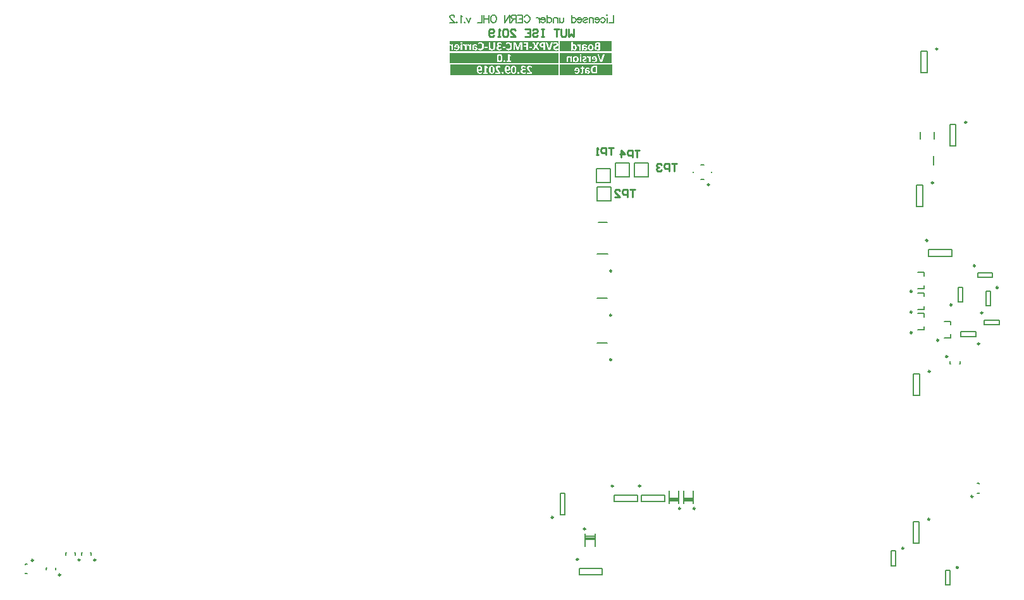
<source format=gbo>
G04*
G04 #@! TF.GenerationSoftware,Altium Limited,Altium Designer,19.1.7 (138)*
G04*
G04 Layer_Color=32896*
%FSLAX25Y25*%
%MOIN*%
G70*
G01*
G75*
%ADD10C,0.00984*%
%ADD11C,0.01000*%
%ADD15C,0.00787*%
%ADD226C,0.00700*%
G36*
X-105494Y20432D02*
Y20425D01*
X-105487Y20396D01*
X-105480Y20359D01*
X-105473Y20323D01*
Y20316D01*
X-105465Y20301D01*
X-105451Y20279D01*
X-105436Y20265D01*
X-105421Y20257D01*
X-105407Y20250D01*
X-105370D01*
X-105327Y20257D01*
X-105319D01*
X-105305Y20265D01*
X-105283Y20272D01*
X-105254Y20279D01*
X-105247D01*
X-105232Y20287D01*
X-105203Y20301D01*
X-105166Y20308D01*
X-105159D01*
X-105137Y20316D01*
X-105108Y20323D01*
X-105028D01*
X-104984Y20308D01*
X-104933Y20294D01*
X-104919Y20287D01*
X-104889Y20272D01*
X-104846Y20243D01*
X-104795Y20206D01*
X-104780Y20199D01*
X-104751Y20163D01*
X-104707Y20119D01*
X-104649Y20053D01*
Y20046D01*
X-104634Y20039D01*
X-104620Y20017D01*
X-104605Y19988D01*
X-104554Y19915D01*
X-104488Y19820D01*
Y18070D01*
Y18063D01*
Y18049D01*
X-104481Y18034D01*
X-104466Y18012D01*
X-104459D01*
X-104452Y17998D01*
X-104430Y17990D01*
X-104401Y17976D01*
X-104394D01*
X-104372Y17968D01*
X-104328D01*
X-104277Y17961D01*
X-104262D01*
X-104226Y17954D01*
X-104168Y17946D01*
X-105502D01*
Y20491D01*
X-105494Y20432D01*
D02*
G37*
G36*
X-48202Y22824D02*
Y17312D01*
X-105502D01*
Y17946D01*
X-103694D01*
D01*
X-104022D01*
X-103956Y17954D01*
X-103891Y17961D01*
X-103876D01*
X-103847Y17968D01*
X-103810D01*
X-103774Y17976D01*
X-103767D01*
X-103752Y17983D01*
X-103730Y17998D01*
X-103708Y18012D01*
Y18019D01*
X-103701Y18027D01*
X-103694Y18070D01*
Y20899D01*
X-103708Y20935D01*
Y20943D01*
X-103723Y20950D01*
X-103737Y20957D01*
X-103759Y20972D01*
X-103767D01*
X-103789Y20979D01*
X-103825Y20986D01*
X-103869Y20994D01*
X-103883D01*
X-103912Y21001D01*
X-103963Y21008D01*
X-104087D01*
X-104146Y21001D01*
X-104197Y20994D01*
X-104211D01*
X-104233Y20986D01*
X-104270Y20979D01*
X-104299Y20972D01*
X-104306D01*
X-104321Y20965D01*
X-104335Y20950D01*
X-104350Y20935D01*
X-104357Y20928D01*
X-104365Y20921D01*
X-104372Y20899D01*
Y20877D01*
Y20527D01*
X-104379Y20534D01*
X-104394Y20556D01*
X-104408Y20585D01*
X-104437Y20622D01*
X-104503Y20709D01*
X-104576Y20790D01*
X-104583Y20797D01*
X-104590Y20804D01*
X-104641Y20848D01*
X-104700Y20899D01*
X-104765Y20950D01*
X-104773D01*
X-104780Y20957D01*
X-104824Y20986D01*
X-104875Y21016D01*
X-104940Y21037D01*
X-104948D01*
X-104955Y21045D01*
X-104999Y21052D01*
X-105050Y21059D01*
X-105115Y21067D01*
X-105174D01*
X-105203Y21059D01*
X-105210D01*
X-105232Y21052D01*
X-105268Y21045D01*
X-105305Y21037D01*
X-105312D01*
X-105334Y21030D01*
X-105392Y21016D01*
X-105400D01*
X-105414Y21008D01*
X-105429Y21001D01*
X-105443Y20986D01*
X-105451D01*
X-105458Y20979D01*
X-105473Y20950D01*
X-105480Y20935D01*
Y20921D01*
X-105487Y20899D01*
Y20892D01*
X-105494Y20877D01*
Y20848D01*
Y20804D01*
Y20790D01*
X-105502Y20760D01*
Y21067D01*
D01*
Y22824D01*
X-48202D01*
D02*
G37*
G36*
X-20057Y17312D02*
X-47616D01*
Y22824D01*
X-20057D01*
Y17312D01*
D02*
G37*
G36*
X-20057Y11009D02*
X-47616D01*
Y16521D01*
X-20057D01*
Y11009D01*
D02*
G37*
G36*
X-19936Y4865D02*
X-47495D01*
Y10377D01*
X-19936D01*
Y4865D01*
D02*
G37*
G36*
X-48202D02*
X-105200D01*
Y10377D01*
X-48202D01*
Y4865D01*
D02*
G37*
G36*
Y11009D02*
X-105400D01*
Y16521D01*
X-48202D01*
Y11009D01*
D02*
G37*
%LPC*%
G36*
X-99254Y22240D02*
X-99298D01*
X-99342Y22233D01*
X-99400Y22226D01*
X-99524Y22204D01*
X-99575Y22175D01*
X-99619Y22145D01*
X-99626Y22138D01*
X-99633Y22131D01*
X-99648Y22109D01*
X-99670Y22073D01*
X-99684Y22029D01*
X-99699Y21971D01*
X-99706Y21905D01*
X-99713Y21825D01*
Y22240D01*
D01*
Y17946D01*
X-98802D01*
D01*
X-99189D01*
X-99123Y17954D01*
X-99057Y17961D01*
X-99043D01*
X-99014Y17968D01*
X-98977D01*
X-98941Y17976D01*
X-98933D01*
X-98919Y17983D01*
X-98897Y17998D01*
X-98875Y18012D01*
Y18019D01*
X-98868Y18027D01*
X-98861Y18070D01*
Y20870D01*
Y20877D01*
Y20892D01*
X-98875Y20928D01*
X-98882Y20935D01*
X-98890Y20943D01*
X-98911Y20950D01*
X-98941Y20965D01*
X-98948Y20972D01*
X-98970Y20979D01*
X-99006Y20986D01*
X-99057Y20994D01*
X-99072D01*
X-99116Y21001D01*
X-99174Y21008D01*
X-99320D01*
X-99385Y21001D01*
X-99444Y20994D01*
X-99458D01*
X-99488Y20986D01*
X-99531Y20979D01*
X-99568Y20965D01*
X-99575D01*
X-99590Y20957D01*
X-99611Y20943D01*
X-99633Y20928D01*
X-99641Y20921D01*
X-99648Y20913D01*
X-99655Y20892D01*
Y20870D01*
Y18070D01*
Y18063D01*
Y18049D01*
X-99648Y18034D01*
X-99633Y18012D01*
X-99626D01*
X-99619Y17998D01*
X-99597Y17990D01*
X-99568Y17976D01*
X-99560D01*
X-99538Y17968D01*
X-99495D01*
X-99444Y17961D01*
X-99429D01*
X-99393Y17954D01*
X-99334Y17946D01*
X-99713D01*
Y21788D01*
X-99706Y21745D01*
X-99699Y21693D01*
X-99670Y21591D01*
X-99648Y21541D01*
X-99611Y21497D01*
X-99604D01*
X-99590Y21482D01*
X-99568Y21468D01*
X-99531Y21453D01*
X-99480Y21438D01*
X-99422Y21424D01*
X-99342Y21417D01*
X-99254Y21409D01*
X-99210D01*
X-99167Y21417D01*
X-99108Y21424D01*
X-98984Y21446D01*
X-98933Y21468D01*
X-98890Y21497D01*
Y21504D01*
X-98875Y21511D01*
X-98861Y21533D01*
X-98846Y21570D01*
X-98831Y21613D01*
X-98817Y21664D01*
X-98809Y21730D01*
X-98802Y21810D01*
Y21847D01*
X-98809Y21890D01*
X-98817Y21941D01*
X-98846Y22051D01*
X-98868Y22102D01*
X-98897Y22145D01*
X-98904Y22153D01*
X-98919Y22160D01*
X-98941Y22175D01*
X-98977Y22197D01*
X-99028Y22211D01*
X-99086Y22226D01*
X-99167Y22233D01*
X-99254Y22240D01*
D02*
G37*
G36*
X-55310Y22043D02*
Y21767D01*
X-55317Y21796D01*
Y21825D01*
X-55339Y21898D01*
X-55383Y21963D01*
X-55390Y21971D01*
X-55397Y21978D01*
X-55441Y22007D01*
X-55500Y22029D01*
X-55543Y22043D01*
X-56637D01*
X-56732Y22036D01*
X-56826Y22029D01*
X-56848D01*
X-56877Y22022D01*
X-56914Y22014D01*
X-56958Y22007D01*
X-57016Y22000D01*
X-57140Y21978D01*
X-57147D01*
X-57169Y21971D01*
X-57205Y21963D01*
X-57257Y21949D01*
X-57307Y21934D01*
X-57373Y21912D01*
X-57504Y21847D01*
X-57512Y21839D01*
X-57534Y21832D01*
X-57570Y21810D01*
X-57614Y21781D01*
X-57723Y21701D01*
X-57825Y21599D01*
X-57832Y21591D01*
X-57847Y21570D01*
X-57869Y21541D01*
X-57898Y21504D01*
X-57934Y21453D01*
X-57964Y21387D01*
X-58000Y21322D01*
X-58029Y21249D01*
Y21242D01*
X-58044Y21212D01*
X-58051Y21176D01*
X-58066Y21118D01*
X-58080Y21052D01*
X-58087Y20979D01*
X-58102Y20892D01*
Y20746D01*
X-58095Y20680D01*
X-58087Y20600D01*
X-58073Y20505D01*
X-58058Y20403D01*
X-58029Y20294D01*
X-57993Y20192D01*
X-57986Y20177D01*
X-57971Y20148D01*
X-57949Y20097D01*
X-57913Y20039D01*
X-57869Y19966D01*
X-57818Y19893D01*
X-57752Y19820D01*
X-57679Y19747D01*
X-57672Y19740D01*
X-57643Y19718D01*
X-57599Y19681D01*
X-57541Y19645D01*
X-57468Y19601D01*
X-57380Y19550D01*
X-57286Y19507D01*
X-57176Y19470D01*
X-57162D01*
X-57125Y19455D01*
X-57060Y19441D01*
X-56980Y19426D01*
X-56877Y19412D01*
X-56753Y19397D01*
X-56622Y19390D01*
X-56476Y19383D01*
X-56141D01*
Y18078D01*
Y18070D01*
Y18056D01*
X-56134Y18034D01*
X-56119Y18012D01*
X-56112D01*
X-56105Y17998D01*
X-56083Y17990D01*
X-56046Y17976D01*
X-56039D01*
X-56017Y17968D01*
X-55973D01*
X-55922Y17961D01*
X-55908D01*
X-55864Y17954D01*
X-55806Y17946D01*
X-58102D01*
X-55310D01*
D01*
X-55653D01*
X-55587Y17954D01*
X-55522Y17961D01*
X-55507D01*
X-55478Y17968D01*
X-55434D01*
X-55390Y17976D01*
X-55383D01*
X-55368Y17983D01*
X-55347Y17998D01*
X-55325Y18012D01*
Y18019D01*
X-55317Y18034D01*
X-55310Y18078D01*
Y22043D01*
D02*
G37*
G36*
X-79396Y22116D02*
X-79498D01*
X-79571Y22109D01*
X-79651Y22102D01*
X-79739Y22087D01*
X-79914Y22043D01*
X-79921D01*
X-79950Y22029D01*
X-79994Y22014D01*
X-80052Y21992D01*
X-80176Y21934D01*
X-80242Y21890D01*
X-80300Y21847D01*
X-80308Y21839D01*
X-80329Y21825D01*
X-80358Y21796D01*
X-80388Y21759D01*
X-80431Y21708D01*
X-80468Y21650D01*
X-80504Y21591D01*
X-80541Y21519D01*
X-80548Y21511D01*
X-80555Y21482D01*
X-80570Y21446D01*
X-80585Y21395D01*
X-80599Y21329D01*
X-80606Y21263D01*
X-80621Y21183D01*
Y21096D01*
Y21089D01*
Y21067D01*
Y21030D01*
X-80614Y20979D01*
X-80606Y20928D01*
X-80599Y20870D01*
X-80570Y20746D01*
Y20739D01*
X-80563Y20717D01*
X-80548Y20687D01*
X-80533Y20651D01*
X-80490Y20556D01*
X-80431Y20454D01*
X-80424Y20447D01*
X-80417Y20432D01*
X-80395Y20411D01*
X-80366Y20381D01*
X-80293Y20316D01*
X-80198Y20243D01*
X-80191D01*
X-80176Y20228D01*
X-80147Y20214D01*
X-80111Y20192D01*
X-80067Y20170D01*
X-80009Y20148D01*
X-79885Y20112D01*
Y20104D01*
X-79892D01*
X-79921Y20097D01*
X-79965Y20090D01*
X-80016Y20083D01*
X-80074Y20068D01*
X-80140Y20046D01*
X-80271Y19995D01*
X-80278D01*
X-80300Y19980D01*
X-80329Y19966D01*
X-80373Y19937D01*
X-80468Y19871D01*
X-80563Y19784D01*
X-80570Y19776D01*
X-80585Y19762D01*
X-80606Y19733D01*
X-80628Y19703D01*
X-80657Y19660D01*
X-80686Y19609D01*
X-80745Y19499D01*
Y19492D01*
X-80752Y19470D01*
X-80767Y19441D01*
X-80781Y19397D01*
X-80789Y19346D01*
X-80803Y19288D01*
X-80810Y19157D01*
Y17896D01*
X-78084D01*
D01*
X-79163D01*
X-79105Y17903D01*
X-79046D01*
X-78981Y17910D01*
X-78842Y17932D01*
X-78835D01*
X-78813Y17939D01*
X-78777Y17946D01*
X-78733Y17954D01*
X-78631Y17976D01*
X-78521Y17998D01*
X-78514D01*
X-78500Y18005D01*
X-78470Y18012D01*
X-78441Y18027D01*
X-78368Y18056D01*
X-78288Y18092D01*
X-78274Y18100D01*
X-78244Y18121D01*
X-78201Y18143D01*
X-78171Y18165D01*
X-78164Y18172D01*
X-78157Y18180D01*
X-78128Y18216D01*
Y18224D01*
X-78120Y18238D01*
X-78113Y18267D01*
X-78099Y18296D01*
Y18304D01*
X-78091Y18326D01*
Y18355D01*
X-78084Y18398D01*
Y18654D01*
Y18646D01*
X-78091Y18712D01*
X-78099Y18741D01*
X-78106Y18770D01*
X-78113Y18778D01*
X-78120Y18799D01*
X-78150Y18821D01*
X-78179Y18829D01*
X-78186D01*
X-78208Y18821D01*
X-78237Y18814D01*
X-78288Y18785D01*
X-78295D01*
X-78303Y18778D01*
X-78347Y18756D01*
X-78405Y18726D01*
X-78485Y18690D01*
X-78492D01*
X-78507Y18683D01*
X-78536Y18676D01*
X-78565Y18661D01*
X-78609Y18646D01*
X-78660Y18632D01*
X-78769Y18595D01*
X-78777D01*
X-78798Y18588D01*
X-78828Y18581D01*
X-78879D01*
X-78930Y18573D01*
X-78988Y18566D01*
X-79134Y18559D01*
X-79199D01*
X-79236Y18566D01*
X-79338Y18573D01*
X-79440Y18595D01*
X-79447D01*
X-79462Y18603D01*
X-79484Y18610D01*
X-79520Y18624D01*
X-79593Y18661D01*
X-79666Y18712D01*
X-79673D01*
X-79681Y18726D01*
X-79717Y18763D01*
X-79768Y18814D01*
X-79804Y18887D01*
Y18894D01*
X-79812Y18909D01*
X-79819Y18931D01*
X-79834Y18960D01*
X-79848Y19033D01*
X-79856Y19128D01*
Y19135D01*
Y19149D01*
Y19178D01*
X-79848Y19208D01*
X-79834Y19288D01*
X-79797Y19375D01*
Y19383D01*
X-79790Y19397D01*
X-79775Y19419D01*
X-79753Y19441D01*
X-79702Y19507D01*
X-79629Y19572D01*
X-79622Y19579D01*
X-79608Y19587D01*
X-79586Y19601D01*
X-79557Y19616D01*
X-79513Y19638D01*
X-79469Y19660D01*
X-79352Y19696D01*
X-79345D01*
X-79323Y19703D01*
X-79287Y19711D01*
X-79243Y19725D01*
X-79185Y19733D01*
X-79119Y19740D01*
X-79046Y19747D01*
X-78587D01*
X-78543Y19754D01*
X-78536D01*
X-78529Y19769D01*
X-78492Y19798D01*
Y19805D01*
X-78485Y19827D01*
X-78478Y19857D01*
X-78470Y19893D01*
Y19907D01*
Y19937D01*
X-78463Y19988D01*
Y20053D01*
Y20061D01*
Y20068D01*
Y20104D01*
Y20155D01*
X-78470Y20199D01*
Y20206D01*
X-78478Y20236D01*
X-78485Y20257D01*
X-78492Y20287D01*
Y20294D01*
X-78507Y20308D01*
X-78514Y20323D01*
X-78536Y20338D01*
X-78543D01*
X-78558Y20345D01*
X-78602Y20352D01*
X-79024D01*
X-79068Y20359D01*
X-79170Y20367D01*
X-79280Y20389D01*
X-79287D01*
X-79301Y20396D01*
X-79331Y20411D01*
X-79360Y20418D01*
X-79440Y20461D01*
X-79513Y20513D01*
X-79520Y20520D01*
X-79527Y20527D01*
X-79571Y20564D01*
X-79622Y20629D01*
X-79666Y20702D01*
Y20709D01*
X-79673Y20724D01*
X-79681Y20746D01*
X-79695Y20775D01*
X-79710Y20855D01*
X-79717Y20950D01*
Y20957D01*
Y20972D01*
X-79710Y21016D01*
X-79702Y21081D01*
X-79681Y21147D01*
Y21154D01*
X-79673Y21161D01*
X-79651Y21205D01*
X-79622Y21256D01*
X-79579Y21307D01*
X-79564Y21322D01*
X-79535Y21351D01*
X-79476Y21387D01*
X-79404Y21417D01*
X-79396D01*
X-79382Y21424D01*
X-79360Y21431D01*
X-79331Y21438D01*
X-79250Y21453D01*
X-79156Y21460D01*
X-79097D01*
X-79054Y21453D01*
X-78952Y21438D01*
X-78842Y21409D01*
X-78835D01*
X-78820Y21402D01*
X-78791Y21387D01*
X-78762Y21380D01*
X-78675Y21344D01*
X-78587Y21300D01*
X-78580D01*
X-78565Y21293D01*
X-78543Y21278D01*
X-78521Y21263D01*
X-78456Y21227D01*
X-78390Y21191D01*
X-78376Y21183D01*
X-78347Y21169D01*
X-78310Y21154D01*
X-78274Y21147D01*
X-78259D01*
X-78230Y21154D01*
X-78223Y21169D01*
X-78201Y21198D01*
Y21205D01*
X-78193Y21220D01*
X-78186Y21249D01*
X-78179Y21285D01*
Y21300D01*
Y21329D01*
Y21380D01*
Y21446D01*
Y21453D01*
Y21460D01*
Y21489D01*
Y21533D01*
Y21577D01*
Y21584D01*
Y21606D01*
Y21635D01*
X-78186Y21657D01*
Y21664D01*
X-78193Y21679D01*
X-78215Y21715D01*
Y21723D01*
X-78230Y21737D01*
X-78259Y21774D01*
X-78266Y21781D01*
X-78288Y21803D01*
X-78325Y21832D01*
X-78383Y21869D01*
X-78390D01*
X-78405Y21876D01*
X-78427Y21890D01*
X-78456Y21905D01*
X-78529Y21941D01*
X-78631Y21978D01*
X-78638D01*
X-78660Y21985D01*
X-78689Y22000D01*
X-78733Y22014D01*
X-78784Y22029D01*
X-78842Y22043D01*
X-78973Y22073D01*
X-78981D01*
X-79010Y22080D01*
X-79046Y22087D01*
X-79097Y22095D01*
X-79163Y22102D01*
X-79236Y22109D01*
X-79396Y22116D01*
D02*
G37*
G36*
X-95689Y21067D02*
X-95748D01*
X-95777Y21059D01*
X-95784D01*
X-95806Y21052D01*
X-95842Y21045D01*
X-95879Y21037D01*
X-95886D01*
X-95908Y21030D01*
X-95966Y21016D01*
X-95974D01*
X-95988Y21008D01*
X-96003Y21001D01*
X-96017Y20986D01*
X-96025D01*
X-96032Y20979D01*
X-96047Y20950D01*
X-96054Y20935D01*
Y20921D01*
X-96061Y20899D01*
Y20892D01*
X-96068Y20877D01*
Y20848D01*
Y20804D01*
Y20790D01*
X-96076Y20760D01*
Y21067D01*
D01*
Y17946D01*
X-94268D01*
D01*
X-94596D01*
X-94530Y17954D01*
X-94465Y17961D01*
X-94450D01*
X-94421Y17968D01*
X-94384D01*
X-94348Y17976D01*
X-94341D01*
X-94326Y17983D01*
X-94304Y17998D01*
X-94282Y18012D01*
Y18019D01*
X-94275Y18027D01*
X-94268Y18070D01*
Y20899D01*
X-94282Y20935D01*
Y20943D01*
X-94297Y20950D01*
X-94311Y20957D01*
X-94333Y20972D01*
X-94341D01*
X-94363Y20979D01*
X-94399Y20986D01*
X-94443Y20994D01*
X-94457D01*
X-94486Y21001D01*
X-94538Y21008D01*
X-94661D01*
X-94720Y21001D01*
X-94771Y20994D01*
X-94785D01*
X-94807Y20986D01*
X-94844Y20979D01*
X-94873Y20972D01*
X-94880D01*
X-94895Y20965D01*
X-94909Y20950D01*
X-94924Y20935D01*
X-94931Y20928D01*
X-94938Y20921D01*
X-94946Y20899D01*
Y20877D01*
Y20527D01*
X-94953Y20534D01*
X-94968Y20556D01*
X-94982Y20585D01*
X-95011Y20622D01*
X-95077Y20709D01*
X-95150Y20790D01*
X-95157Y20797D01*
X-95165Y20804D01*
X-95215Y20848D01*
X-95274Y20899D01*
X-95339Y20950D01*
X-95347D01*
X-95354Y20957D01*
X-95398Y20986D01*
X-95449Y21016D01*
X-95514Y21037D01*
X-95522D01*
X-95529Y21045D01*
X-95573Y21052D01*
X-95624Y21059D01*
X-95689Y21067D01*
D02*
G37*
G36*
X-97986D02*
X-98044D01*
X-98073Y21059D01*
X-98080D01*
X-98102Y21052D01*
X-98139Y21045D01*
X-98175Y21037D01*
X-98182D01*
X-98204Y21030D01*
X-98263Y21016D01*
X-98270D01*
X-98285Y21008D01*
X-98299Y21001D01*
X-98314Y20986D01*
X-98321D01*
X-98328Y20979D01*
X-98343Y20950D01*
X-98350Y20935D01*
Y20921D01*
X-98357Y20899D01*
Y20892D01*
X-98365Y20877D01*
Y20848D01*
Y20804D01*
Y20790D01*
X-98372Y20760D01*
Y21067D01*
D01*
Y17946D01*
X-96564D01*
D01*
X-96892D01*
X-96827Y17954D01*
X-96761Y17961D01*
X-96746D01*
X-96717Y17968D01*
X-96681D01*
X-96644Y17976D01*
X-96637D01*
X-96623Y17983D01*
X-96601Y17998D01*
X-96579Y18012D01*
Y18019D01*
X-96571Y18027D01*
X-96564Y18070D01*
Y20899D01*
X-96579Y20935D01*
Y20943D01*
X-96593Y20950D01*
X-96608Y20957D01*
X-96630Y20972D01*
X-96637D01*
X-96659Y20979D01*
X-96695Y20986D01*
X-96739Y20994D01*
X-96754D01*
X-96783Y21001D01*
X-96834Y21008D01*
X-96958D01*
X-97016Y21001D01*
X-97067Y20994D01*
X-97082D01*
X-97104Y20986D01*
X-97140Y20979D01*
X-97169Y20972D01*
X-97176D01*
X-97191Y20965D01*
X-97206Y20950D01*
X-97220Y20935D01*
X-97228Y20928D01*
X-97235Y20921D01*
X-97242Y20899D01*
Y20877D01*
Y20527D01*
X-97249Y20534D01*
X-97264Y20556D01*
X-97279Y20585D01*
X-97308Y20622D01*
X-97373Y20709D01*
X-97446Y20790D01*
X-97453Y20797D01*
X-97461Y20804D01*
X-97512Y20848D01*
X-97570Y20899D01*
X-97636Y20950D01*
X-97643D01*
X-97650Y20957D01*
X-97694Y20986D01*
X-97745Y21016D01*
X-97811Y21037D01*
X-97818D01*
X-97825Y21045D01*
X-97869Y21052D01*
X-97920Y21059D01*
X-97986Y21067D01*
D02*
G37*
G36*
X-58795Y22065D02*
X-59072D01*
X-59145Y22058D01*
X-59159D01*
X-59196Y22051D01*
X-59239Y22043D01*
X-59283Y22036D01*
X-59290D01*
X-59312Y22029D01*
X-59334Y22014D01*
X-59356Y21992D01*
X-59363Y21985D01*
X-59371Y21978D01*
X-59400Y21934D01*
X-60114Y20585D01*
X-60814Y21934D01*
Y21941D01*
X-60821Y21956D01*
X-60851Y21992D01*
X-60858Y22000D01*
X-60865Y22007D01*
X-60887Y22022D01*
X-60916Y22036D01*
X-60923D01*
X-60945Y22043D01*
X-60989Y22051D01*
X-61040Y22058D01*
X-61055D01*
X-61098Y22065D01*
X-61353D01*
X-61434Y22058D01*
X-61507Y22051D01*
X-61521D01*
X-61558Y22043D01*
X-61601Y22029D01*
X-61638Y22007D01*
X-61645Y22000D01*
X-61652Y21985D01*
X-61660Y21956D01*
X-61652Y21912D01*
Y21898D01*
X-61638Y21869D01*
X-61616Y21810D01*
X-61587Y21730D01*
X-60676Y20068D01*
X-61645Y18274D01*
Y18267D01*
X-61652Y18260D01*
X-61674Y18209D01*
X-61703Y18158D01*
X-61718Y18100D01*
Y18092D01*
X-61725Y18063D01*
X-61718Y18027D01*
X-61696Y17998D01*
X-61689Y17990D01*
X-61667Y17983D01*
X-61623Y17968D01*
X-61558Y17961D01*
X-61543D01*
X-61521Y17954D01*
X-61448D01*
X-61405Y17946D01*
X-61725D01*
Y22065D01*
Y17946D01*
X-58714D01*
X-58627Y17954D01*
X-58547Y17961D01*
X-58532D01*
X-58503Y17968D01*
X-58459Y17983D01*
X-58430Y17998D01*
X-58423Y18005D01*
X-58416Y18027D01*
Y18100D01*
X-58423Y18114D01*
X-58438Y18143D01*
X-58459Y18202D01*
X-58496Y18274D01*
X-59473Y20053D01*
X-58569Y21730D01*
Y21737D01*
X-58561Y21752D01*
X-58539Y21796D01*
X-58510Y21854D01*
X-58489Y21912D01*
Y21927D01*
X-58481Y21949D01*
X-58489Y21978D01*
X-58503Y22007D01*
X-58510Y22014D01*
X-58532Y22029D01*
X-58576Y22043D01*
X-58634Y22051D01*
X-58656D01*
X-58678Y22058D01*
X-58744D01*
X-58795Y22065D01*
D02*
G37*
G36*
X-90914Y21067D02*
X-92351D01*
X-92431Y21059D01*
X-92518Y21052D01*
X-92613Y21037D01*
X-92708Y21023D01*
X-92803Y21001D01*
X-92810D01*
X-92839Y20986D01*
X-92883Y20972D01*
X-92941Y20950D01*
X-93058Y20884D01*
X-93123Y20848D01*
X-93182Y20797D01*
X-93189Y20790D01*
X-93204Y20775D01*
X-93233Y20746D01*
X-93269Y20702D01*
X-93305Y20658D01*
X-93342Y20600D01*
X-93378Y20527D01*
X-93408Y20454D01*
Y20447D01*
X-93422Y20418D01*
X-93429Y20374D01*
X-93444Y20316D01*
X-93459Y20236D01*
X-93466Y20155D01*
X-93480Y20053D01*
Y21067D01*
D01*
D01*
Y17896D01*
D01*
Y18056D01*
X-93473Y18034D01*
X-93466Y18012D01*
X-93444Y17990D01*
X-93437D01*
X-93422Y17976D01*
X-93386Y17968D01*
X-93342Y17961D01*
X-93327D01*
X-93291Y17954D01*
X-93233Y17946D01*
X-93065D01*
X-92999Y17954D01*
X-92941Y17961D01*
X-92934D01*
X-92905Y17968D01*
X-92875Y17976D01*
X-92846Y17990D01*
X-92839Y17998D01*
X-92832Y18005D01*
X-92824Y18027D01*
X-92817Y18056D01*
Y18282D01*
X-92810Y18274D01*
X-92788Y18253D01*
X-92751Y18216D01*
X-92708Y18180D01*
X-92649Y18136D01*
X-92584Y18085D01*
X-92504Y18041D01*
X-92423Y17998D01*
X-92416Y17990D01*
X-92387Y17983D01*
X-92343Y17968D01*
X-92278Y17946D01*
X-92205Y17925D01*
X-92124Y17910D01*
X-92037Y17903D01*
X-91935Y17896D01*
X-90914D01*
X-91855D01*
X-91796Y17903D01*
X-91731Y17910D01*
X-91665Y17917D01*
X-91519Y17954D01*
X-91512D01*
X-91490Y17968D01*
X-91454Y17976D01*
X-91410Y17998D01*
X-91308Y18049D01*
X-91199Y18121D01*
X-91191Y18129D01*
X-91177Y18143D01*
X-91148Y18165D01*
X-91119Y18202D01*
X-91089Y18245D01*
X-91053Y18289D01*
X-90987Y18406D01*
Y18413D01*
X-90973Y18435D01*
X-90965Y18471D01*
X-90951Y18522D01*
X-90936Y18581D01*
X-90929Y18646D01*
X-90914Y18726D01*
Y18850D01*
X-90922Y18894D01*
X-90929Y18952D01*
X-90936Y19018D01*
X-90958Y19091D01*
X-90980Y19164D01*
X-91009Y19229D01*
X-91017Y19237D01*
X-91024Y19259D01*
X-91053Y19295D01*
X-91082Y19339D01*
X-91119Y19383D01*
X-91170Y19434D01*
X-91228Y19485D01*
X-91294Y19528D01*
X-91301Y19536D01*
X-91330Y19550D01*
X-91366Y19572D01*
X-91425Y19601D01*
X-91490Y19631D01*
X-91571Y19660D01*
X-91665Y19689D01*
X-91767Y19711D01*
X-91782D01*
X-91818Y19718D01*
X-91877Y19733D01*
X-91957Y19740D01*
X-92052Y19754D01*
X-92161Y19762D01*
X-92292Y19769D01*
X-92700D01*
Y19937D01*
Y19944D01*
Y19959D01*
Y19980D01*
Y20017D01*
X-92686Y20090D01*
X-92671Y20163D01*
Y20170D01*
X-92664Y20177D01*
X-92649Y20221D01*
X-92620Y20279D01*
X-92576Y20330D01*
X-92569Y20345D01*
X-92533Y20367D01*
X-92482Y20396D01*
X-92416Y20425D01*
X-92409D01*
X-92402Y20432D01*
X-92380Y20440D01*
X-92351Y20447D01*
X-92270Y20454D01*
X-92168Y20461D01*
X-92095D01*
X-92044Y20454D01*
X-91935Y20440D01*
X-91811Y20411D01*
X-91804D01*
X-91782Y20403D01*
X-91753Y20396D01*
X-91716Y20381D01*
X-91629Y20352D01*
X-91534Y20316D01*
X-91527D01*
X-91512Y20308D01*
X-91490Y20301D01*
X-91468Y20287D01*
X-91403Y20257D01*
X-91337Y20221D01*
X-91323Y20214D01*
X-91294Y20199D01*
X-91250Y20185D01*
X-91206Y20177D01*
X-91184D01*
X-91162Y20185D01*
X-91140Y20199D01*
Y20206D01*
X-91126Y20214D01*
X-91097Y20257D01*
Y20265D01*
X-91089Y20287D01*
X-91082Y20316D01*
X-91075Y20359D01*
Y20367D01*
Y20396D01*
X-91067Y20440D01*
Y20491D01*
Y20498D01*
Y20505D01*
Y20549D01*
X-91075Y20593D01*
X-91082Y20644D01*
Y20651D01*
X-91097Y20680D01*
X-91111Y20709D01*
X-91140Y20746D01*
X-91148Y20753D01*
X-91177Y20775D01*
X-91221Y20811D01*
X-91294Y20848D01*
X-91301D01*
X-91315Y20855D01*
X-91337Y20870D01*
X-91366Y20884D01*
X-91447Y20913D01*
X-91549Y20950D01*
X-91556D01*
X-91578Y20957D01*
X-91607Y20965D01*
X-91651Y20979D01*
X-91694Y20994D01*
X-91753Y21008D01*
X-91877Y21030D01*
X-91884D01*
X-91906Y21037D01*
X-91942Y21045D01*
X-91986Y21052D01*
X-92044D01*
X-92103Y21059D01*
X-92234Y21067D01*
X-90914D01*
D02*
G37*
G36*
X-72675Y22109D02*
Y20039D01*
X-72682Y20083D01*
Y20133D01*
X-72689Y20257D01*
X-72711Y20403D01*
X-72733Y20556D01*
X-72770Y20717D01*
X-72813Y20870D01*
Y20877D01*
X-72821Y20884D01*
X-72828Y20906D01*
X-72843Y20935D01*
X-72872Y21008D01*
X-72915Y21103D01*
X-72966Y21212D01*
X-73032Y21322D01*
X-73112Y21438D01*
X-73200Y21548D01*
X-73214Y21562D01*
X-73243Y21591D01*
X-73295Y21643D01*
X-73367Y21701D01*
X-73455Y21774D01*
X-73557Y21839D01*
X-73666Y21905D01*
X-73790Y21963D01*
X-73798D01*
X-73805Y21971D01*
X-73827Y21978D01*
X-73848Y21985D01*
X-73921Y22007D01*
X-74016Y22036D01*
X-74133Y22065D01*
X-74264Y22087D01*
X-74410Y22102D01*
X-74563Y22109D01*
X-74665D01*
X-74767Y22095D01*
X-74884Y22080D01*
X-74891D01*
X-74913Y22073D01*
X-74942Y22065D01*
X-74979Y22058D01*
X-75073Y22036D01*
X-75175Y22000D01*
X-75183D01*
X-75197Y21992D01*
X-75226Y21985D01*
X-75256Y21971D01*
X-75336Y21934D01*
X-75423Y21890D01*
X-75430D01*
X-75438Y21883D01*
X-75481Y21854D01*
X-75533Y21825D01*
X-75569Y21788D01*
X-75576Y21781D01*
X-75591Y21767D01*
X-75613Y21745D01*
X-75627Y21723D01*
X-75635Y21715D01*
X-75642Y21701D01*
X-75649Y21679D01*
X-75656Y21650D01*
Y21643D01*
X-75664Y21621D01*
Y21584D01*
X-75671Y21541D01*
Y21533D01*
X-75678Y21504D01*
Y21453D01*
Y21395D01*
Y21387D01*
Y21380D01*
Y21336D01*
Y21285D01*
X-75671Y21234D01*
Y21227D01*
X-75664Y21198D01*
X-75656Y21161D01*
X-75642Y21125D01*
Y21118D01*
X-75635Y21103D01*
X-75605Y21067D01*
X-75591Y21059D01*
X-75562Y21052D01*
X-75554D01*
X-75525Y21059D01*
X-75489Y21074D01*
X-75438Y21103D01*
X-75423Y21110D01*
X-75387Y21139D01*
X-75328Y21183D01*
X-75248Y21227D01*
X-75241D01*
X-75226Y21242D01*
X-75204Y21249D01*
X-75175Y21271D01*
X-75132Y21285D01*
X-75088Y21307D01*
X-74979Y21351D01*
X-74971D01*
X-74949Y21358D01*
X-74913Y21373D01*
X-74869Y21380D01*
X-74818Y21395D01*
X-74752Y21402D01*
X-74680Y21409D01*
X-74556D01*
X-74512Y21402D01*
X-74454Y21395D01*
X-74388Y21387D01*
X-74315Y21365D01*
X-74235Y21344D01*
X-74162Y21307D01*
X-74155Y21300D01*
X-74133Y21285D01*
X-74096Y21263D01*
X-74053Y21234D01*
X-74002Y21191D01*
X-73951Y21147D01*
X-73892Y21089D01*
X-73841Y21023D01*
X-73834Y21016D01*
X-73819Y20994D01*
X-73798Y20950D01*
X-73768Y20899D01*
X-73732Y20833D01*
X-73703Y20760D01*
X-73666Y20673D01*
X-73637Y20578D01*
Y20564D01*
X-73630Y20535D01*
X-73615Y20476D01*
X-73608Y20403D01*
X-73593Y20316D01*
X-73579Y20221D01*
X-73571Y20104D01*
Y19988D01*
Y19980D01*
Y19973D01*
Y19929D01*
X-73579Y19864D01*
Y19776D01*
X-73586Y19681D01*
X-73601Y19579D01*
X-73623Y19470D01*
X-73644Y19368D01*
Y19354D01*
X-73659Y19324D01*
X-73674Y19273D01*
X-73695Y19215D01*
X-73725Y19149D01*
X-73761Y19076D01*
X-73805Y19004D01*
X-73848Y18931D01*
X-73856Y18923D01*
X-73870Y18902D01*
X-73900Y18872D01*
X-73943Y18836D01*
X-73994Y18799D01*
X-74045Y18756D01*
X-74111Y18719D01*
X-74184Y18683D01*
X-74191D01*
X-74220Y18668D01*
X-74257Y18661D01*
X-74315Y18646D01*
X-74381Y18632D01*
X-74454Y18617D01*
X-74534Y18610D01*
X-74621Y18603D01*
X-74701D01*
X-74752Y18610D01*
X-74811Y18617D01*
X-74876Y18624D01*
X-75000Y18654D01*
X-75008D01*
X-75029Y18661D01*
X-75059Y18676D01*
X-75095Y18690D01*
X-75183Y18719D01*
X-75277Y18763D01*
X-75285D01*
X-75299Y18778D01*
X-75343Y18799D01*
X-75409Y18843D01*
X-75467Y18880D01*
X-75481Y18887D01*
X-75511Y18909D01*
X-75547Y18923D01*
X-75583Y18931D01*
X-75598D01*
X-75627Y18916D01*
X-75635D01*
X-75642Y18902D01*
X-75649Y18887D01*
X-75664Y18865D01*
Y18858D01*
X-75671Y18836D01*
X-75678Y18807D01*
X-75686Y18756D01*
Y18741D01*
X-75693Y18712D01*
Y18486D01*
X-75686Y18442D01*
Y18435D01*
X-75678Y18413D01*
Y18384D01*
X-75671Y18348D01*
Y18340D01*
X-75664Y18326D01*
X-75642Y18282D01*
Y18274D01*
X-75627Y18267D01*
X-75613Y18245D01*
X-75591Y18224D01*
X-75583Y18216D01*
X-75562Y18202D01*
X-75525Y18165D01*
X-75460Y18129D01*
X-75452D01*
X-75445Y18122D01*
X-75423Y18107D01*
X-75394Y18092D01*
X-75321Y18056D01*
X-75219Y18019D01*
X-75212D01*
X-75197Y18012D01*
X-75161Y18005D01*
X-75124Y17990D01*
X-75073Y17976D01*
X-75022Y17961D01*
X-74891Y17939D01*
X-74884D01*
X-74862Y17932D01*
X-74825Y17925D01*
X-74774D01*
X-74716Y17917D01*
X-74643Y17910D01*
X-74490Y17903D01*
X-74417D01*
X-74344Y17910D01*
X-74242Y17917D01*
X-74125Y17932D01*
X-73994Y17954D01*
X-73863Y17983D01*
X-73732Y18027D01*
X-73717Y18034D01*
X-73674Y18049D01*
X-73615Y18085D01*
X-73535Y18122D01*
X-73448Y18180D01*
X-73346Y18245D01*
X-73251Y18326D01*
X-73156Y18413D01*
X-73149Y18428D01*
X-73119Y18457D01*
X-73076Y18515D01*
X-73025Y18588D01*
X-72966Y18683D01*
X-72908Y18792D01*
X-72850Y18916D01*
X-72799Y19055D01*
Y19062D01*
X-72791Y19069D01*
X-72784Y19091D01*
X-72777Y19120D01*
X-72770Y19157D01*
X-72762Y19200D01*
X-72740Y19310D01*
X-72711Y19441D01*
X-72697Y19594D01*
X-72682Y19769D01*
X-72675Y19951D01*
Y22109D01*
D02*
G37*
G36*
X-87525Y22109D02*
Y20039D01*
X-87532Y20083D01*
Y20133D01*
X-87539Y20257D01*
X-87561Y20403D01*
X-87583Y20556D01*
X-87619Y20717D01*
X-87663Y20870D01*
Y20877D01*
X-87670Y20884D01*
X-87678Y20906D01*
X-87692Y20935D01*
X-87721Y21008D01*
X-87765Y21103D01*
X-87816Y21212D01*
X-87882Y21322D01*
X-87962Y21438D01*
X-88049Y21548D01*
X-88064Y21562D01*
X-88093Y21591D01*
X-88144Y21643D01*
X-88217Y21701D01*
X-88305Y21774D01*
X-88407Y21839D01*
X-88516Y21905D01*
X-88640Y21963D01*
X-88647D01*
X-88655Y21971D01*
X-88676Y21978D01*
X-88698Y21985D01*
X-88771Y22007D01*
X-88866Y22036D01*
X-88983Y22065D01*
X-89114Y22087D01*
X-89260Y22102D01*
X-89413Y22109D01*
X-89515D01*
X-89617Y22095D01*
X-89733Y22080D01*
X-89741D01*
X-89763Y22073D01*
X-89792Y22065D01*
X-89828Y22058D01*
X-89923Y22036D01*
X-90025Y22000D01*
X-90032D01*
X-90047Y21992D01*
X-90076Y21985D01*
X-90105Y21971D01*
X-90185Y21934D01*
X-90273Y21890D01*
X-90280D01*
X-90288Y21883D01*
X-90331Y21854D01*
X-90382Y21825D01*
X-90419Y21788D01*
X-90426Y21781D01*
X-90441Y21767D01*
X-90462Y21745D01*
X-90477Y21723D01*
X-90484Y21715D01*
X-90492Y21701D01*
X-90499Y21679D01*
X-90506Y21650D01*
Y21643D01*
X-90513Y21621D01*
Y21584D01*
X-90521Y21541D01*
Y21533D01*
X-90528Y21504D01*
Y21453D01*
Y21395D01*
Y21387D01*
Y21380D01*
Y21336D01*
Y21285D01*
X-90521Y21234D01*
Y21227D01*
X-90513Y21198D01*
X-90506Y21161D01*
X-90492Y21125D01*
Y21118D01*
X-90484Y21103D01*
X-90455Y21067D01*
X-90441Y21059D01*
X-90411Y21052D01*
X-90404D01*
X-90375Y21059D01*
X-90338Y21074D01*
X-90288Y21103D01*
X-90273Y21110D01*
X-90236Y21139D01*
X-90178Y21183D01*
X-90098Y21227D01*
X-90091D01*
X-90076Y21242D01*
X-90054Y21249D01*
X-90025Y21271D01*
X-89981Y21285D01*
X-89938Y21307D01*
X-89828Y21351D01*
X-89821D01*
X-89799Y21358D01*
X-89763Y21373D01*
X-89719Y21380D01*
X-89668Y21395D01*
X-89602Y21402D01*
X-89529Y21409D01*
X-89405D01*
X-89362Y21402D01*
X-89303Y21395D01*
X-89238Y21387D01*
X-89165Y21365D01*
X-89085Y21344D01*
X-89012Y21307D01*
X-89004Y21300D01*
X-88983Y21285D01*
X-88946Y21263D01*
X-88902Y21234D01*
X-88851Y21191D01*
X-88800Y21147D01*
X-88742Y21089D01*
X-88691Y21023D01*
X-88684Y21016D01*
X-88669Y20994D01*
X-88647Y20950D01*
X-88618Y20899D01*
X-88582Y20833D01*
X-88552Y20760D01*
X-88516Y20673D01*
X-88487Y20578D01*
Y20564D01*
X-88480Y20534D01*
X-88465Y20476D01*
X-88458Y20403D01*
X-88443Y20316D01*
X-88428Y20221D01*
X-88421Y20104D01*
Y19988D01*
Y19980D01*
Y19973D01*
Y19929D01*
X-88428Y19864D01*
Y19776D01*
X-88436Y19681D01*
X-88450Y19579D01*
X-88472Y19470D01*
X-88494Y19368D01*
Y19354D01*
X-88509Y19324D01*
X-88523Y19273D01*
X-88545Y19215D01*
X-88574Y19149D01*
X-88611Y19076D01*
X-88655Y19004D01*
X-88698Y18931D01*
X-88705Y18923D01*
X-88720Y18902D01*
X-88749Y18872D01*
X-88793Y18836D01*
X-88844Y18799D01*
X-88895Y18756D01*
X-88961Y18719D01*
X-89034Y18683D01*
X-89041D01*
X-89070Y18668D01*
X-89107Y18661D01*
X-89165Y18646D01*
X-89230Y18632D01*
X-89303Y18617D01*
X-89384Y18610D01*
X-89471Y18603D01*
X-89551D01*
X-89602Y18610D01*
X-89661Y18617D01*
X-89726Y18624D01*
X-89850Y18654D01*
X-89857D01*
X-89879Y18661D01*
X-89908Y18676D01*
X-89945Y18690D01*
X-90032Y18719D01*
X-90127Y18763D01*
X-90134D01*
X-90149Y18778D01*
X-90193Y18799D01*
X-90258Y18843D01*
X-90317Y18880D01*
X-90331Y18887D01*
X-90360Y18909D01*
X-90397Y18923D01*
X-90433Y18931D01*
X-90448D01*
X-90477Y18916D01*
X-90484D01*
X-90492Y18902D01*
X-90499Y18887D01*
X-90513Y18865D01*
Y18858D01*
X-90521Y18836D01*
X-90528Y18807D01*
X-90535Y18756D01*
Y18741D01*
X-90543Y18712D01*
Y18486D01*
X-90535Y18442D01*
Y18435D01*
X-90528Y18413D01*
Y18384D01*
X-90521Y18347D01*
Y18340D01*
X-90513Y18326D01*
X-90492Y18282D01*
Y18274D01*
X-90477Y18267D01*
X-90462Y18245D01*
X-90441Y18224D01*
X-90433Y18216D01*
X-90411Y18202D01*
X-90375Y18165D01*
X-90309Y18129D01*
X-90302D01*
X-90295Y18121D01*
X-90273Y18107D01*
X-90244Y18092D01*
X-90171Y18056D01*
X-90069Y18019D01*
X-90061D01*
X-90047Y18012D01*
X-90010Y18005D01*
X-89974Y17990D01*
X-89923Y17976D01*
X-89872Y17961D01*
X-89741Y17939D01*
X-89733D01*
X-89712Y17932D01*
X-89675Y17925D01*
X-89624D01*
X-89566Y17917D01*
X-89493Y17910D01*
X-89340Y17903D01*
X-90543D01*
D01*
X-87525D01*
D01*
X-89267D01*
X-89194Y17910D01*
X-89092Y17917D01*
X-88975Y17932D01*
X-88844Y17954D01*
X-88713Y17983D01*
X-88582Y18027D01*
X-88567Y18034D01*
X-88523Y18049D01*
X-88465Y18085D01*
X-88385Y18121D01*
X-88297Y18180D01*
X-88195Y18245D01*
X-88100Y18326D01*
X-88006Y18413D01*
X-87998Y18428D01*
X-87969Y18457D01*
X-87925Y18515D01*
X-87875Y18588D01*
X-87816Y18683D01*
X-87758Y18792D01*
X-87700Y18916D01*
X-87648Y19055D01*
Y19062D01*
X-87641Y19069D01*
X-87634Y19091D01*
X-87627Y19120D01*
X-87619Y19157D01*
X-87612Y19200D01*
X-87590Y19310D01*
X-87561Y19441D01*
X-87546Y19594D01*
X-87532Y19769D01*
X-87525Y19951D01*
Y22109D01*
D02*
G37*
G36*
X-49536Y22116D02*
X-49733D01*
X-49821Y22102D01*
X-49930Y22087D01*
X-49937D01*
X-49952Y22080D01*
X-49981D01*
X-50017Y22073D01*
X-50105Y22051D01*
X-50200Y22029D01*
X-50207D01*
X-50222Y22022D01*
X-50244Y22014D01*
X-50273Y22007D01*
X-50346Y21978D01*
X-50419Y21941D01*
X-50426D01*
X-50433Y21934D01*
X-50477Y21920D01*
X-50520Y21890D01*
X-50550Y21869D01*
X-50557Y21861D01*
X-50564Y21854D01*
X-50579Y21832D01*
X-50586Y21810D01*
Y21803D01*
X-50593Y21796D01*
X-50608Y21752D01*
Y21745D01*
X-50615Y21730D01*
X-50623Y21694D01*
Y21657D01*
Y21650D01*
X-50630Y21621D01*
Y21577D01*
Y21526D01*
Y21519D01*
Y21511D01*
Y21468D01*
Y21417D01*
X-50623Y21365D01*
Y21358D01*
X-50615Y21329D01*
X-50608Y21300D01*
X-50601Y21263D01*
Y21256D01*
X-50593Y21242D01*
X-50572Y21205D01*
X-50557Y21198D01*
X-50542Y21191D01*
X-50513D01*
X-50491Y21198D01*
X-50455Y21212D01*
X-50404Y21234D01*
X-50389Y21242D01*
X-50353Y21263D01*
X-50295Y21293D01*
X-50222Y21329D01*
X-50214D01*
X-50200Y21336D01*
X-50178Y21351D01*
X-50149Y21358D01*
X-50068Y21387D01*
X-49966Y21424D01*
X-49959D01*
X-49945Y21431D01*
X-49908Y21438D01*
X-49872Y21446D01*
X-49828Y21453D01*
X-49770Y21460D01*
X-49646Y21468D01*
X-49602D01*
X-49566Y21460D01*
X-49493Y21453D01*
X-49412Y21431D01*
X-49405D01*
X-49398Y21424D01*
X-49354Y21409D01*
X-49296Y21373D01*
X-49245Y21336D01*
X-49237Y21329D01*
X-49208Y21300D01*
X-49172Y21256D01*
X-49143Y21198D01*
X-49135Y21183D01*
X-49128Y21147D01*
X-49121Y21096D01*
X-49114Y21030D01*
Y21023D01*
Y21008D01*
X-49121Y20979D01*
Y20950D01*
X-49143Y20870D01*
X-49187Y20790D01*
Y20782D01*
X-49201Y20775D01*
X-49237Y20731D01*
X-49303Y20673D01*
X-49383Y20615D01*
X-49391D01*
X-49405Y20600D01*
X-49434Y20585D01*
X-49463Y20571D01*
X-49551Y20520D01*
X-49660Y20469D01*
X-49668D01*
X-49689Y20454D01*
X-49719Y20447D01*
X-49762Y20425D01*
X-49806Y20403D01*
X-49864Y20381D01*
X-49981Y20330D01*
X-49988D01*
X-50010Y20316D01*
X-50039Y20301D01*
X-50083Y20279D01*
X-50185Y20228D01*
X-50302Y20155D01*
X-50309Y20148D01*
X-50331Y20141D01*
X-50360Y20119D01*
X-50397Y20090D01*
X-50491Y20017D01*
X-50586Y19922D01*
X-50593Y19915D01*
X-50608Y19900D01*
X-50630Y19871D01*
X-50659Y19835D01*
X-50688Y19791D01*
X-50725Y19733D01*
X-50783Y19609D01*
X-50790Y19601D01*
X-50797Y19579D01*
X-50812Y19543D01*
X-50827Y19492D01*
X-50841Y19426D01*
X-50849Y19354D01*
X-50863Y19273D01*
Y22116D01*
Y17896D01*
X-48202D01*
D01*
X-49281D01*
X-49223Y17903D01*
X-49165D01*
X-49099Y17910D01*
X-48961Y17932D01*
X-48953D01*
X-48931Y17939D01*
X-48895Y17946D01*
X-48851Y17954D01*
X-48749Y17983D01*
X-48640Y18012D01*
X-48632D01*
X-48618Y18019D01*
X-48589Y18027D01*
X-48559Y18041D01*
X-48487Y18070D01*
X-48406Y18107D01*
X-48399D01*
X-48392Y18114D01*
X-48355Y18143D01*
X-48312Y18172D01*
X-48268Y18209D01*
X-48261Y18216D01*
X-48246Y18238D01*
X-48232Y18274D01*
X-48217Y18326D01*
Y18333D01*
Y18340D01*
X-48210Y18384D01*
X-48202Y18457D01*
Y18726D01*
X-48210Y18748D01*
X-48217Y18785D01*
X-48224Y18821D01*
Y18829D01*
X-48232Y18843D01*
X-48246Y18865D01*
X-48261Y18880D01*
X-48268Y18887D01*
X-48283Y18894D01*
X-48297Y18902D01*
X-48326D01*
X-48348Y18894D01*
X-48392Y18880D01*
X-48443Y18843D01*
X-48450D01*
X-48458Y18836D01*
X-48501Y18807D01*
X-48559Y18770D01*
X-48647Y18726D01*
X-48654D01*
X-48669Y18719D01*
X-48698Y18705D01*
X-48735Y18690D01*
X-48778Y18676D01*
X-48829Y18654D01*
X-48946Y18617D01*
X-48953D01*
X-48975Y18610D01*
X-49011Y18603D01*
X-49062Y18595D01*
X-49121Y18581D01*
X-49194Y18573D01*
X-49267Y18566D01*
X-49412D01*
X-49449Y18573D01*
X-49536Y18581D01*
X-49624Y18595D01*
X-49631D01*
X-49646Y18603D01*
X-49668Y18610D01*
X-49697Y18624D01*
X-49762Y18654D01*
X-49828Y18697D01*
X-49835D01*
X-49843Y18712D01*
X-49872Y18741D01*
X-49915Y18792D01*
X-49952Y18858D01*
Y18865D01*
X-49959Y18872D01*
X-49966Y18894D01*
X-49981Y18923D01*
X-49996Y18996D01*
X-50003Y19076D01*
Y19084D01*
Y19098D01*
X-49996Y19128D01*
Y19157D01*
X-49966Y19237D01*
X-49952Y19281D01*
X-49923Y19317D01*
Y19324D01*
X-49908Y19332D01*
X-49872Y19375D01*
X-49806Y19434D01*
X-49726Y19492D01*
X-49719Y19499D01*
X-49704Y19507D01*
X-49682Y19521D01*
X-49646Y19543D01*
X-49609Y19565D01*
X-49558Y19587D01*
X-49449Y19638D01*
X-49442D01*
X-49420Y19652D01*
X-49391Y19660D01*
X-49354Y19681D01*
X-49303Y19703D01*
X-49252Y19725D01*
X-49135Y19776D01*
X-49128Y19784D01*
X-49106Y19791D01*
X-49077Y19805D01*
X-49033Y19827D01*
X-48990Y19857D01*
X-48931Y19886D01*
X-48815Y19951D01*
X-48807Y19959D01*
X-48785Y19966D01*
X-48756Y19988D01*
X-48720Y20017D01*
X-48632Y20090D01*
X-48538Y20177D01*
X-48530Y20185D01*
X-48516Y20199D01*
X-48494Y20228D01*
X-48472Y20272D01*
X-48443Y20316D01*
X-48406Y20374D01*
X-48348Y20498D01*
Y20505D01*
X-48333Y20527D01*
X-48326Y20571D01*
X-48312Y20622D01*
X-48297Y20687D01*
X-48290Y20760D01*
X-48275Y20841D01*
Y20935D01*
Y20950D01*
Y20986D01*
X-48283Y21045D01*
X-48290Y21110D01*
X-48297Y21191D01*
X-48319Y21278D01*
X-48341Y21365D01*
X-48377Y21453D01*
X-48385Y21460D01*
X-48399Y21489D01*
X-48421Y21533D01*
X-48458Y21584D01*
X-48494Y21635D01*
X-48545Y21701D01*
X-48603Y21759D01*
X-48669Y21817D01*
X-48676Y21825D01*
X-48705Y21839D01*
X-48742Y21869D01*
X-48793Y21905D01*
X-48858Y21941D01*
X-48931Y21978D01*
X-49019Y22014D01*
X-49106Y22043D01*
X-49121D01*
X-49150Y22058D01*
X-49201Y22065D01*
X-49267Y22080D01*
X-49347Y22095D01*
X-49434Y22102D01*
X-49536Y22116D01*
D02*
G37*
G36*
X-62185Y19871D02*
X-63519D01*
X-63541Y19864D01*
X-63555Y19849D01*
X-63562D01*
X-63570Y19835D01*
X-63584Y19820D01*
X-63599Y19798D01*
X-63606Y19791D01*
X-63613Y19769D01*
X-63621Y19740D01*
X-63628Y19696D01*
Y19689D01*
X-63635Y19652D01*
X-63643Y19609D01*
Y19222D01*
D01*
Y19485D01*
X-63635Y19441D01*
X-63628Y19361D01*
X-63621Y19317D01*
X-63606Y19288D01*
X-63599Y19281D01*
X-63577Y19259D01*
X-63548Y19229D01*
X-63497Y19222D01*
X-62170D01*
X-62141Y19229D01*
X-62104Y19251D01*
X-62068Y19295D01*
Y19302D01*
X-62061Y19310D01*
Y19324D01*
X-62053Y19354D01*
X-62046Y19390D01*
Y19434D01*
X-62039Y19485D01*
Y19601D01*
D01*
X-62046Y19645D01*
X-62053Y19725D01*
X-62061Y19769D01*
X-62068Y19798D01*
X-62075Y19813D01*
X-62097Y19835D01*
X-62134Y19857D01*
X-62185Y19871D01*
D02*
G37*
G36*
X-76174D02*
X-77508Y19871D01*
X-77530Y19864D01*
X-77545Y19849D01*
X-77552D01*
X-77559Y19835D01*
X-77574Y19820D01*
X-77588Y19798D01*
X-77596Y19791D01*
X-77603Y19769D01*
X-77610Y19740D01*
X-77617Y19696D01*
Y19689D01*
X-77625Y19652D01*
X-77632Y19609D01*
Y19222D01*
D01*
Y19485D01*
X-77625Y19441D01*
X-77617Y19361D01*
X-77610Y19317D01*
X-77596Y19288D01*
X-77588Y19281D01*
X-77566Y19259D01*
X-77537Y19229D01*
X-77486Y19222D01*
X-76028Y19222D01*
D01*
X-76160D01*
X-76130Y19229D01*
X-76094Y19251D01*
X-76057Y19295D01*
Y19302D01*
X-76050Y19310D01*
Y19324D01*
X-76043Y19354D01*
X-76035Y19390D01*
Y19434D01*
X-76028Y19485D01*
Y19601D01*
D01*
X-76035Y19645D01*
X-76043Y19725D01*
X-76050Y19769D01*
X-76057Y19798D01*
X-76065Y19813D01*
X-76086Y19835D01*
X-76123Y19857D01*
X-76174Y19871D01*
D02*
G37*
G36*
X-85637Y19871D02*
X-86971D01*
X-86992Y19864D01*
X-87007Y19849D01*
X-87014D01*
X-87022Y19835D01*
X-87036Y19820D01*
X-87051Y19798D01*
X-87058Y19791D01*
X-87065Y19769D01*
X-87073Y19740D01*
X-87080Y19696D01*
Y19689D01*
X-87087Y19652D01*
X-87094Y19609D01*
Y19222D01*
D01*
Y19485D01*
X-87087Y19441D01*
X-87080Y19361D01*
X-87073Y19317D01*
X-87058Y19288D01*
X-87051Y19281D01*
X-87029Y19259D01*
X-87000Y19229D01*
X-86949Y19222D01*
X-85491D01*
D01*
X-85622D01*
X-85593Y19229D01*
X-85556Y19251D01*
X-85520Y19295D01*
Y19302D01*
X-85513Y19310D01*
Y19324D01*
X-85505Y19354D01*
X-85498Y19390D01*
Y19434D01*
X-85491Y19485D01*
Y19601D01*
X-85498Y19645D01*
X-85505Y19725D01*
X-85513Y19769D01*
X-85520Y19798D01*
X-85527Y19813D01*
X-85549Y19835D01*
X-85585Y19857D01*
X-85637Y19871D01*
D02*
G37*
G36*
X-67484Y22043D02*
X-68170D01*
X-68250Y22029D01*
X-68330Y22014D01*
X-68337D01*
X-68345Y22007D01*
X-68388Y22000D01*
X-68447Y21971D01*
X-68505Y21934D01*
X-68512D01*
X-68520Y21927D01*
X-68549Y21898D01*
X-68592Y21854D01*
X-68636Y21788D01*
Y21781D01*
X-68643Y21774D01*
X-68665Y21730D01*
X-68695Y21657D01*
X-68724Y21570D01*
X-69606Y19142D01*
X-69620D01*
X-70532Y21562D01*
Y21570D01*
X-70539Y21584D01*
X-70546Y21606D01*
X-70553Y21643D01*
X-70583Y21708D01*
X-70619Y21781D01*
Y21788D01*
X-70626Y21796D01*
X-70656Y21839D01*
X-70692Y21883D01*
X-70736Y21934D01*
X-70750Y21941D01*
X-70779Y21963D01*
X-70831Y21992D01*
X-70889Y22014D01*
X-70896D01*
X-70903Y22022D01*
X-70947Y22029D01*
X-71013Y22036D01*
X-71093Y22043D01*
X-71698D01*
X-71749Y22029D01*
X-71793Y22014D01*
X-71807Y22007D01*
X-71829Y22000D01*
X-71866Y21978D01*
X-71895Y21949D01*
X-71902Y21941D01*
X-71917Y21920D01*
X-71939Y21890D01*
X-71960Y21847D01*
X-71968Y21839D01*
X-71975Y21810D01*
X-71982Y21767D01*
Y17946D01*
X-67229D01*
D01*
X-67550D01*
X-67492Y17954D01*
X-67426Y17961D01*
X-67412D01*
X-67382Y17968D01*
X-67346D01*
X-67302Y17976D01*
X-67295D01*
X-67280Y17983D01*
X-67258Y17998D01*
X-67244Y18012D01*
Y18019D01*
X-67237Y18034D01*
X-67229Y18078D01*
Y21737D01*
D01*
X-67237Y21767D01*
Y21803D01*
X-67266Y21883D01*
X-67280Y21920D01*
X-67309Y21956D01*
X-67317Y21963D01*
X-67324Y21971D01*
X-67346Y21985D01*
X-67368Y22000D01*
X-67441Y22029D01*
X-67484Y22043D01*
D02*
G37*
G36*
X-51439Y22065D02*
X-51716D01*
X-51782Y22058D01*
X-51796D01*
X-51825Y22051D01*
X-51869Y22043D01*
X-51906Y22029D01*
X-51913D01*
X-51928Y22022D01*
X-51949Y22007D01*
X-51964Y21985D01*
X-51971Y21978D01*
X-51978Y21963D01*
X-51986Y21941D01*
X-52000Y21905D01*
X-52999Y18763D01*
X-53976Y21890D01*
Y21898D01*
X-53983Y21927D01*
X-53998Y21949D01*
X-54005Y21978D01*
X-54012Y21985D01*
X-54020Y22000D01*
X-54042Y22014D01*
X-54071Y22029D01*
X-54078Y22036D01*
X-54107Y22043D01*
X-54144Y22051D01*
X-54202Y22058D01*
X-54238D01*
X-54268Y22065D01*
X-54515D01*
X-54596Y22058D01*
X-54661Y22051D01*
X-54676D01*
X-54705Y22043D01*
X-54741Y22029D01*
X-54771Y22007D01*
X-54778Y22000D01*
X-54785Y21978D01*
X-54792Y21949D01*
X-54785Y21905D01*
Y21890D01*
X-54778Y21861D01*
X-54763Y21803D01*
X-54741Y21730D01*
X-53524Y18107D01*
Y18100D01*
X-53517Y18078D01*
X-53480Y18019D01*
X-53473Y18012D01*
X-53466Y18005D01*
X-53436Y17990D01*
X-53400Y17976D01*
X-53393D01*
X-53356Y17968D01*
X-53305Y17961D01*
X-53240Y17954D01*
X-53174D01*
X-53094Y17946D01*
X-54792D01*
X-51126D01*
X-52846D01*
X-52773Y17954D01*
X-52671D01*
X-52620Y17961D01*
X-52613D01*
X-52584Y17968D01*
X-52547D01*
X-52518Y17976D01*
X-52511D01*
X-52496Y17983D01*
X-52452Y17998D01*
X-52445Y18005D01*
X-52438Y18012D01*
X-52409Y18049D01*
Y18056D01*
X-52401Y18070D01*
X-52387Y18114D01*
X-51169Y21737D01*
Y21745D01*
X-51162Y21759D01*
X-51148Y21803D01*
X-51133Y21854D01*
X-51126Y21912D01*
Y21963D01*
Y21949D01*
X-51133Y21978D01*
X-51155Y22007D01*
X-51162Y22014D01*
X-51184Y22029D01*
X-51228Y22043D01*
X-51286Y22051D01*
X-51301D01*
X-51322Y22058D01*
X-51395D01*
X-51439Y22065D01*
D02*
G37*
G36*
X-81860Y22065D02*
X-82013D01*
X-82079Y22058D01*
X-82144Y22051D01*
X-82159D01*
X-82188Y22043D01*
X-82232Y22036D01*
X-82269Y22029D01*
X-82276D01*
X-82298Y22022D01*
X-82319Y22007D01*
X-82341Y21985D01*
X-82349Y21978D01*
X-82356Y21971D01*
X-82363Y21949D01*
Y21927D01*
Y19521D01*
Y19514D01*
Y19477D01*
Y19434D01*
X-82371Y19375D01*
X-82378Y19310D01*
X-82385Y19237D01*
X-82422Y19098D01*
Y19091D01*
X-82436Y19069D01*
X-82443Y19040D01*
X-82465Y18996D01*
X-82516Y18902D01*
X-82589Y18807D01*
X-82596Y18799D01*
X-82611Y18785D01*
X-82633Y18770D01*
X-82669Y18741D01*
X-82750Y18683D01*
X-82859Y18632D01*
X-82866D01*
X-82888Y18624D01*
X-82917Y18617D01*
X-82961Y18603D01*
X-83012Y18595D01*
X-83070Y18581D01*
X-83209Y18573D01*
X-83282D01*
X-83325Y18581D01*
X-83442Y18595D01*
X-83559Y18632D01*
X-83566D01*
X-83588Y18646D01*
X-83610Y18654D01*
X-83646Y18676D01*
X-83734Y18734D01*
X-83821Y18807D01*
X-83829Y18814D01*
X-83843Y18829D01*
X-83858Y18850D01*
X-83887Y18887D01*
X-83909Y18931D01*
X-83938Y18974D01*
X-83989Y19091D01*
Y19098D01*
X-83996Y19120D01*
X-84011Y19157D01*
X-84018Y19200D01*
X-84033Y19259D01*
X-84040Y19324D01*
X-84047Y19470D01*
Y21927D01*
Y21934D01*
Y21949D01*
X-84062Y21985D01*
X-84069Y21992D01*
X-84076Y22000D01*
X-84098Y22014D01*
X-84127Y22029D01*
X-84135D01*
X-84164Y22036D01*
X-84208Y22043D01*
X-84259Y22051D01*
X-84273D01*
X-84317Y22058D01*
X-84375Y22065D01*
X-84521D01*
X-84587Y22058D01*
X-84645Y22051D01*
X-84660D01*
X-84689Y22043D01*
X-84733Y22036D01*
X-84769Y22029D01*
X-84776D01*
X-84798Y22022D01*
X-84820Y22007D01*
X-84842Y21985D01*
X-84849Y21978D01*
X-84856Y21971D01*
X-84864Y21949D01*
Y19419D01*
X-84856Y19346D01*
X-84849Y19259D01*
X-84835Y19149D01*
X-84813Y19040D01*
X-84784Y18923D01*
X-84747Y18807D01*
X-84740Y18792D01*
X-84725Y18756D01*
X-84703Y18705D01*
X-84667Y18639D01*
X-84616Y18559D01*
X-84565Y18471D01*
X-84499Y18391D01*
X-84419Y18311D01*
X-84412Y18304D01*
X-84383Y18274D01*
X-84339Y18238D01*
X-84273Y18194D01*
X-84200Y18143D01*
X-84106Y18092D01*
X-84004Y18041D01*
X-83894Y17998D01*
X-83880Y17990D01*
X-83836Y17983D01*
X-83770Y17968D01*
X-83690Y17946D01*
X-83581Y17925D01*
X-83457Y17910D01*
X-83318Y17903D01*
X-83172Y17896D01*
X-84864D01*
Y19346D01*
Y17896D01*
X-81532D01*
D01*
X-83107D01*
X-83034Y17903D01*
X-82939Y17910D01*
X-82837Y17917D01*
X-82721Y17939D01*
X-82596Y17961D01*
X-82480Y17990D01*
X-82465Y17998D01*
X-82429Y18005D01*
X-82371Y18034D01*
X-82298Y18063D01*
X-82217Y18100D01*
X-82130Y18151D01*
X-82042Y18209D01*
X-81962Y18274D01*
X-81955Y18282D01*
X-81926Y18311D01*
X-81889Y18355D01*
X-81846Y18413D01*
X-81795Y18479D01*
X-81736Y18566D01*
X-81685Y18661D01*
X-81642Y18763D01*
X-81634Y18778D01*
X-81627Y18814D01*
X-81605Y18880D01*
X-81590Y18960D01*
X-81569Y19062D01*
X-81547Y19178D01*
X-81539Y19302D01*
X-81532Y19448D01*
Y21949D01*
Y21949D01*
X-81547Y21985D01*
X-81554Y21992D01*
X-81561Y22000D01*
X-81583Y22014D01*
X-81612Y22029D01*
X-81620D01*
X-81649Y22036D01*
X-81693Y22043D01*
X-81744Y22051D01*
X-81758D01*
X-81802Y22058D01*
X-81860Y22065D01*
D02*
G37*
G36*
X-101711Y21067D02*
X-103045D01*
Y17896D01*
D01*
Y19507D01*
X-103038Y19477D01*
X-103016Y19412D01*
X-102979Y19346D01*
X-102965Y19339D01*
X-102936Y19317D01*
X-102877Y19288D01*
X-102797Y19281D01*
X-101091D01*
Y19273D01*
Y19251D01*
Y19215D01*
X-101099Y19171D01*
X-101106Y19062D01*
X-101128Y18945D01*
Y18938D01*
X-101135Y18923D01*
X-101150Y18894D01*
X-101164Y18858D01*
X-101208Y18778D01*
X-101266Y18697D01*
X-101274Y18690D01*
X-101281Y18683D01*
X-101303Y18661D01*
X-101332Y18639D01*
X-101405Y18588D01*
X-101507Y18544D01*
X-101514D01*
X-101536Y18537D01*
X-101565Y18530D01*
X-101609Y18522D01*
X-101660Y18508D01*
X-101718Y18500D01*
X-101784Y18493D01*
X-101930D01*
X-101981Y18500D01*
X-102097Y18508D01*
X-102221Y18522D01*
X-102228D01*
X-102250Y18530D01*
X-102279Y18537D01*
X-102316Y18544D01*
X-102403Y18559D01*
X-102491Y18581D01*
X-102498D01*
X-102513Y18588D01*
X-102557Y18603D01*
X-102622Y18624D01*
X-102681Y18646D01*
X-102688D01*
X-102695Y18654D01*
X-102724Y18668D01*
X-102768Y18676D01*
X-102812Y18683D01*
X-102826D01*
X-102855Y18668D01*
X-102863D01*
X-102870Y18661D01*
X-102885Y18624D01*
Y18617D01*
X-102892Y18610D01*
X-102899Y18581D01*
X-102907Y18544D01*
Y18537D01*
X-102914Y18508D01*
Y18471D01*
Y18420D01*
Y18406D01*
Y18377D01*
Y18340D01*
X-102907Y18296D01*
Y18289D01*
Y18267D01*
X-102899Y18216D01*
Y18209D01*
X-102892Y18194D01*
X-102877Y18158D01*
X-102870Y18143D01*
X-102841Y18114D01*
Y18107D01*
X-102819Y18100D01*
X-102790Y18078D01*
X-102761Y18063D01*
X-102732Y18049D01*
X-102724D01*
X-102717Y18041D01*
X-102695Y18034D01*
X-102673Y18027D01*
X-102593Y18005D01*
X-102498Y17983D01*
X-102491D01*
X-102476Y17976D01*
X-102447D01*
X-102403Y17968D01*
X-102360Y17954D01*
X-102301Y17946D01*
X-102178Y17925D01*
X-102170D01*
X-102148Y17917D01*
X-102112D01*
X-102061Y17910D01*
X-102003Y17903D01*
X-101937D01*
X-101784Y17896D01*
X-101718D01*
X-101653Y17903D01*
X-101558Y17910D01*
X-101456Y17917D01*
X-101346Y17932D01*
X-101230Y17954D01*
X-101120Y17983D01*
X-101106Y17990D01*
X-101077Y17998D01*
X-101026Y18027D01*
X-100960Y18056D01*
X-100887Y18092D01*
X-100807Y18143D01*
X-100727Y18202D01*
X-100654Y18267D01*
X-100647Y18274D01*
X-100625Y18304D01*
X-100588Y18347D01*
X-100545Y18406D01*
X-100501Y18471D01*
X-100457Y18559D01*
X-100406Y18654D01*
X-100370Y18756D01*
Y18770D01*
X-100355Y18807D01*
X-100340Y18872D01*
X-100326Y18952D01*
X-100311Y19055D01*
X-100297Y19171D01*
X-100289Y19302D01*
X-100282Y19448D01*
Y19514D01*
X-100289Y19579D01*
X-100297Y19674D01*
X-100304Y19776D01*
X-100326Y19886D01*
X-100348Y20002D01*
X-100377Y20119D01*
X-100384Y20133D01*
X-100391Y20170D01*
X-100413Y20228D01*
X-100450Y20301D01*
X-100486Y20381D01*
X-100537Y20461D01*
X-100588Y20549D01*
X-100654Y20629D01*
X-100661Y20637D01*
X-100690Y20666D01*
X-100727Y20702D01*
X-100785Y20746D01*
X-100851Y20804D01*
X-100931Y20855D01*
X-101018Y20906D01*
X-101113Y20950D01*
X-101128Y20957D01*
X-101164Y20972D01*
X-101215Y20986D01*
X-101288Y21008D01*
X-101376Y21030D01*
X-101478Y21052D01*
X-101594Y21059D01*
X-101711Y21067D01*
D02*
G37*
G36*
X-54792Y22065D02*
Y17946D01*
D01*
Y22065D01*
D02*
G37*
G36*
X-58102Y20155D02*
Y17946D01*
D01*
Y20155D01*
D02*
G37*
G36*
X-64510Y22043D02*
X-66449D01*
X-66471Y22036D01*
X-66486Y22022D01*
X-66493D01*
X-66500Y22007D01*
X-66508Y21992D01*
X-66522Y21963D01*
Y21956D01*
X-66529Y21934D01*
X-66537Y21905D01*
X-66544Y21861D01*
Y21847D01*
X-66551Y21817D01*
X-66558Y21767D01*
Y21643D01*
X-66551Y21591D01*
X-66544Y21541D01*
Y21533D01*
X-66537Y21504D01*
X-66529Y21468D01*
X-66522Y21438D01*
Y21431D01*
X-66515Y21417D01*
X-66486Y21380D01*
X-66471Y21373D01*
X-66435Y21365D01*
X-65101D01*
Y20265D01*
X-66362D01*
X-66384Y20257D01*
X-66398Y20243D01*
X-66405D01*
X-66413Y20228D01*
X-66420Y20214D01*
X-66435Y20192D01*
X-66442Y20185D01*
X-66449Y20163D01*
X-66457Y20133D01*
X-66464Y20090D01*
Y20083D01*
X-66471Y20046D01*
Y20002D01*
Y19937D01*
Y19929D01*
Y19922D01*
Y19878D01*
Y19827D01*
X-66464Y19776D01*
Y19769D01*
X-66457Y19740D01*
X-66449Y19703D01*
X-66435Y19667D01*
Y19660D01*
X-66427Y19645D01*
X-66413Y19631D01*
X-66398Y19616D01*
X-66384Y19609D01*
X-66347Y19601D01*
X-65101D01*
Y18078D01*
Y18070D01*
Y18063D01*
X-65093Y18041D01*
X-65079Y18019D01*
X-65071D01*
X-65064Y18005D01*
X-65042Y17998D01*
X-65006Y17983D01*
X-64999D01*
X-64977Y17976D01*
X-64933Y17968D01*
X-64882Y17961D01*
X-64867D01*
X-64831Y17954D01*
X-64765Y17946D01*
X-66558D01*
X-64270D01*
D01*
X-64612D01*
X-64547Y17954D01*
X-64481Y17961D01*
X-64466D01*
X-64437Y17968D01*
X-64393Y17976D01*
X-64350Y17983D01*
X-64342D01*
X-64328Y17990D01*
X-64306Y18005D01*
X-64284Y18019D01*
Y18027D01*
X-64277Y18041D01*
X-64270Y18085D01*
Y21803D01*
X-64277Y21825D01*
Y21861D01*
X-64299Y21920D01*
X-64313Y21956D01*
X-64335Y21978D01*
X-64350Y21985D01*
X-64386Y22014D01*
X-64437Y22036D01*
X-64510Y22043D01*
D02*
G37*
G36*
X-66558Y21606D02*
Y17946D01*
D01*
Y21606D01*
D02*
G37*
%LPD*%
G36*
X-56141Y20024D02*
X-56578D01*
X-56622Y20031D01*
X-56732Y20046D01*
X-56841Y20075D01*
X-56848D01*
X-56863Y20083D01*
X-56885Y20097D01*
X-56914Y20112D01*
X-56987Y20155D01*
X-57052Y20221D01*
X-57060Y20228D01*
X-57067Y20236D01*
X-57082Y20257D01*
X-57103Y20287D01*
X-57147Y20359D01*
X-57184Y20447D01*
Y20454D01*
X-57191Y20469D01*
X-57198Y20498D01*
X-57213Y20535D01*
X-57220Y20578D01*
X-57227Y20629D01*
X-57235Y20746D01*
Y20753D01*
Y20782D01*
X-57227Y20819D01*
Y20870D01*
X-57198Y20986D01*
X-57184Y21045D01*
X-57154Y21096D01*
Y21103D01*
X-57140Y21118D01*
X-57125Y21147D01*
X-57103Y21176D01*
X-57045Y21242D01*
X-56972Y21300D01*
X-56965D01*
X-56950Y21307D01*
X-56928Y21322D01*
X-56899Y21336D01*
X-56826Y21358D01*
X-56739Y21380D01*
X-56732D01*
X-56717Y21387D01*
X-56695D01*
X-56659Y21395D01*
X-56586Y21402D01*
X-56141D01*
Y20024D01*
D02*
G37*
G36*
X-80803Y19047D02*
X-80796Y18974D01*
X-80781Y18894D01*
X-80759Y18799D01*
X-80730Y18705D01*
X-80694Y18617D01*
X-80686Y18610D01*
X-80672Y18581D01*
X-80643Y18537D01*
X-80606Y18479D01*
X-80563Y18420D01*
X-80504Y18347D01*
X-80439Y18282D01*
X-80366Y18216D01*
X-80358Y18209D01*
X-80329Y18187D01*
X-80286Y18158D01*
X-80227Y18129D01*
X-80147Y18085D01*
X-80067Y18049D01*
X-79965Y18012D01*
X-79863Y17976D01*
X-79848D01*
X-79812Y17961D01*
X-79753Y17954D01*
X-79681Y17939D01*
X-79586Y17925D01*
X-79476Y17910D01*
X-79360Y17903D01*
X-79236Y17896D01*
X-80810D01*
Y19106D01*
X-80803Y19047D01*
D02*
G37*
G36*
X-96068Y20432D02*
Y20425D01*
X-96061Y20396D01*
X-96054Y20359D01*
X-96047Y20323D01*
Y20316D01*
X-96039Y20301D01*
X-96025Y20279D01*
X-96010Y20265D01*
X-95995Y20257D01*
X-95981Y20250D01*
X-95944D01*
X-95901Y20257D01*
X-95894D01*
X-95879Y20265D01*
X-95857Y20272D01*
X-95828Y20279D01*
X-95821D01*
X-95806Y20287D01*
X-95777Y20301D01*
X-95740Y20308D01*
X-95733D01*
X-95711Y20316D01*
X-95682Y20323D01*
X-95602D01*
X-95558Y20308D01*
X-95507Y20294D01*
X-95493Y20287D01*
X-95463Y20272D01*
X-95420Y20243D01*
X-95369Y20206D01*
X-95354Y20199D01*
X-95325Y20163D01*
X-95281Y20119D01*
X-95223Y20053D01*
Y20046D01*
X-95208Y20039D01*
X-95194Y20017D01*
X-95179Y19988D01*
X-95128Y19915D01*
X-95062Y19820D01*
Y18070D01*
Y18063D01*
Y18049D01*
X-95055Y18034D01*
X-95041Y18012D01*
X-95033D01*
X-95026Y17998D01*
X-95004Y17990D01*
X-94975Y17976D01*
X-94968D01*
X-94946Y17968D01*
X-94902D01*
X-94851Y17961D01*
X-94836D01*
X-94800Y17954D01*
X-94742Y17946D01*
X-96076D01*
Y20491D01*
X-96068Y20432D01*
D02*
G37*
G36*
X-98365D02*
Y20425D01*
X-98357Y20396D01*
X-98350Y20359D01*
X-98343Y20323D01*
Y20316D01*
X-98336Y20301D01*
X-98321Y20279D01*
X-98307Y20265D01*
X-98292Y20257D01*
X-98277Y20250D01*
X-98241D01*
X-98197Y20257D01*
X-98190D01*
X-98175Y20265D01*
X-98153Y20272D01*
X-98124Y20279D01*
X-98117D01*
X-98102Y20287D01*
X-98073Y20301D01*
X-98037Y20308D01*
X-98029D01*
X-98008Y20316D01*
X-97978Y20323D01*
X-97898D01*
X-97855Y20308D01*
X-97803Y20294D01*
X-97789Y20287D01*
X-97760Y20272D01*
X-97716Y20243D01*
X-97665Y20206D01*
X-97650Y20199D01*
X-97621Y20163D01*
X-97578Y20119D01*
X-97519Y20053D01*
Y20046D01*
X-97505Y20039D01*
X-97490Y20017D01*
X-97475Y19988D01*
X-97424Y19915D01*
X-97359Y19820D01*
Y18070D01*
Y18063D01*
Y18049D01*
X-97351Y18034D01*
X-97337Y18012D01*
X-97330D01*
X-97322Y17998D01*
X-97300Y17990D01*
X-97271Y17976D01*
X-97264D01*
X-97242Y17968D01*
X-97198D01*
X-97147Y17961D01*
X-97133D01*
X-97096Y17954D01*
X-97038Y17946D01*
X-98372D01*
Y20491D01*
X-98365Y20432D01*
D02*
G37*
G36*
X-59283Y18070D02*
Y18063D01*
X-59268Y18049D01*
X-59239Y18005D01*
X-59232D01*
X-59225Y17990D01*
X-59203Y17983D01*
X-59167Y17968D01*
X-59159D01*
X-59137Y17961D01*
X-59094D01*
X-59035Y17954D01*
X-58977D01*
X-58904Y17946D01*
X-61120D01*
X-61047Y17954D01*
X-61033D01*
X-61004Y17961D01*
X-60960D01*
X-60916Y17968D01*
X-60909D01*
X-60887Y17976D01*
X-60865Y17990D01*
X-60843Y18005D01*
Y18012D01*
X-60829Y18027D01*
X-60807Y18070D01*
X-60041Y19543D01*
X-59283Y18070D01*
D02*
G37*
G36*
X-92176Y19259D02*
X-92066Y19244D01*
X-92059D01*
X-92044Y19237D01*
X-92023Y19229D01*
X-91993Y19222D01*
X-91920Y19193D01*
X-91847Y19157D01*
X-91833Y19149D01*
X-91796Y19120D01*
X-91760Y19076D01*
X-91724Y19018D01*
X-91716Y19004D01*
X-91709Y18967D01*
X-91694Y18909D01*
X-91687Y18836D01*
Y18829D01*
Y18807D01*
X-91694Y18770D01*
X-91702Y18734D01*
X-91716Y18690D01*
X-91731Y18639D01*
X-91760Y18595D01*
X-91796Y18552D01*
X-91804Y18544D01*
X-91818Y18537D01*
X-91840Y18522D01*
X-91877Y18508D01*
X-91920Y18486D01*
X-91971Y18471D01*
X-92030Y18464D01*
X-92103Y18457D01*
X-92132D01*
X-92161Y18464D01*
X-92205D01*
X-92299Y18493D01*
X-92358Y18508D01*
X-92409Y18537D01*
X-92416Y18544D01*
X-92431Y18552D01*
X-92460Y18573D01*
X-92504Y18603D01*
X-92547Y18639D01*
X-92591Y18683D01*
X-92649Y18734D01*
X-92700Y18792D01*
Y19273D01*
X-92285D01*
X-92176Y19259D01*
D02*
G37*
G36*
X-50856Y19069D02*
X-50849Y18996D01*
X-50834Y18909D01*
X-50812Y18814D01*
X-50783Y18712D01*
X-50739Y18617D01*
X-50732Y18610D01*
X-50717Y18581D01*
X-50688Y18530D01*
X-50659Y18479D01*
X-50608Y18413D01*
X-50557Y18348D01*
X-50491Y18282D01*
X-50419Y18216D01*
X-50411Y18209D01*
X-50382Y18187D01*
X-50338Y18158D01*
X-50280Y18129D01*
X-50214Y18085D01*
X-50127Y18049D01*
X-50039Y18012D01*
X-49937Y17976D01*
X-49923D01*
X-49886Y17961D01*
X-49835Y17954D01*
X-49762Y17939D01*
X-49675Y17925D01*
X-49573Y17910D01*
X-49471Y17903D01*
X-49354Y17896D01*
X-50863D01*
Y19135D01*
X-50856Y19069D01*
D02*
G37*
G36*
X-68016Y18078D02*
Y18070D01*
Y18056D01*
X-68009Y18034D01*
X-67995Y18012D01*
X-67980Y17998D01*
X-67958Y17990D01*
X-67929Y17976D01*
X-67922D01*
X-67900Y17968D01*
X-67856D01*
X-67805Y17961D01*
X-67791D01*
X-67754Y17954D01*
X-67696Y17946D01*
X-69518D01*
X-69460Y17954D01*
X-69394Y17961D01*
X-69380D01*
X-69351Y17968D01*
X-69314D01*
X-69270Y17976D01*
X-69263D01*
X-69248Y17983D01*
X-69197Y18012D01*
X-69190Y18019D01*
X-69183Y18034D01*
X-69168Y18056D01*
X-69161Y18078D01*
X-68016Y21395D01*
Y18078D01*
D02*
G37*
G36*
X-70007D02*
Y18070D01*
X-69999Y18056D01*
X-69963Y18005D01*
X-69956D01*
X-69941Y17990D01*
X-69919Y17983D01*
X-69883Y17968D01*
X-69876D01*
X-69854Y17961D01*
X-69810D01*
X-69759Y17954D01*
X-69708D01*
X-69657Y17946D01*
X-71516D01*
X-71457Y17954D01*
X-71392Y17961D01*
X-71377D01*
X-71348Y17968D01*
X-71312D01*
X-71275Y17976D01*
X-71268D01*
X-71253Y17983D01*
X-71231Y17998D01*
X-71210Y18012D01*
Y18019D01*
X-71202Y18034D01*
X-71195Y18078D01*
Y21395D01*
X-71188D01*
X-70007Y18078D01*
D02*
G37*
G36*
X-71975Y18034D02*
X-71960Y18012D01*
X-71946Y17998D01*
X-71924Y17990D01*
X-71895Y17976D01*
X-71887D01*
X-71866Y17968D01*
X-71822D01*
X-71771Y17961D01*
X-71756D01*
X-71720Y17954D01*
X-71662Y17946D01*
X-71982D01*
Y18056D01*
X-71975Y18034D01*
D02*
G37*
G36*
X-101835Y21059D02*
X-101922Y21052D01*
X-102017Y21037D01*
X-102119Y21023D01*
X-102221Y20994D01*
X-102316Y20957D01*
X-102331Y20950D01*
X-102360Y20935D01*
X-102403Y20913D01*
X-102462Y20884D01*
X-102527Y20841D01*
X-102600Y20790D01*
X-102666Y20731D01*
X-102732Y20666D01*
X-102739Y20658D01*
X-102761Y20637D01*
X-102790Y20593D01*
X-102819Y20542D01*
X-102863Y20476D01*
X-102899Y20403D01*
X-102936Y20323D01*
X-102965Y20228D01*
X-102972Y20214D01*
X-102979Y20185D01*
X-102994Y20133D01*
X-103008Y20068D01*
X-103023Y19988D01*
X-103030Y19893D01*
X-103045Y19798D01*
Y21067D01*
X-101769D01*
X-101835Y21059D01*
D02*
G37*
G36*
X-101609Y20498D02*
X-101521Y20483D01*
X-101434Y20447D01*
X-101427D01*
X-101419Y20440D01*
X-101368Y20403D01*
X-101310Y20359D01*
X-101244Y20294D01*
Y20287D01*
X-101230Y20279D01*
X-101223Y20257D01*
X-101201Y20228D01*
X-101164Y20155D01*
X-101128Y20068D01*
Y20061D01*
X-101120Y20046D01*
X-101113Y20017D01*
Y19988D01*
X-101099Y19893D01*
X-101091Y19791D01*
X-102279D01*
Y19798D01*
Y19805D01*
Y19842D01*
X-102272Y19907D01*
X-102265Y19980D01*
X-102250Y20061D01*
X-102221Y20148D01*
X-102192Y20236D01*
X-102141Y20308D01*
X-102134Y20316D01*
X-102112Y20338D01*
X-102083Y20374D01*
X-102032Y20411D01*
X-101966Y20440D01*
X-101893Y20476D01*
X-101798Y20498D01*
X-101696Y20505D01*
X-101645D01*
X-101609Y20498D01*
D02*
G37*
%LPC*%
G36*
X-37887Y21016D02*
X-37945D01*
X-37974Y21008D01*
X-37981D01*
X-38003Y21001D01*
X-38040Y20994D01*
X-38076Y20986D01*
X-38083D01*
X-38105Y20979D01*
X-38164Y20965D01*
X-38171D01*
X-38185Y20957D01*
X-38200Y20950D01*
X-38214Y20935D01*
X-38222D01*
X-38229Y20928D01*
X-38244Y20899D01*
X-38251Y20884D01*
Y20870D01*
X-38258Y20848D01*
Y20841D01*
X-38266Y20826D01*
Y20797D01*
Y20753D01*
Y20739D01*
X-38273Y20709D01*
Y21016D01*
D01*
Y17896D01*
D01*
Y20440D01*
X-38266Y20381D01*
Y20374D01*
X-38258Y20345D01*
X-38251Y20309D01*
X-38244Y20272D01*
Y20265D01*
X-38236Y20250D01*
X-38222Y20228D01*
X-38207Y20214D01*
X-38193Y20206D01*
X-38178Y20199D01*
X-38142D01*
X-38098Y20206D01*
X-38091D01*
X-38076Y20214D01*
X-38054Y20221D01*
X-38025Y20228D01*
X-38018D01*
X-38003Y20236D01*
X-37974Y20250D01*
X-37938Y20257D01*
X-37930D01*
X-37908Y20265D01*
X-37879Y20272D01*
X-37799D01*
X-37755Y20257D01*
X-37704Y20243D01*
X-37690Y20236D01*
X-37661Y20221D01*
X-37617Y20192D01*
X-37566Y20155D01*
X-37551Y20148D01*
X-37522Y20112D01*
X-37478Y20068D01*
X-37420Y20002D01*
Y19995D01*
X-37405Y19988D01*
X-37391Y19966D01*
X-37376Y19937D01*
X-37325Y19864D01*
X-37260Y19769D01*
Y18019D01*
Y18012D01*
Y17998D01*
X-37252Y17983D01*
X-37238Y17961D01*
X-37230D01*
X-37223Y17946D01*
X-37201Y17939D01*
X-37172Y17925D01*
X-37165D01*
X-37143Y17917D01*
X-37099D01*
X-37048Y17910D01*
X-37034D01*
X-36997Y17903D01*
X-36939Y17896D01*
X-36793D01*
X-36727Y17903D01*
X-36662Y17910D01*
X-36647D01*
X-36618Y17917D01*
X-36582D01*
X-36545Y17925D01*
X-36538D01*
X-36523Y17932D01*
X-36501Y17946D01*
X-36479Y17961D01*
Y17968D01*
X-36472Y17976D01*
X-36465Y18019D01*
Y20848D01*
X-36479Y20884D01*
Y20892D01*
X-36494Y20899D01*
X-36509Y20906D01*
X-36531Y20921D01*
X-36538D01*
X-36560Y20928D01*
X-36596Y20935D01*
X-36640Y20943D01*
X-36654D01*
X-36684Y20950D01*
X-36735Y20957D01*
X-36859D01*
X-36917Y20950D01*
X-36968Y20943D01*
X-36983D01*
X-37004Y20935D01*
X-37041Y20928D01*
X-37070Y20921D01*
X-37077D01*
X-37092Y20913D01*
X-37106Y20899D01*
X-37121Y20884D01*
X-37128Y20877D01*
X-37136Y20870D01*
X-37143Y20848D01*
Y20826D01*
Y20476D01*
X-37150Y20483D01*
X-37165Y20505D01*
X-37179Y20535D01*
X-37209Y20571D01*
X-37274Y20658D01*
X-37347Y20739D01*
X-37354Y20746D01*
X-37362Y20753D01*
X-37413Y20797D01*
X-37471Y20848D01*
X-37536Y20899D01*
X-37544D01*
X-37551Y20906D01*
X-37595Y20935D01*
X-37646Y20965D01*
X-37712Y20986D01*
X-37719D01*
X-37726Y20994D01*
X-37770Y21001D01*
X-37821Y21008D01*
X-37887Y21016D01*
D02*
G37*
G36*
X-33112D02*
X-34548D01*
X-34628Y21008D01*
X-34715Y21001D01*
X-34810Y20986D01*
X-34905Y20972D01*
X-35000Y20950D01*
X-35007D01*
X-35036Y20935D01*
X-35080Y20921D01*
X-35138Y20899D01*
X-35255Y20833D01*
X-35320Y20797D01*
X-35379Y20746D01*
X-35386Y20739D01*
X-35401Y20724D01*
X-35430Y20695D01*
X-35466Y20651D01*
X-35503Y20607D01*
X-35539Y20549D01*
X-35576Y20476D01*
X-35605Y20403D01*
Y20396D01*
X-35619Y20367D01*
X-35627Y20323D01*
X-35641Y20265D01*
X-35656Y20185D01*
X-35663Y20104D01*
X-35678Y20002D01*
Y21016D01*
X-35678D01*
X-35678D01*
Y17844D01*
D01*
Y18005D01*
X-35670Y17983D01*
X-35663Y17961D01*
X-35641Y17939D01*
X-35634D01*
X-35619Y17925D01*
X-35583Y17917D01*
X-35539Y17910D01*
X-35524D01*
X-35488Y17903D01*
X-35430Y17896D01*
X-35262D01*
X-35197Y17903D01*
X-35138Y17910D01*
X-35131D01*
X-35102Y17917D01*
X-35072Y17925D01*
X-35043Y17939D01*
X-35036Y17946D01*
X-35029Y17954D01*
X-35021Y17976D01*
X-35014Y18005D01*
Y18231D01*
X-35007Y18224D01*
X-34985Y18202D01*
X-34949Y18165D01*
X-34905Y18129D01*
X-34846Y18085D01*
X-34781Y18034D01*
X-34701Y17990D01*
X-34620Y17946D01*
X-34613Y17939D01*
X-34584Y17932D01*
X-34540Y17917D01*
X-34475Y17896D01*
X-34402Y17874D01*
X-34322Y17859D01*
X-34234Y17852D01*
X-34132Y17844D01*
X-34052D01*
X-33994Y17852D01*
X-33928Y17859D01*
X-33862Y17866D01*
X-33717Y17903D01*
X-33709D01*
X-33687Y17917D01*
X-33651Y17925D01*
X-33607Y17946D01*
X-33505Y17998D01*
X-33396Y18070D01*
X-33389Y18078D01*
X-33374Y18092D01*
X-33345Y18114D01*
X-33316Y18151D01*
X-33286Y18194D01*
X-33250Y18238D01*
X-33184Y18355D01*
Y18362D01*
X-33170Y18384D01*
X-33163Y18420D01*
X-33148Y18471D01*
X-33133Y18530D01*
X-33126Y18595D01*
X-33112Y18676D01*
Y18799D01*
X-33119Y18843D01*
X-33126Y18902D01*
X-33133Y18967D01*
X-33155Y19040D01*
X-33177Y19113D01*
X-33206Y19178D01*
X-33214Y19186D01*
X-33221Y19208D01*
X-33250Y19244D01*
X-33279Y19288D01*
X-33316Y19332D01*
X-33367Y19383D01*
X-33425Y19434D01*
X-33491Y19477D01*
X-33498Y19485D01*
X-33527Y19499D01*
X-33564Y19521D01*
X-33622Y19550D01*
X-33687Y19579D01*
X-33768Y19609D01*
X-33862Y19638D01*
X-33964Y19660D01*
X-33979D01*
X-34016Y19667D01*
X-34074Y19681D01*
X-34154Y19689D01*
X-34249Y19703D01*
X-34358Y19711D01*
X-34489Y19718D01*
X-34898D01*
Y19886D01*
Y19893D01*
Y19907D01*
Y19929D01*
Y19966D01*
X-34883Y20039D01*
X-34868Y20112D01*
Y20119D01*
X-34861Y20126D01*
X-34846Y20170D01*
X-34817Y20228D01*
X-34774Y20279D01*
X-34766Y20294D01*
X-34730Y20316D01*
X-34679Y20345D01*
X-34613Y20374D01*
X-34606D01*
X-34599Y20381D01*
X-34577Y20389D01*
X-34548Y20396D01*
X-34468Y20403D01*
X-34365Y20411D01*
X-34293D01*
X-34242Y20403D01*
X-34132Y20389D01*
X-34008Y20359D01*
X-34001D01*
X-33979Y20352D01*
X-33950Y20345D01*
X-33913Y20330D01*
X-33826Y20301D01*
X-33731Y20265D01*
X-33724D01*
X-33709Y20257D01*
X-33687Y20250D01*
X-33666Y20236D01*
X-33600Y20206D01*
X-33534Y20170D01*
X-33520Y20163D01*
X-33491Y20148D01*
X-33447Y20133D01*
X-33403Y20126D01*
X-33381D01*
X-33359Y20133D01*
X-33338Y20148D01*
Y20155D01*
X-33323Y20163D01*
X-33294Y20206D01*
Y20214D01*
X-33286Y20236D01*
X-33279Y20265D01*
X-33272Y20309D01*
Y20316D01*
Y20345D01*
X-33265Y20389D01*
Y20440D01*
Y20447D01*
Y20454D01*
Y20498D01*
X-33272Y20542D01*
X-33279Y20593D01*
Y20600D01*
X-33294Y20629D01*
X-33308Y20658D01*
X-33338Y20695D01*
X-33345Y20702D01*
X-33374Y20724D01*
X-33418Y20760D01*
X-33491Y20797D01*
X-33498D01*
X-33512Y20804D01*
X-33534Y20819D01*
X-33564Y20833D01*
X-33644Y20863D01*
X-33746Y20899D01*
X-33753D01*
X-33775Y20906D01*
X-33804Y20913D01*
X-33848Y20928D01*
X-33892Y20943D01*
X-33950Y20957D01*
X-34074Y20979D01*
X-34081D01*
X-34103Y20986D01*
X-34139Y20994D01*
X-34183Y21001D01*
X-34242D01*
X-34300Y21008D01*
X-34431Y21016D01*
X-33112D01*
D01*
D02*
G37*
G36*
X-26244Y21992D02*
X-29197D01*
D01*
X-27644D01*
X-27731Y21985D01*
X-27834Y21978D01*
X-27936Y21963D01*
X-28045Y21949D01*
X-28147Y21927D01*
X-28162D01*
X-28191Y21912D01*
X-28242Y21898D01*
X-28300Y21876D01*
X-28373Y21847D01*
X-28446Y21817D01*
X-28519Y21774D01*
X-28584Y21730D01*
X-28592Y21723D01*
X-28614Y21708D01*
X-28650Y21679D01*
X-28686Y21643D01*
X-28730Y21599D01*
X-28781Y21541D01*
X-28825Y21482D01*
X-28861Y21409D01*
X-28869Y21402D01*
X-28876Y21373D01*
X-28891Y21336D01*
X-28912Y21285D01*
X-28927Y21212D01*
X-28942Y21139D01*
X-28949Y21052D01*
X-28956Y20957D01*
Y20950D01*
Y20928D01*
Y20899D01*
X-28949Y20863D01*
X-28942Y20775D01*
X-28912Y20673D01*
Y20666D01*
X-28905Y20651D01*
X-28898Y20629D01*
X-28883Y20593D01*
X-28854Y20520D01*
X-28803Y20432D01*
Y20425D01*
X-28789Y20418D01*
X-28752Y20374D01*
X-28694Y20316D01*
X-28621Y20250D01*
X-28614D01*
X-28606Y20236D01*
X-28584Y20221D01*
X-28555Y20206D01*
X-28482Y20163D01*
X-28388Y20119D01*
X-28395D01*
X-28417Y20112D01*
X-28446Y20104D01*
X-28490Y20090D01*
X-28592Y20053D01*
X-28701Y20002D01*
X-28708D01*
X-28723Y19988D01*
X-28752Y19973D01*
X-28789Y19951D01*
X-28869Y19886D01*
X-28956Y19805D01*
X-28964Y19798D01*
X-28978Y19784D01*
X-28993Y19754D01*
X-29022Y19725D01*
X-29044Y19681D01*
X-29073Y19631D01*
X-29131Y19514D01*
Y19507D01*
X-29138Y19485D01*
X-29153Y19448D01*
X-29168Y19405D01*
X-29175Y19346D01*
X-29190Y19281D01*
X-29197Y19135D01*
Y19055D01*
X-29190Y19004D01*
X-29182Y18945D01*
X-29168Y18880D01*
X-29131Y18741D01*
Y18734D01*
X-29124Y18712D01*
X-29109Y18676D01*
X-29087Y18639D01*
X-29036Y18537D01*
X-28964Y18428D01*
X-28956Y18420D01*
X-28949Y18406D01*
X-28927Y18384D01*
X-28898Y18348D01*
X-28818Y18274D01*
X-28716Y18194D01*
X-28708Y18187D01*
X-28694Y18180D01*
X-28657Y18158D01*
X-28621Y18136D01*
X-28577Y18114D01*
X-28519Y18085D01*
X-28395Y18034D01*
X-28388D01*
X-28366Y18027D01*
X-28329Y18012D01*
X-28286Y18005D01*
X-28227Y17990D01*
X-28162Y17976D01*
X-28016Y17946D01*
X-28008D01*
X-27979Y17939D01*
X-27943D01*
X-27885Y17932D01*
X-27819Y17925D01*
X-27746D01*
X-27659Y17917D01*
X-26470D01*
X-26427Y17925D01*
X-26368Y17939D01*
X-26310Y17976D01*
X-26303Y17990D01*
X-26281Y18019D01*
X-26252Y18085D01*
X-26244Y18122D01*
Y21752D01*
X-26252Y21774D01*
Y21810D01*
X-26274Y21869D01*
X-26288Y21905D01*
X-26310Y21927D01*
X-26324Y21934D01*
X-26361Y21963D01*
X-26412Y21985D01*
X-26485Y21992D01*
X-26244D01*
D02*
G37*
G36*
X-29642Y21016D02*
X-32652D01*
Y17844D01*
D01*
Y19397D01*
X-32645Y19324D01*
X-32638Y19237D01*
X-32630Y19142D01*
X-32616Y19025D01*
X-32587Y18916D01*
X-32557Y18799D01*
X-32550Y18785D01*
X-32543Y18748D01*
X-32514Y18697D01*
X-32485Y18624D01*
X-32448Y18544D01*
X-32397Y18457D01*
X-32339Y18369D01*
X-32266Y18289D01*
X-32259Y18282D01*
X-32229Y18253D01*
X-32193Y18216D01*
X-32135Y18172D01*
X-32062Y18114D01*
X-31982Y18063D01*
X-31887Y18012D01*
X-31785Y17961D01*
X-31770Y17954D01*
X-31734Y17946D01*
X-31675Y17925D01*
X-31588Y17903D01*
X-31493Y17881D01*
X-31376Y17866D01*
X-31245Y17852D01*
X-31107Y17844D01*
X-31041D01*
X-30975Y17852D01*
X-30888Y17859D01*
X-30786Y17866D01*
X-30677Y17888D01*
X-30567Y17910D01*
X-30458Y17946D01*
X-30443Y17954D01*
X-30414Y17968D01*
X-30363Y17990D01*
X-30298Y18019D01*
X-30225Y18063D01*
X-30145Y18114D01*
X-30072Y18180D01*
X-29999Y18245D01*
X-29991Y18253D01*
X-29969Y18282D01*
X-29933Y18326D01*
X-29897Y18384D01*
X-29853Y18457D01*
X-29809Y18537D01*
X-29765Y18632D01*
X-29729Y18734D01*
Y18748D01*
X-29714Y18785D01*
X-29700Y18843D01*
X-29685Y18923D01*
X-29671Y19025D01*
X-29656Y19135D01*
X-29649Y19259D01*
X-29642Y19397D01*
Y19455D01*
X-29649Y19528D01*
X-29656Y19616D01*
X-29663Y19718D01*
X-29685Y19827D01*
X-29707Y19937D01*
X-29736Y20053D01*
X-29743Y20068D01*
X-29751Y20104D01*
X-29780Y20163D01*
X-29809Y20228D01*
X-29846Y20309D01*
X-29897Y20396D01*
X-29955Y20483D01*
X-30021Y20564D01*
X-30028Y20571D01*
X-30057Y20600D01*
X-30101Y20637D01*
X-30152Y20687D01*
X-30225Y20739D01*
X-30305Y20797D01*
X-30400Y20848D01*
X-30502Y20899D01*
X-30516Y20906D01*
X-30553Y20921D01*
X-30611Y20935D01*
X-30698Y20957D01*
X-30793Y20979D01*
X-30910Y21001D01*
X-31041Y21008D01*
X-31180Y21016D01*
X-29642D01*
D01*
D02*
G37*
G36*
X-40956Y22291D02*
X-41429D01*
Y17844D01*
D01*
Y17998D01*
X-41422Y17983D01*
X-41407Y17961D01*
X-41393Y17946D01*
X-41378Y17939D01*
X-41357Y17925D01*
X-41349D01*
X-41327Y17917D01*
X-41298Y17910D01*
X-41254Y17903D01*
X-41211D01*
X-41160Y17896D01*
X-40977D01*
X-40926Y17903D01*
X-40919D01*
X-40890Y17910D01*
X-40861Y17917D01*
X-40824Y17925D01*
X-40817D01*
X-40802Y17932D01*
X-40766Y17961D01*
Y17968D01*
X-40759Y17976D01*
X-40751Y18019D01*
Y18333D01*
X-40744Y18326D01*
X-40715Y18296D01*
X-40671Y18253D01*
X-40613Y18202D01*
X-40547Y18143D01*
X-40474Y18078D01*
X-40387Y18019D01*
X-40299Y17968D01*
X-40292Y17961D01*
X-40256Y17946D01*
X-40205Y17932D01*
X-40146Y17910D01*
X-40066Y17881D01*
X-39971Y17866D01*
X-39877Y17852D01*
X-39767Y17844D01*
X-39716D01*
X-39651Y17852D01*
X-39578Y17859D01*
X-39490Y17874D01*
X-39403Y17896D01*
X-39308Y17925D01*
X-39220Y17968D01*
X-39213Y17976D01*
X-39184Y17990D01*
X-39148Y18019D01*
X-39097Y18056D01*
X-39038Y18107D01*
X-38980Y18165D01*
X-38922Y18231D01*
X-38863Y18304D01*
X-38856Y18311D01*
X-38842Y18340D01*
X-38820Y18384D01*
X-38783Y18442D01*
X-38754Y18515D01*
X-38717Y18603D01*
X-38688Y18690D01*
X-38659Y18792D01*
Y18807D01*
X-38652Y18843D01*
X-38645Y18902D01*
X-38630Y18974D01*
X-38623Y19062D01*
X-38608Y19164D01*
X-38601Y19273D01*
Y19455D01*
X-38608Y19521D01*
Y19616D01*
X-38623Y19718D01*
X-38637Y19827D01*
X-38652Y19944D01*
X-38681Y20061D01*
X-38688Y20075D01*
X-38696Y20112D01*
X-38717Y20170D01*
X-38739Y20236D01*
X-38776Y20316D01*
X-38812Y20403D01*
X-38863Y20491D01*
X-38914Y20571D01*
X-38922Y20578D01*
X-38943Y20607D01*
X-38973Y20644D01*
X-39016Y20695D01*
X-39075Y20746D01*
X-39140Y20797D01*
X-39213Y20855D01*
X-39293Y20899D01*
X-39301Y20906D01*
X-39337Y20921D01*
X-39381Y20935D01*
X-39446Y20957D01*
X-39527Y20979D01*
X-39614Y21001D01*
X-39716Y21008D01*
X-39826Y21016D01*
X-39869D01*
X-39913Y21008D01*
X-39971Y21001D01*
X-40037Y20994D01*
X-40110Y20972D01*
X-40183Y20950D01*
X-40256Y20913D01*
X-40263Y20906D01*
X-40292Y20899D01*
X-40329Y20877D01*
X-40380Y20841D01*
X-40438Y20804D01*
X-40504Y20760D01*
X-40569Y20702D01*
X-40642Y20637D01*
Y22153D01*
Y22160D01*
Y22167D01*
X-40657Y22204D01*
Y22211D01*
X-40671Y22218D01*
X-40686Y22233D01*
X-40715Y22248D01*
X-40722Y22255D01*
X-40751Y22262D01*
X-40788Y22269D01*
X-40839Y22277D01*
X-40854D01*
X-40897Y22284D01*
X-40956Y22291D01*
D02*
G37*
%LPD*%
G36*
X-34373Y19208D02*
X-34263Y19193D01*
X-34256D01*
X-34242Y19186D01*
X-34220Y19178D01*
X-34190Y19171D01*
X-34117Y19142D01*
X-34045Y19106D01*
X-34030Y19098D01*
X-33994Y19069D01*
X-33957Y19025D01*
X-33921Y18967D01*
X-33913Y18952D01*
X-33906Y18916D01*
X-33892Y18858D01*
X-33884Y18785D01*
Y18778D01*
Y18756D01*
X-33892Y18719D01*
X-33899Y18683D01*
X-33913Y18639D01*
X-33928Y18588D01*
X-33957Y18544D01*
X-33994Y18500D01*
X-34001Y18493D01*
X-34016Y18486D01*
X-34037Y18471D01*
X-34074Y18457D01*
X-34117Y18435D01*
X-34169Y18420D01*
X-34227Y18413D01*
X-34300Y18406D01*
X-34329D01*
X-34358Y18413D01*
X-34402D01*
X-34497Y18442D01*
X-34555Y18457D01*
X-34606Y18486D01*
X-34613Y18493D01*
X-34628Y18500D01*
X-34657Y18522D01*
X-34701Y18552D01*
X-34745Y18588D01*
X-34788Y18632D01*
X-34846Y18683D01*
X-34898Y18741D01*
Y19222D01*
X-34482D01*
X-34373Y19208D01*
D02*
G37*
G36*
X-27053Y20316D02*
X-27578D01*
X-27615Y20323D01*
X-27710Y20330D01*
X-27753Y20338D01*
X-27797Y20352D01*
X-27804D01*
X-27819Y20359D01*
X-27863Y20381D01*
X-27921Y20418D01*
X-27979Y20469D01*
X-27994Y20483D01*
X-28023Y20520D01*
X-28060Y20571D01*
X-28089Y20644D01*
Y20651D01*
X-28096Y20658D01*
X-28103Y20680D01*
X-28111Y20709D01*
X-28118Y20775D01*
X-28125Y20855D01*
Y20863D01*
Y20877D01*
Y20899D01*
X-28118Y20928D01*
X-28111Y21001D01*
X-28081Y21074D01*
Y21081D01*
X-28074Y21089D01*
X-28052Y21132D01*
X-28016Y21183D01*
X-27965Y21234D01*
X-27950Y21249D01*
X-27914Y21271D01*
X-27855Y21307D01*
X-27775Y21336D01*
X-27768D01*
X-27753Y21344D01*
X-27731Y21351D01*
X-27695Y21358D01*
X-27651D01*
X-27600Y21365D01*
X-27542Y21373D01*
X-27053D01*
Y20316D01*
D02*
G37*
G36*
Y18552D02*
X-27710D01*
X-27753Y18559D01*
X-27848Y18566D01*
X-27943Y18581D01*
X-27950D01*
X-27965Y18588D01*
X-27987Y18595D01*
X-28016Y18610D01*
X-28081Y18639D01*
X-28147Y18690D01*
X-28154D01*
X-28162Y18705D01*
X-28198Y18741D01*
X-28242Y18792D01*
X-28286Y18865D01*
Y18872D01*
X-28293Y18887D01*
X-28300Y18909D01*
X-28315Y18938D01*
X-28329Y19011D01*
X-28337Y19106D01*
Y19113D01*
Y19128D01*
Y19157D01*
X-28329Y19193D01*
X-28315Y19273D01*
X-28286Y19361D01*
Y19368D01*
X-28278Y19383D01*
X-28249Y19426D01*
X-28205Y19492D01*
X-28147Y19550D01*
X-28140D01*
X-28133Y19565D01*
X-28111Y19579D01*
X-28081Y19594D01*
X-28008Y19631D01*
X-27907Y19667D01*
X-27899D01*
X-27885Y19674D01*
X-27848Y19681D01*
X-27812Y19689D01*
X-27753Y19696D01*
X-27695Y19703D01*
X-27622Y19711D01*
X-27053D01*
Y18552D01*
D02*
G37*
G36*
X-31311Y21008D02*
X-31406Y21001D01*
X-31508Y20986D01*
X-31617Y20972D01*
X-31726Y20943D01*
X-31836Y20906D01*
X-31850Y20899D01*
X-31879Y20884D01*
X-31931Y20863D01*
X-31996Y20833D01*
X-32069Y20790D01*
X-32142Y20739D01*
X-32215Y20680D01*
X-32288Y20607D01*
X-32295Y20600D01*
X-32317Y20571D01*
X-32353Y20527D01*
X-32390Y20476D01*
X-32434Y20403D01*
X-32477Y20316D01*
X-32521Y20221D01*
X-32557Y20119D01*
X-32565Y20104D01*
X-32572Y20068D01*
X-32587Y20010D01*
X-32609Y19929D01*
X-32623Y19827D01*
X-32638Y19718D01*
X-32645Y19594D01*
X-32652Y19455D01*
Y21016D01*
X-31245D01*
X-31311Y21008D01*
D02*
G37*
G36*
X-31049Y20381D02*
X-30946Y20359D01*
X-30837Y20323D01*
X-30830D01*
X-30815Y20309D01*
X-30793Y20294D01*
X-30764Y20272D01*
X-30691Y20214D01*
X-30618Y20133D01*
Y20126D01*
X-30604Y20112D01*
X-30589Y20083D01*
X-30575Y20053D01*
X-30553Y20010D01*
X-30531Y19959D01*
X-30494Y19835D01*
Y19827D01*
X-30487Y19805D01*
X-30480Y19769D01*
Y19718D01*
X-30472Y19660D01*
X-30465Y19594D01*
X-30458Y19514D01*
Y19434D01*
Y19426D01*
Y19397D01*
Y19361D01*
X-30465Y19310D01*
Y19244D01*
X-30472Y19178D01*
X-30487Y19047D01*
Y19040D01*
X-30494Y19018D01*
X-30502Y18982D01*
X-30516Y18945D01*
X-30545Y18843D01*
X-30597Y18741D01*
X-30604Y18734D01*
X-30611Y18719D01*
X-30626Y18697D01*
X-30655Y18668D01*
X-30720Y18603D01*
X-30808Y18544D01*
X-30815D01*
X-30830Y18537D01*
X-30859Y18522D01*
X-30895Y18515D01*
X-30946Y18500D01*
X-31005Y18486D01*
X-31063Y18479D01*
X-31201D01*
X-31245Y18486D01*
X-31347Y18500D01*
X-31449Y18537D01*
X-31457D01*
X-31471Y18552D01*
X-31493Y18566D01*
X-31522Y18588D01*
X-31595Y18646D01*
X-31661Y18726D01*
X-31668Y18734D01*
X-31675Y18748D01*
X-31690Y18778D01*
X-31712Y18814D01*
X-31734Y18858D01*
X-31756Y18909D01*
X-31792Y19025D01*
Y19033D01*
X-31799Y19055D01*
X-31807Y19091D01*
X-31814Y19142D01*
X-31821Y19200D01*
X-31828Y19266D01*
X-31836Y19346D01*
Y19426D01*
Y19434D01*
Y19463D01*
Y19499D01*
X-31828Y19550D01*
Y19609D01*
X-31821Y19674D01*
X-31799Y19805D01*
Y19813D01*
X-31792Y19835D01*
X-31785Y19871D01*
X-31770Y19907D01*
X-31734Y20010D01*
X-31683Y20112D01*
Y20119D01*
X-31668Y20133D01*
X-31653Y20155D01*
X-31632Y20185D01*
X-31566Y20250D01*
X-31479Y20316D01*
X-31471D01*
X-31457Y20330D01*
X-31427Y20338D01*
X-31391Y20352D01*
X-31340Y20367D01*
X-31282Y20374D01*
X-31223Y20389D01*
X-31085D01*
X-31049Y20381D01*
D02*
G37*
G36*
X-41160Y22284D02*
X-41218Y22277D01*
X-41233D01*
X-41262Y22269D01*
X-41306Y22262D01*
X-41342Y22248D01*
X-41349D01*
X-41364Y22240D01*
X-41386Y22226D01*
X-41407Y22204D01*
X-41415D01*
X-41422Y22189D01*
X-41429Y22175D01*
Y22291D01*
X-41101D01*
X-41160Y22284D01*
D02*
G37*
G36*
X-39935Y20338D02*
X-39898D01*
X-39811Y20309D01*
X-39760Y20294D01*
X-39716Y20265D01*
X-39709D01*
X-39702Y20250D01*
X-39651Y20206D01*
X-39600Y20141D01*
X-39541Y20053D01*
Y20046D01*
X-39534Y20031D01*
X-39519Y20002D01*
X-39505Y19973D01*
X-39490Y19929D01*
X-39468Y19878D01*
X-39439Y19769D01*
Y19762D01*
X-39432Y19740D01*
Y19711D01*
X-39425Y19667D01*
X-39417Y19616D01*
Y19565D01*
X-39410Y19441D01*
Y19434D01*
Y19412D01*
Y19375D01*
Y19332D01*
X-39417Y19281D01*
Y19222D01*
X-39432Y19098D01*
Y19091D01*
X-39439Y19069D01*
X-39446Y19040D01*
X-39454Y18996D01*
X-39483Y18902D01*
X-39527Y18799D01*
Y18792D01*
X-39541Y18778D01*
X-39556Y18756D01*
X-39571Y18726D01*
X-39629Y18654D01*
X-39694Y18588D01*
X-39702D01*
X-39716Y18573D01*
X-39738Y18566D01*
X-39767Y18552D01*
X-39811Y18537D01*
X-39855Y18530D01*
X-39971Y18515D01*
X-40022D01*
X-40073Y18522D01*
X-40124Y18537D01*
X-40132D01*
X-40139Y18544D01*
X-40176Y18552D01*
X-40227Y18581D01*
X-40285Y18610D01*
X-40292D01*
X-40299Y18617D01*
X-40336Y18654D01*
X-40387Y18697D01*
X-40453Y18756D01*
X-40460Y18763D01*
X-40467Y18770D01*
X-40511Y18814D01*
X-40569Y18880D01*
X-40642Y18967D01*
Y19900D01*
X-40635Y19907D01*
X-40613Y19937D01*
X-40576Y19973D01*
X-40533Y20024D01*
X-40482Y20075D01*
X-40431Y20126D01*
X-40365Y20185D01*
X-40307Y20228D01*
X-40299Y20236D01*
X-40278Y20250D01*
X-40248Y20265D01*
X-40212Y20287D01*
X-40161Y20309D01*
X-40110Y20330D01*
X-40052Y20338D01*
X-39986Y20345D01*
X-39964D01*
X-39935Y20338D01*
D02*
G37*
%LPC*%
G36*
X-36046Y15937D02*
X-36957D01*
Y11644D01*
D01*
Y15485D01*
X-36950Y15442D01*
X-36942Y15391D01*
X-36913Y15289D01*
X-36891Y15238D01*
X-36855Y15194D01*
X-36848D01*
X-36833Y15179D01*
X-36811Y15165D01*
X-36775Y15150D01*
X-36724Y15136D01*
X-36665Y15121D01*
X-36585Y15114D01*
X-36498Y15106D01*
X-36454D01*
X-36410Y15114D01*
X-36352Y15121D01*
X-36228Y15143D01*
X-36177Y15165D01*
X-36133Y15194D01*
Y15201D01*
X-36119Y15209D01*
X-36104Y15230D01*
X-36090Y15267D01*
X-36075Y15311D01*
X-36060Y15362D01*
X-36053Y15427D01*
X-36046Y15507D01*
Y15544D01*
X-36053Y15588D01*
X-36060Y15639D01*
X-36090Y15748D01*
X-36111Y15799D01*
X-36140Y15843D01*
X-36148Y15850D01*
X-36162Y15857D01*
X-36184Y15872D01*
X-36221Y15894D01*
X-36272Y15908D01*
X-36330Y15923D01*
X-36410Y15930D01*
X-36498Y15937D01*
X-36046D01*
D02*
G37*
G36*
X-37518Y14764D02*
X-38643D01*
X-37518D01*
D01*
D02*
G37*
G36*
X-32656D02*
X-32714D01*
X-32743Y14757D01*
X-32751D01*
X-32772Y14749D01*
X-32809Y14742D01*
X-32845Y14735D01*
X-32853D01*
X-32875Y14727D01*
X-32933Y14713D01*
X-32940D01*
X-32955Y14706D01*
X-32969Y14698D01*
X-32984Y14684D01*
X-32991D01*
X-32998Y14676D01*
X-33013Y14647D01*
X-33020Y14633D01*
Y14618D01*
X-33028Y14596D01*
Y14589D01*
X-33035Y14574D01*
Y14545D01*
Y14501D01*
Y14487D01*
X-33042Y14458D01*
Y14764D01*
D01*
Y11644D01*
D01*
Y14188D01*
X-33035Y14130D01*
Y14122D01*
X-33028Y14093D01*
X-33020Y14057D01*
X-33013Y14020D01*
Y14013D01*
X-33006Y13998D01*
X-32991Y13976D01*
X-32977Y13962D01*
X-32962Y13955D01*
X-32947Y13947D01*
X-32911D01*
X-32867Y13955D01*
X-32860D01*
X-32845Y13962D01*
X-32824Y13969D01*
X-32794Y13976D01*
X-32787D01*
X-32772Y13984D01*
X-32743Y13998D01*
X-32707Y14006D01*
X-32700D01*
X-32678Y14013D01*
X-32649Y14020D01*
X-32568D01*
X-32525Y14006D01*
X-32474Y13991D01*
X-32459Y13984D01*
X-32430Y13969D01*
X-32386Y13940D01*
X-32335Y13904D01*
X-32320Y13896D01*
X-32291Y13860D01*
X-32248Y13816D01*
X-32189Y13750D01*
Y13743D01*
X-32175Y13736D01*
X-32160Y13714D01*
X-32146Y13685D01*
X-32094Y13612D01*
X-32029Y13517D01*
Y11768D01*
Y11760D01*
Y11746D01*
X-32022Y11731D01*
X-32007Y11709D01*
X-32000D01*
X-31993Y11695D01*
X-31971Y11687D01*
X-31942Y11673D01*
X-31934D01*
X-31912Y11666D01*
X-31869D01*
X-31817Y11658D01*
X-31803D01*
X-31767Y11651D01*
X-31708Y11644D01*
X-31562D01*
X-31497Y11651D01*
X-31431Y11658D01*
X-31417D01*
X-31387Y11666D01*
X-31351D01*
X-31315Y11673D01*
X-31307D01*
X-31293Y11680D01*
X-31271Y11695D01*
X-31249Y11709D01*
Y11717D01*
X-31242Y11724D01*
X-31234Y11768D01*
Y14596D01*
X-31249Y14633D01*
Y14640D01*
X-31264Y14647D01*
X-31278Y14654D01*
X-31300Y14669D01*
X-31307D01*
X-31329Y14676D01*
X-31366Y14684D01*
X-31409Y14691D01*
X-31424D01*
X-31453Y14698D01*
X-31504Y14706D01*
X-31628D01*
X-31686Y14698D01*
X-31737Y14691D01*
X-31752D01*
X-31774Y14684D01*
X-31810Y14676D01*
X-31839Y14669D01*
X-31847D01*
X-31861Y14662D01*
X-31876Y14647D01*
X-31890Y14633D01*
X-31898Y14625D01*
X-31905Y14618D01*
X-31912Y14596D01*
Y14574D01*
Y14224D01*
X-31920Y14232D01*
X-31934Y14254D01*
X-31949Y14283D01*
X-31978Y14319D01*
X-32043Y14407D01*
X-32116Y14487D01*
X-32124Y14494D01*
X-32131Y14501D01*
X-32182Y14545D01*
X-32240Y14596D01*
X-32306Y14647D01*
X-32313D01*
X-32320Y14654D01*
X-32364Y14684D01*
X-32415Y14713D01*
X-32481Y14735D01*
X-32488D01*
X-32495Y14742D01*
X-32539Y14749D01*
X-32590Y14757D01*
X-32656Y14764D01*
D02*
G37*
G36*
X-42804D02*
X-42855D01*
X-42906Y14757D01*
X-42971Y14749D01*
X-43051Y14742D01*
X-43132Y14727D01*
X-43212Y14698D01*
X-43292Y14669D01*
X-43299Y14662D01*
X-43328Y14654D01*
X-43358Y14633D01*
X-43409Y14603D01*
X-43452Y14567D01*
X-43511Y14516D01*
X-43562Y14465D01*
X-43606Y14407D01*
X-43613Y14399D01*
X-43627Y14377D01*
X-43649Y14341D01*
X-43671Y14297D01*
X-43700Y14246D01*
X-43729Y14181D01*
X-43759Y14108D01*
X-43780Y14028D01*
Y14020D01*
X-43788Y13991D01*
X-43802Y13940D01*
X-43810Y13882D01*
X-43824Y13802D01*
X-43832Y13714D01*
X-43839Y13612D01*
Y14764D01*
D01*
D01*
Y11644D01*
D01*
Y11746D01*
X-43832Y11731D01*
X-43817Y11709D01*
X-43810D01*
X-43802Y11695D01*
X-43780Y11687D01*
X-43751Y11673D01*
X-43744D01*
X-43722Y11666D01*
X-43678D01*
X-43627Y11658D01*
X-43613D01*
X-43576Y11651D01*
X-43518Y11644D01*
X-43839D01*
X-43380D01*
X-43314Y11651D01*
X-43248Y11658D01*
X-43234D01*
X-43205Y11666D01*
X-43168D01*
X-43132Y11673D01*
X-43124D01*
X-43110Y11680D01*
X-43088Y11695D01*
X-43066Y11709D01*
Y11717D01*
X-43059Y11724D01*
X-43051Y11768D01*
Y13371D01*
Y13379D01*
Y13408D01*
Y13444D01*
X-43044Y13488D01*
X-43037Y13590D01*
X-43030Y13648D01*
X-43015Y13692D01*
Y13700D01*
X-43008Y13714D01*
X-43000Y13736D01*
X-42993Y13758D01*
X-42964Y13823D01*
X-42928Y13889D01*
Y13896D01*
X-42920Y13904D01*
X-42891Y13940D01*
X-42847Y13984D01*
X-42782Y14020D01*
X-42774D01*
X-42767Y14028D01*
X-42723Y14049D01*
X-42658Y14064D01*
X-42578Y14071D01*
X-42548D01*
X-42519Y14064D01*
X-42483Y14057D01*
X-42432Y14042D01*
X-42381Y14020D01*
X-42322Y13991D01*
X-42264Y13955D01*
X-42257Y13947D01*
X-42235Y13933D01*
X-42206Y13911D01*
X-42169Y13874D01*
X-42118Y13831D01*
X-42067Y13772D01*
X-42009Y13707D01*
X-41951Y13634D01*
Y11768D01*
Y11760D01*
Y11746D01*
X-41943Y11731D01*
X-41929Y11709D01*
X-41921D01*
X-41914Y11695D01*
X-41892Y11687D01*
X-41863Y11673D01*
X-41856D01*
X-41834Y11666D01*
X-41790D01*
X-41739Y11658D01*
X-41725D01*
X-41688Y11651D01*
X-41630Y11644D01*
X-41484D01*
X-41418Y11651D01*
X-41353Y11658D01*
X-41338D01*
X-41309Y11666D01*
X-41273D01*
X-41236Y11673D01*
X-41229D01*
X-41214Y11680D01*
X-41192Y11695D01*
X-41171Y11709D01*
Y11717D01*
X-41163Y11724D01*
X-41156Y11768D01*
Y14596D01*
X-41171Y14633D01*
Y14640D01*
X-41185Y14647D01*
X-41200Y14654D01*
X-41222Y14669D01*
X-41229D01*
X-41251Y14676D01*
X-41287Y14684D01*
X-41331Y14691D01*
X-41346D01*
X-41375Y14698D01*
X-41426Y14706D01*
X-41550D01*
X-41608Y14698D01*
X-41659Y14691D01*
X-41674D01*
X-41695Y14684D01*
X-41732Y14676D01*
X-41761Y14669D01*
X-41768D01*
X-41783Y14662D01*
X-41798Y14647D01*
X-41812Y14633D01*
X-41819Y14625D01*
X-41827Y14618D01*
X-41834Y14596D01*
Y14574D01*
Y14254D01*
X-41841Y14268D01*
X-41870Y14297D01*
X-41921Y14341D01*
X-41980Y14399D01*
X-42045Y14458D01*
X-42126Y14523D01*
X-42213Y14581D01*
X-42301Y14633D01*
X-42315Y14640D01*
X-42344Y14654D01*
X-42395Y14676D01*
X-42454Y14698D01*
X-42534Y14720D01*
X-42614Y14742D01*
X-42709Y14757D01*
X-42804Y14764D01*
D02*
G37*
G36*
X-29251D02*
X-29310D01*
X-29375Y14757D01*
X-29463Y14749D01*
X-29558Y14735D01*
X-29660Y14720D01*
X-29762Y14691D01*
X-29857Y14654D01*
X-29871Y14647D01*
X-29900Y14633D01*
X-29944Y14611D01*
X-30002Y14581D01*
X-30068Y14538D01*
X-30141Y14487D01*
X-30206Y14428D01*
X-30272Y14363D01*
X-30279Y14356D01*
X-30301Y14334D01*
X-30330Y14290D01*
X-30360Y14239D01*
X-30403Y14173D01*
X-30440Y14100D01*
X-30476Y14020D01*
X-30505Y13926D01*
X-30513Y13911D01*
X-30520Y13882D01*
X-30534Y13831D01*
X-30549Y13765D01*
X-30564Y13685D01*
X-30571Y13590D01*
X-30586Y13495D01*
Y14764D01*
D01*
Y11593D01*
X-27823D01*
D01*
X-29259D01*
X-29193Y11600D01*
X-29098Y11607D01*
X-28996Y11614D01*
X-28887Y11629D01*
X-28770Y11651D01*
X-28661Y11680D01*
X-28646Y11687D01*
X-28617Y11695D01*
X-28566Y11724D01*
X-28501Y11753D01*
X-28428Y11789D01*
X-28348Y11840D01*
X-28267Y11899D01*
X-28194Y11964D01*
X-28187Y11972D01*
X-28165Y12001D01*
X-28129Y12045D01*
X-28085Y12103D01*
X-28041Y12169D01*
X-27998Y12256D01*
X-27946Y12351D01*
X-27910Y12453D01*
Y12467D01*
X-27896Y12504D01*
X-27881Y12570D01*
X-27866Y12650D01*
X-27852Y12752D01*
X-27837Y12868D01*
X-27830Y13000D01*
X-27823Y13145D01*
Y13211D01*
X-27830Y13277D01*
X-27837Y13371D01*
X-27845Y13474D01*
X-27866Y13583D01*
X-27888Y13700D01*
X-27917Y13816D01*
X-27925Y13831D01*
X-27932Y13867D01*
X-27954Y13926D01*
X-27990Y13998D01*
X-28027Y14078D01*
X-28078Y14159D01*
X-28129Y14246D01*
X-28194Y14326D01*
X-28202Y14334D01*
X-28231Y14363D01*
X-28267Y14399D01*
X-28326Y14443D01*
X-28391Y14501D01*
X-28471Y14552D01*
X-28559Y14603D01*
X-28654Y14647D01*
X-28668Y14654D01*
X-28705Y14669D01*
X-28756Y14684D01*
X-28829Y14706D01*
X-28916Y14727D01*
X-29018Y14749D01*
X-29135Y14757D01*
X-29251Y14764D01*
D02*
G37*
G36*
X-39057D02*
X-39122D01*
X-39188Y14757D01*
X-39283Y14749D01*
X-39385Y14735D01*
X-39494Y14720D01*
X-39603Y14691D01*
X-39713Y14654D01*
X-39727Y14647D01*
X-39756Y14633D01*
X-39807Y14611D01*
X-39873Y14581D01*
X-39946Y14538D01*
X-40019Y14487D01*
X-40092Y14428D01*
X-40165Y14356D01*
X-40172Y14348D01*
X-40194Y14319D01*
X-40230Y14275D01*
X-40267Y14224D01*
X-40310Y14151D01*
X-40354Y14064D01*
X-40398Y13969D01*
X-40434Y13867D01*
X-40442Y13852D01*
X-40449Y13816D01*
X-40464Y13758D01*
X-40485Y13678D01*
X-40500Y13576D01*
X-40514Y13466D01*
X-40522Y13342D01*
X-40529Y13204D01*
Y14764D01*
D01*
D01*
Y11593D01*
D01*
Y13145D01*
X-40522Y13072D01*
X-40514Y12985D01*
X-40507Y12890D01*
X-40493Y12774D01*
X-40464Y12664D01*
X-40434Y12548D01*
X-40427Y12533D01*
X-40420Y12497D01*
X-40391Y12446D01*
X-40361Y12373D01*
X-40325Y12292D01*
X-40274Y12205D01*
X-40216Y12117D01*
X-40143Y12037D01*
X-40135Y12030D01*
X-40106Y12001D01*
X-40070Y11964D01*
X-40012Y11921D01*
X-39939Y11862D01*
X-39858Y11811D01*
X-39764Y11760D01*
X-39662Y11709D01*
X-39647Y11702D01*
X-39610Y11695D01*
X-39552Y11673D01*
X-39465Y11651D01*
X-39370Y11629D01*
X-39253Y11614D01*
X-39122Y11600D01*
X-38984Y11593D01*
X-38869D01*
X-38918D01*
X-38852Y11600D01*
X-38765Y11607D01*
X-38663Y11614D01*
X-38554Y11636D01*
X-38444Y11658D01*
X-38335Y11695D01*
X-38320Y11702D01*
X-38291Y11717D01*
X-38240Y11738D01*
X-38174Y11768D01*
X-38102Y11811D01*
X-38021Y11862D01*
X-37948Y11928D01*
X-37876Y11994D01*
X-37868Y12001D01*
X-37846Y12030D01*
X-37810Y12074D01*
X-37773Y12132D01*
X-37730Y12205D01*
X-37686Y12285D01*
X-37642Y12380D01*
X-37606Y12482D01*
Y12497D01*
X-37591Y12533D01*
X-37577Y12591D01*
X-37562Y12672D01*
X-37547Y12774D01*
X-37533Y12883D01*
X-37526Y13007D01*
X-37518Y13145D01*
Y13204D01*
X-37526Y13277D01*
X-37533Y13364D01*
X-37540Y13466D01*
X-37562Y13576D01*
X-37584Y13685D01*
X-37613Y13802D01*
X-37620Y13816D01*
X-37628Y13852D01*
X-37657Y13911D01*
X-37686Y13976D01*
X-37722Y14057D01*
X-37773Y14144D01*
X-37832Y14232D01*
X-37897Y14312D01*
X-37905Y14319D01*
X-37934Y14348D01*
X-37978Y14385D01*
X-38029Y14436D01*
X-38102Y14487D01*
X-38182Y14545D01*
X-38276Y14596D01*
X-38379Y14647D01*
X-38393Y14654D01*
X-38430Y14669D01*
X-38488Y14684D01*
X-38575Y14706D01*
X-38670Y14727D01*
X-38787Y14749D01*
X-38918Y14757D01*
X-39057Y14764D01*
D02*
G37*
G36*
X-34427D02*
X-34602D01*
X-34683Y14757D01*
X-34777Y14742D01*
X-34799D01*
X-34821Y14735D01*
X-34850Y14727D01*
X-34923Y14713D01*
X-35003Y14691D01*
X-35011D01*
X-35018Y14684D01*
X-35062Y14669D01*
X-35120Y14654D01*
X-35171Y14625D01*
X-35186Y14618D01*
X-35215Y14611D01*
X-35244Y14589D01*
X-35273Y14574D01*
X-35280D01*
X-35288Y14560D01*
X-35302Y14545D01*
X-35309Y14523D01*
Y14516D01*
X-35317Y14509D01*
X-35331Y14465D01*
Y14458D01*
X-35339Y14443D01*
Y14421D01*
X-35346Y14385D01*
Y14377D01*
X-35353Y14356D01*
Y14319D01*
Y14268D01*
Y14254D01*
Y14217D01*
Y14173D01*
X-35346Y14122D01*
Y14115D01*
X-35339Y14093D01*
X-35331Y14064D01*
X-35324Y14042D01*
Y14035D01*
X-35317Y14028D01*
X-35295Y13998D01*
X-35288D01*
X-35258Y13991D01*
X-35251D01*
X-35236Y13998D01*
X-35207Y14006D01*
X-35164Y14020D01*
X-35156Y14028D01*
X-35127Y14042D01*
X-35076Y14064D01*
X-35018Y14093D01*
X-35011D01*
X-35003Y14100D01*
X-34960Y14115D01*
X-34894Y14137D01*
X-34806Y14166D01*
X-34799D01*
X-34785Y14173D01*
X-34763Y14181D01*
X-34734Y14188D01*
X-34646Y14195D01*
X-34544Y14202D01*
X-34478D01*
X-34420Y14188D01*
X-34354Y14173D01*
X-34340Y14166D01*
X-34311Y14159D01*
X-34267Y14137D01*
X-34223Y14108D01*
X-34216Y14100D01*
X-34194Y14086D01*
X-34172Y14049D01*
X-34150Y14013D01*
Y14006D01*
X-34143Y13976D01*
X-34136Y13940D01*
X-34128Y13896D01*
Y13889D01*
Y13882D01*
X-34136Y13838D01*
X-34150Y13787D01*
X-34187Y13736D01*
X-34194Y13729D01*
X-34231Y13700D01*
X-34274Y13656D01*
X-34340Y13619D01*
X-34347D01*
X-34354Y13612D01*
X-34376Y13605D01*
X-34405Y13590D01*
X-34478Y13561D01*
X-34566Y13524D01*
X-34573D01*
X-34588Y13517D01*
X-34610Y13510D01*
X-34646Y13495D01*
X-34726Y13466D01*
X-34814Y13430D01*
X-34821D01*
X-34836Y13422D01*
X-34865Y13408D01*
X-34894Y13393D01*
X-34974Y13357D01*
X-35069Y13306D01*
X-35076D01*
X-35091Y13291D01*
X-35113Y13277D01*
X-35142Y13262D01*
X-35215Y13211D01*
X-35288Y13138D01*
X-35295Y13131D01*
X-35302Y13124D01*
X-35324Y13102D01*
X-35346Y13072D01*
X-35397Y12992D01*
X-35448Y12890D01*
Y12883D01*
X-35455Y12868D01*
X-35470Y12839D01*
X-35484Y12796D01*
X-35492Y12752D01*
X-35506Y12693D01*
X-35514Y12562D01*
Y14764D01*
D01*
Y11593D01*
D01*
Y12518D01*
X-35506Y12475D01*
X-35499Y12416D01*
X-35492Y12351D01*
X-35477Y12285D01*
X-35448Y12212D01*
X-35419Y12139D01*
X-35412Y12132D01*
X-35404Y12110D01*
X-35382Y12074D01*
X-35353Y12030D01*
X-35317Y11986D01*
X-35273Y11935D01*
X-35222Y11884D01*
X-35164Y11833D01*
X-35156Y11826D01*
X-35135Y11811D01*
X-35098Y11789D01*
X-35054Y11768D01*
X-34996Y11731D01*
X-34930Y11702D01*
X-34857Y11673D01*
X-34777Y11651D01*
X-34770D01*
X-34741Y11644D01*
X-34697Y11636D01*
X-34639Y11622D01*
X-34566Y11614D01*
X-34486Y11600D01*
X-34391Y11593D01*
X-35514D01*
X-33370D01*
D01*
X-34238D01*
X-34201Y11600D01*
X-34099Y11607D01*
X-33990Y11622D01*
X-33983D01*
X-33968Y11629D01*
X-33939D01*
X-33910Y11636D01*
X-33822Y11651D01*
X-33735Y11673D01*
X-33727D01*
X-33720Y11680D01*
X-33669Y11695D01*
X-33611Y11717D01*
X-33545Y11746D01*
X-33531Y11753D01*
X-33501Y11768D01*
X-33465Y11789D01*
X-33436Y11819D01*
X-33429Y11826D01*
X-33421Y11848D01*
X-33400Y11877D01*
X-33385Y11921D01*
Y11935D01*
X-33378Y11972D01*
X-33370Y12037D01*
Y12278D01*
X-33378Y12307D01*
X-33385Y12329D01*
X-33392Y12358D01*
Y12365D01*
X-33400Y12380D01*
X-33414Y12394D01*
X-33421Y12409D01*
X-33429D01*
X-33436Y12416D01*
X-33472Y12424D01*
X-33480D01*
X-33494Y12416D01*
X-33523Y12409D01*
X-33567Y12380D01*
X-33582Y12373D01*
X-33618Y12358D01*
X-33669Y12329D01*
X-33742Y12292D01*
X-33749D01*
X-33764Y12285D01*
X-33779Y12278D01*
X-33808Y12263D01*
X-33881Y12234D01*
X-33975Y12205D01*
X-33983D01*
X-33997Y12198D01*
X-34026Y12190D01*
X-34063D01*
X-34107Y12183D01*
X-34158Y12176D01*
X-34282Y12169D01*
X-34340D01*
X-34398Y12176D01*
X-34464Y12190D01*
X-34471D01*
X-34478Y12198D01*
X-34515Y12205D01*
X-34566Y12227D01*
X-34610Y12249D01*
X-34624Y12256D01*
X-34646Y12278D01*
X-34675Y12307D01*
X-34704Y12351D01*
X-34712Y12365D01*
X-34726Y12394D01*
X-34734Y12438D01*
X-34741Y12497D01*
Y12504D01*
Y12511D01*
X-34734Y12555D01*
X-34719Y12606D01*
X-34683Y12657D01*
X-34675Y12672D01*
X-34639Y12701D01*
X-34588Y12737D01*
X-34522Y12781D01*
X-34515D01*
X-34508Y12788D01*
X-34486Y12803D01*
X-34457Y12810D01*
X-34391Y12839D01*
X-34303Y12876D01*
X-34296D01*
X-34282Y12883D01*
X-34260Y12890D01*
X-34231Y12905D01*
X-34150Y12934D01*
X-34056Y12970D01*
X-34048D01*
X-34034Y12978D01*
X-34012Y12992D01*
X-33975Y13007D01*
X-33902Y13051D01*
X-33808Y13094D01*
X-33800D01*
X-33786Y13109D01*
X-33764Y13124D01*
X-33735Y13145D01*
X-33669Y13196D01*
X-33589Y13262D01*
X-33582Y13269D01*
X-33574Y13284D01*
X-33553Y13298D01*
X-33538Y13328D01*
X-33487Y13408D01*
X-33436Y13503D01*
Y13510D01*
X-33429Y13532D01*
X-33421Y13561D01*
X-33414Y13605D01*
X-33400Y13656D01*
X-33392Y13714D01*
X-33385Y13780D01*
Y13852D01*
Y13860D01*
Y13889D01*
X-33392Y13926D01*
Y13969D01*
X-33400Y14028D01*
X-33414Y14093D01*
X-33458Y14217D01*
X-33465Y14224D01*
X-33472Y14246D01*
X-33494Y14275D01*
X-33516Y14319D01*
X-33589Y14407D01*
X-33684Y14501D01*
X-33691Y14509D01*
X-33713Y14523D01*
X-33742Y14545D01*
X-33786Y14574D01*
X-33837Y14603D01*
X-33902Y14633D01*
X-33975Y14662D01*
X-34048Y14691D01*
X-34056D01*
X-34085Y14706D01*
X-34128Y14713D01*
X-34187Y14727D01*
X-34260Y14742D01*
X-34340Y14749D01*
X-34427Y14764D01*
D02*
G37*
G36*
X-24163Y15763D02*
X-24440D01*
X-24506Y15755D01*
X-24520D01*
X-24549Y15748D01*
X-24593Y15741D01*
X-24630Y15726D01*
X-24637D01*
X-24652Y15719D01*
X-24673Y15704D01*
X-24688Y15682D01*
X-24695Y15675D01*
X-24702Y15661D01*
X-24710Y15639D01*
X-24724Y15602D01*
X-25723Y12460D01*
X-26700Y15588D01*
Y15595D01*
X-26707Y15624D01*
X-26722Y15646D01*
X-26729Y15675D01*
X-26736Y15682D01*
X-26744Y15697D01*
X-26766Y15711D01*
X-26795Y15726D01*
X-26802Y15733D01*
X-26831Y15741D01*
X-26868Y15748D01*
X-26926Y15755D01*
X-26962D01*
X-26992Y15763D01*
X-27239D01*
X-27320Y15755D01*
X-27385Y15748D01*
X-27400D01*
X-27429Y15741D01*
X-27465Y15726D01*
X-27495Y15704D01*
X-27502Y15697D01*
X-27509Y15675D01*
X-27516Y15646D01*
X-27509Y15602D01*
Y15588D01*
X-27502Y15558D01*
X-27487Y15500D01*
X-27465Y15427D01*
X-26248Y11804D01*
Y11797D01*
X-26241Y11775D01*
X-26204Y11717D01*
X-26197Y11709D01*
X-26190Y11702D01*
X-26160Y11687D01*
X-26124Y11673D01*
X-26117D01*
X-26080Y11666D01*
X-26029Y11658D01*
X-25964Y11651D01*
X-25898D01*
X-25818Y11644D01*
X-27516D01*
X-23850D01*
X-25570D01*
X-25497Y11651D01*
X-25395D01*
X-25344Y11658D01*
X-25337D01*
X-25308Y11666D01*
X-25271D01*
X-25242Y11673D01*
X-25235D01*
X-25220Y11680D01*
X-25176Y11695D01*
X-25169Y11702D01*
X-25162Y11709D01*
X-25133Y11746D01*
Y11753D01*
X-25125Y11768D01*
X-25111Y11811D01*
X-23893Y15435D01*
Y15442D01*
X-23886Y15456D01*
X-23871Y15500D01*
X-23857Y15551D01*
X-23850Y15609D01*
Y15675D01*
Y15646D01*
X-23857Y15675D01*
X-23879Y15704D01*
X-23886Y15711D01*
X-23908Y15726D01*
X-23952Y15741D01*
X-24010Y15748D01*
X-24024D01*
X-24046Y15755D01*
X-24119D01*
X-24163Y15763D01*
D02*
G37*
G36*
X-27516D02*
Y11644D01*
D01*
Y15763D01*
D02*
G37*
G36*
X-36417Y14706D02*
X-36563D01*
X-36629Y14698D01*
X-36687Y14691D01*
X-36702D01*
X-36731Y14684D01*
X-36775Y14676D01*
X-36811Y14662D01*
X-36819D01*
X-36833Y14654D01*
X-36855Y14640D01*
X-36877Y14625D01*
X-36884Y14618D01*
X-36891Y14611D01*
X-36899Y14589D01*
Y14567D01*
Y11768D01*
Y11760D01*
Y11746D01*
X-36891Y11731D01*
X-36877Y11709D01*
X-36869D01*
X-36862Y11695D01*
X-36840Y11687D01*
X-36811Y11673D01*
X-36804D01*
X-36782Y11666D01*
X-36738D01*
X-36687Y11658D01*
X-36673D01*
X-36636Y11651D01*
X-36578Y11644D01*
X-36432D01*
X-36367Y11651D01*
X-36301Y11658D01*
X-36286D01*
X-36257Y11666D01*
X-36221D01*
X-36184Y11673D01*
X-36177D01*
X-36162Y11680D01*
X-36140Y11695D01*
X-36119Y11709D01*
Y11717D01*
X-36111Y11724D01*
X-36104Y11768D01*
Y14567D01*
Y14574D01*
Y14589D01*
X-36119Y14625D01*
X-36126Y14633D01*
X-36133Y14640D01*
X-36155Y14647D01*
X-36184Y14662D01*
X-36191Y14669D01*
X-36213Y14676D01*
X-36250Y14684D01*
X-36301Y14691D01*
X-36316D01*
X-36359Y14698D01*
X-36417Y14706D01*
D02*
G37*
%LPD*%
G36*
X-36585Y15930D02*
X-36643Y15923D01*
X-36767Y15901D01*
X-36819Y15872D01*
X-36862Y15843D01*
X-36869Y15835D01*
X-36877Y15828D01*
X-36891Y15806D01*
X-36913Y15770D01*
X-36928Y15726D01*
X-36942Y15668D01*
X-36950Y15602D01*
X-36957Y15522D01*
Y15937D01*
X-36541D01*
X-36585Y15930D01*
D02*
G37*
G36*
X-29149Y14195D02*
X-29062Y14181D01*
X-28974Y14144D01*
X-28967D01*
X-28960Y14137D01*
X-28909Y14100D01*
X-28850Y14057D01*
X-28785Y13991D01*
Y13984D01*
X-28770Y13976D01*
X-28763Y13955D01*
X-28741Y13926D01*
X-28705Y13852D01*
X-28668Y13765D01*
Y13758D01*
X-28661Y13743D01*
X-28654Y13714D01*
Y13685D01*
X-28639Y13590D01*
X-28632Y13488D01*
X-29820D01*
Y13495D01*
Y13503D01*
Y13539D01*
X-29813Y13605D01*
X-29805Y13678D01*
X-29791Y13758D01*
X-29762Y13845D01*
X-29733Y13933D01*
X-29682Y14006D01*
X-29674Y14013D01*
X-29652Y14035D01*
X-29623Y14071D01*
X-29572Y14108D01*
X-29507Y14137D01*
X-29434Y14173D01*
X-29339Y14195D01*
X-29237Y14202D01*
X-29186D01*
X-29149Y14195D01*
D02*
G37*
G36*
X-30578Y13175D02*
X-30556Y13109D01*
X-30520Y13043D01*
X-30505Y13036D01*
X-30476Y13014D01*
X-30418Y12985D01*
X-30338Y12978D01*
X-28632D01*
Y12970D01*
Y12949D01*
Y12912D01*
X-28639Y12868D01*
X-28646Y12759D01*
X-28668Y12642D01*
Y12635D01*
X-28675Y12620D01*
X-28690Y12591D01*
X-28705Y12555D01*
X-28748Y12475D01*
X-28807Y12394D01*
X-28814Y12387D01*
X-28821Y12380D01*
X-28843Y12358D01*
X-28872Y12336D01*
X-28945Y12285D01*
X-29047Y12241D01*
X-29055D01*
X-29076Y12234D01*
X-29106Y12227D01*
X-29149Y12220D01*
X-29200Y12205D01*
X-29259Y12198D01*
X-29324Y12190D01*
X-29470D01*
X-29521Y12198D01*
X-29638Y12205D01*
X-29762Y12220D01*
X-29769D01*
X-29791Y12227D01*
X-29820Y12234D01*
X-29857Y12241D01*
X-29944Y12256D01*
X-30031Y12278D01*
X-30039D01*
X-30053Y12285D01*
X-30097Y12300D01*
X-30163Y12322D01*
X-30221Y12343D01*
X-30228D01*
X-30236Y12351D01*
X-30265Y12365D01*
X-30308Y12373D01*
X-30352Y12380D01*
X-30367D01*
X-30396Y12365D01*
X-30403D01*
X-30411Y12358D01*
X-30425Y12322D01*
Y12314D01*
X-30432Y12307D01*
X-30440Y12278D01*
X-30447Y12241D01*
Y12234D01*
X-30454Y12205D01*
Y12169D01*
Y12117D01*
Y12103D01*
Y12074D01*
Y12037D01*
X-30447Y11994D01*
Y11986D01*
Y11964D01*
X-30440Y11913D01*
Y11906D01*
X-30432Y11891D01*
X-30418Y11855D01*
X-30411Y11840D01*
X-30381Y11811D01*
Y11804D01*
X-30360Y11797D01*
X-30330Y11775D01*
X-30301Y11760D01*
X-30272Y11746D01*
X-30265D01*
X-30257Y11738D01*
X-30236Y11731D01*
X-30214Y11724D01*
X-30134Y11702D01*
X-30039Y11680D01*
X-30031D01*
X-30017Y11673D01*
X-29988D01*
X-29944Y11666D01*
X-29900Y11651D01*
X-29842Y11644D01*
X-29718Y11622D01*
X-29711D01*
X-29689Y11614D01*
X-29652D01*
X-29601Y11607D01*
X-29543Y11600D01*
X-29477D01*
X-29324Y11593D01*
X-30586D01*
Y13204D01*
X-30578Y13175D01*
D02*
G37*
G36*
X-38925Y14130D02*
X-38823Y14108D01*
X-38714Y14071D01*
X-38707D01*
X-38692Y14057D01*
X-38670Y14042D01*
X-38641Y14020D01*
X-38568Y13962D01*
X-38495Y13882D01*
Y13874D01*
X-38481Y13860D01*
X-38466Y13831D01*
X-38451Y13802D01*
X-38430Y13758D01*
X-38408Y13707D01*
X-38371Y13583D01*
Y13576D01*
X-38364Y13554D01*
X-38357Y13517D01*
Y13466D01*
X-38349Y13408D01*
X-38342Y13342D01*
X-38335Y13262D01*
Y13182D01*
Y13175D01*
Y13145D01*
Y13109D01*
X-38342Y13058D01*
Y12992D01*
X-38349Y12927D01*
X-38364Y12796D01*
Y12788D01*
X-38371Y12766D01*
X-38379Y12730D01*
X-38393Y12693D01*
X-38422Y12591D01*
X-38473Y12489D01*
X-38481Y12482D01*
X-38488Y12467D01*
X-38502Y12446D01*
X-38532Y12416D01*
X-38597Y12351D01*
X-38685Y12292D01*
X-38692D01*
X-38707Y12285D01*
X-38736Y12271D01*
X-38772Y12263D01*
X-38823Y12249D01*
X-38881Y12234D01*
X-38940Y12227D01*
X-39078D01*
X-39122Y12234D01*
X-39224Y12249D01*
X-39326Y12285D01*
X-39334D01*
X-39348Y12300D01*
X-39370Y12314D01*
X-39399Y12336D01*
X-39472Y12394D01*
X-39538Y12475D01*
X-39545Y12482D01*
X-39552Y12497D01*
X-39567Y12526D01*
X-39589Y12562D01*
X-39610Y12606D01*
X-39632Y12657D01*
X-39669Y12774D01*
Y12781D01*
X-39676Y12803D01*
X-39683Y12839D01*
X-39691Y12890D01*
X-39698Y12949D01*
X-39705Y13014D01*
X-39713Y13094D01*
Y13175D01*
Y13182D01*
Y13211D01*
Y13248D01*
X-39705Y13298D01*
Y13357D01*
X-39698Y13422D01*
X-39676Y13554D01*
Y13561D01*
X-39669Y13583D01*
X-39662Y13619D01*
X-39647Y13656D01*
X-39610Y13758D01*
X-39560Y13860D01*
Y13867D01*
X-39545Y13882D01*
X-39530Y13904D01*
X-39509Y13933D01*
X-39443Y13998D01*
X-39355Y14064D01*
X-39348D01*
X-39334Y14078D01*
X-39304Y14086D01*
X-39268Y14100D01*
X-39217Y14115D01*
X-39159Y14122D01*
X-39100Y14137D01*
X-38962D01*
X-38925Y14130D01*
D02*
G37*
%LPC*%
G36*
X-31543Y8718D02*
X-32979D01*
X-33059Y8711D01*
X-33147Y8703D01*
X-33242Y8689D01*
X-33336Y8674D01*
X-33431Y8652D01*
X-33438D01*
X-33468Y8638D01*
X-33511Y8623D01*
X-33570Y8601D01*
X-33686Y8536D01*
X-33752Y8499D01*
X-33810Y8448D01*
X-33817Y8441D01*
X-33832Y8426D01*
X-33861Y8397D01*
X-33898Y8353D01*
X-33934Y8310D01*
X-33971Y8251D01*
X-34007Y8178D01*
X-34036Y8106D01*
Y8098D01*
X-34051Y8069D01*
X-34058Y8025D01*
X-34073Y7967D01*
X-34087Y7887D01*
X-34095Y7807D01*
X-34109Y7705D01*
Y5547D01*
D01*
Y5707D01*
X-34102Y5685D01*
X-34095Y5663D01*
X-34073Y5641D01*
X-34065D01*
X-34051Y5627D01*
X-34014Y5620D01*
X-33971Y5612D01*
X-33956D01*
X-33920Y5605D01*
X-33861Y5598D01*
X-33694D01*
X-33628Y5605D01*
X-33570Y5612D01*
X-33562D01*
X-33533Y5620D01*
X-33504Y5627D01*
X-33475Y5641D01*
X-33468Y5649D01*
X-33460Y5656D01*
X-33453Y5678D01*
X-33446Y5707D01*
Y5933D01*
X-33438Y5926D01*
X-33417Y5904D01*
X-33380Y5867D01*
X-33336Y5831D01*
X-33278Y5787D01*
X-33212Y5736D01*
X-33132Y5692D01*
X-33052Y5649D01*
X-33045Y5641D01*
X-33016Y5634D01*
X-32972Y5620D01*
X-32906Y5598D01*
X-32833Y5576D01*
X-32753Y5561D01*
X-32666Y5554D01*
X-32564Y5547D01*
X-32483D01*
X-32425Y5554D01*
X-32359Y5561D01*
X-32294Y5569D01*
X-32148Y5605D01*
X-32141D01*
X-32119Y5620D01*
X-32083Y5627D01*
X-32039Y5649D01*
X-31937Y5700D01*
X-31827Y5773D01*
X-31820Y5780D01*
X-31806Y5795D01*
X-31776Y5816D01*
X-31747Y5853D01*
X-31718Y5897D01*
X-31681Y5940D01*
X-31616Y6057D01*
Y6064D01*
X-31601Y6086D01*
X-31594Y6123D01*
X-31580Y6174D01*
X-31565Y6232D01*
X-31558Y6298D01*
X-31543Y6378D01*
Y6502D01*
X-31550Y6545D01*
X-31558Y6604D01*
X-31565Y6669D01*
X-31587Y6742D01*
X-31609Y6815D01*
X-31638Y6881D01*
X-31645Y6888D01*
X-31652Y6910D01*
X-31681Y6946D01*
X-31711Y6990D01*
X-31747Y7034D01*
X-31798Y7085D01*
X-31857Y7136D01*
X-31922Y7180D01*
X-31929Y7187D01*
X-31959Y7202D01*
X-31995Y7223D01*
X-32053Y7253D01*
X-32119Y7282D01*
X-32199Y7311D01*
X-32294Y7340D01*
X-32396Y7362D01*
X-32410D01*
X-32447Y7369D01*
X-32505Y7384D01*
X-32585Y7391D01*
X-32680Y7406D01*
X-32790Y7413D01*
X-32921Y7420D01*
X-33329D01*
Y7588D01*
Y7595D01*
Y7610D01*
Y7632D01*
Y7668D01*
X-33314Y7741D01*
X-33300Y7814D01*
Y7821D01*
X-33293Y7829D01*
X-33278Y7872D01*
X-33249Y7931D01*
X-33205Y7982D01*
X-33198Y7996D01*
X-33161Y8018D01*
X-33110Y8047D01*
X-33045Y8076D01*
X-33037D01*
X-33030Y8084D01*
X-33008Y8091D01*
X-32979Y8098D01*
X-32899Y8106D01*
X-32797Y8113D01*
X-32724D01*
X-32673Y8106D01*
X-32564Y8091D01*
X-32440Y8062D01*
X-32432D01*
X-32410Y8054D01*
X-32381Y8047D01*
X-32345Y8033D01*
X-32257Y8003D01*
X-32163Y7967D01*
X-32155D01*
X-32141Y7960D01*
X-32119Y7952D01*
X-32097Y7938D01*
X-32032Y7909D01*
X-31966Y7872D01*
X-31951Y7865D01*
X-31922Y7850D01*
X-31878Y7836D01*
X-31835Y7829D01*
X-31813D01*
X-31791Y7836D01*
X-31769Y7850D01*
Y7858D01*
X-31754Y7865D01*
X-31725Y7909D01*
Y7916D01*
X-31718Y7938D01*
X-31711Y7967D01*
X-31703Y8011D01*
Y8018D01*
Y8047D01*
X-31696Y8091D01*
Y8142D01*
Y8149D01*
Y8157D01*
Y8200D01*
X-31703Y8244D01*
X-31711Y8295D01*
Y8302D01*
X-31725Y8331D01*
X-31740Y8361D01*
X-31769Y8397D01*
X-31776Y8404D01*
X-31806Y8426D01*
X-31849Y8463D01*
X-31922Y8499D01*
X-31929D01*
X-31944Y8506D01*
X-31966Y8521D01*
X-31995Y8536D01*
X-32075Y8565D01*
X-32177Y8601D01*
X-32184D01*
X-32206Y8608D01*
X-32236Y8616D01*
X-32279Y8630D01*
X-32323Y8645D01*
X-32381Y8659D01*
X-32505Y8681D01*
X-32513D01*
X-32535Y8689D01*
X-32571Y8696D01*
X-32615Y8703D01*
X-32673D01*
X-32731Y8711D01*
X-32862Y8718D01*
X-31543D01*
D01*
D02*
G37*
G36*
X-27694Y9695D02*
X-29079D01*
X-29123Y9687D01*
X-29181D01*
X-29305Y9680D01*
X-29451Y9665D01*
X-29604Y9636D01*
X-29764Y9607D01*
X-29910Y9563D01*
X-29917D01*
X-29925Y9556D01*
X-29947Y9549D01*
X-29976Y9542D01*
X-30041Y9512D01*
X-30129Y9469D01*
X-30231Y9418D01*
X-30340Y9352D01*
X-30442Y9272D01*
X-30544Y9184D01*
X-30559Y9170D01*
X-30588Y9141D01*
X-30632Y9090D01*
X-30690Y9017D01*
X-30756Y8922D01*
X-30821Y8820D01*
X-30887Y8696D01*
X-30945Y8565D01*
Y8557D01*
X-30953Y8550D01*
X-30960Y8528D01*
X-30967Y8499D01*
X-30989Y8426D01*
X-31018Y8324D01*
X-31040Y8193D01*
X-31062Y8054D01*
X-31076Y7887D01*
X-31084Y7712D01*
Y7719D01*
Y7712D01*
Y7617D01*
X-31076Y7566D01*
Y7515D01*
X-31062Y7384D01*
X-31047Y7231D01*
X-31018Y7070D01*
X-30982Y6903D01*
X-30931Y6750D01*
Y6742D01*
X-30923Y6735D01*
X-30916Y6713D01*
X-30902Y6684D01*
X-30872Y6611D01*
X-30821Y6524D01*
X-30763Y6421D01*
X-30690Y6312D01*
X-30603Y6203D01*
X-30508Y6101D01*
X-30493Y6093D01*
X-30457Y6057D01*
X-30398Y6013D01*
X-30326Y5962D01*
X-30231Y5904D01*
X-30114Y5846D01*
X-29983Y5787D01*
X-29844Y5736D01*
X-29837D01*
X-29830Y5729D01*
X-29808D01*
X-29772Y5722D01*
X-29735Y5707D01*
X-29691Y5700D01*
X-29582Y5678D01*
X-29443Y5656D01*
X-29283Y5641D01*
X-29108Y5627D01*
X-28911Y5620D01*
X-31084D01*
X-27920D01*
X-27876Y5627D01*
X-27818Y5641D01*
X-27760Y5678D01*
X-27752Y5692D01*
X-27730Y5722D01*
X-27701Y5787D01*
X-27694Y5824D01*
Y9454D01*
X-27701Y9476D01*
Y9512D01*
X-27723Y9571D01*
X-27738Y9607D01*
X-27760Y9629D01*
X-27774Y9636D01*
X-27810Y9665D01*
X-27862Y9687D01*
X-27935Y9695D01*
X-27694D01*
D02*
G37*
G36*
X-35348Y9403D02*
X-35487D01*
X-35552Y9396D01*
X-35611Y9388D01*
X-35625D01*
X-35655Y9381D01*
X-35698Y9374D01*
X-35735Y9367D01*
X-35742D01*
X-35757Y9359D01*
X-35778Y9345D01*
X-35800Y9323D01*
X-35808Y9316D01*
X-35815Y9308D01*
X-35822Y9286D01*
Y9265D01*
Y8645D01*
X-36449D01*
X-36471Y8638D01*
X-36486Y8623D01*
X-36493D01*
X-36500Y8608D01*
X-36507Y8594D01*
X-36522Y8572D01*
Y8565D01*
X-36529Y8543D01*
X-36537Y8514D01*
X-36544Y8470D01*
Y8463D01*
X-36551Y8433D01*
X-36558Y8382D01*
Y6101D01*
Y8266D01*
X-36551Y8229D01*
X-36544Y8149D01*
X-36537Y8106D01*
X-36522Y8076D01*
X-36515Y8062D01*
X-36500Y8040D01*
X-36471Y8018D01*
X-36435Y8003D01*
X-35822D01*
Y6677D01*
Y6669D01*
Y6640D01*
X-35829Y6596D01*
Y6545D01*
X-35851Y6429D01*
X-35866Y6378D01*
X-35888Y6327D01*
X-35895Y6319D01*
X-35902Y6312D01*
X-35924Y6290D01*
X-35946Y6276D01*
X-35983Y6254D01*
X-36026Y6232D01*
X-36085Y6225D01*
X-36150Y6217D01*
X-36223D01*
X-36260Y6225D01*
X-36267D01*
X-36289Y6232D01*
X-36347Y6247D01*
X-36354D01*
X-36369Y6254D01*
X-36391Y6261D01*
X-36413Y6268D01*
X-36420D01*
X-36427Y6276D01*
X-36464Y6283D01*
X-36478D01*
X-36500Y6268D01*
X-36507D01*
X-36515Y6261D01*
X-36522Y6247D01*
X-36529Y6225D01*
Y6217D01*
X-36537Y6203D01*
Y6174D01*
X-36544Y6137D01*
Y6130D01*
X-36551Y6101D01*
X-36558Y6057D01*
Y5918D01*
X-36551Y5853D01*
X-36537Y5787D01*
Y5773D01*
X-36529Y5743D01*
X-36515Y5707D01*
X-36493Y5678D01*
X-36486Y5671D01*
X-36471Y5663D01*
X-36442Y5641D01*
X-36406Y5627D01*
X-36398D01*
X-36369Y5620D01*
X-36332Y5612D01*
X-36281Y5598D01*
X-36267D01*
X-36238Y5583D01*
X-36187Y5576D01*
X-36121Y5569D01*
X-36107D01*
X-36070Y5561D01*
X-36012Y5554D01*
X-36558D01*
X-34576D01*
X-35866D01*
X-35808Y5561D01*
X-35742Y5569D01*
X-35676Y5576D01*
X-35538Y5612D01*
X-35531D01*
X-35509Y5627D01*
X-35480Y5634D01*
X-35436Y5656D01*
X-35341Y5714D01*
X-35246Y5795D01*
X-35239Y5802D01*
X-35232Y5816D01*
X-35210Y5846D01*
X-35188Y5882D01*
X-35159Y5926D01*
X-35130Y5977D01*
X-35108Y6042D01*
X-35086Y6108D01*
Y6115D01*
X-35079Y6145D01*
X-35071Y6181D01*
X-35064Y6239D01*
X-35050Y6305D01*
X-35042Y6378D01*
X-35035Y6465D01*
Y6560D01*
Y8003D01*
X-34685D01*
X-34663Y8011D01*
X-34634Y8033D01*
X-34605Y8076D01*
Y8084D01*
X-34598Y8091D01*
Y8106D01*
X-34590Y8135D01*
X-34583Y8171D01*
Y8215D01*
X-34576Y8266D01*
Y8426D01*
X-34583Y8470D01*
Y8485D01*
X-34590Y8506D01*
X-34598Y8543D01*
X-34605Y8572D01*
Y8579D01*
X-34612Y8594D01*
X-34627Y8608D01*
X-34641Y8623D01*
X-34649Y8630D01*
X-34656Y8638D01*
X-34678Y8645D01*
X-35035D01*
Y9265D01*
Y9272D01*
Y9286D01*
X-35050Y9323D01*
Y9330D01*
X-35064Y9337D01*
X-35079Y9352D01*
X-35108Y9367D01*
X-35115D01*
X-35144Y9374D01*
X-35181Y9381D01*
X-35232Y9388D01*
X-35246D01*
X-35283Y9396D01*
X-35348Y9403D01*
D02*
G37*
G36*
X-38403Y8718D02*
X-39737D01*
X-38461D01*
X-38527Y8711D01*
X-38614Y8703D01*
X-38709Y8689D01*
X-38811Y8674D01*
X-38913Y8645D01*
X-39008Y8608D01*
X-39023Y8601D01*
X-39052Y8587D01*
X-39096Y8565D01*
X-39154Y8536D01*
X-39219Y8492D01*
X-39292Y8441D01*
X-39358Y8382D01*
X-39423Y8317D01*
X-39431Y8310D01*
X-39453Y8288D01*
X-39482Y8244D01*
X-39511Y8193D01*
X-39555Y8127D01*
X-39591Y8054D01*
X-39628Y7974D01*
X-39657Y7880D01*
X-39664Y7865D01*
X-39671Y7836D01*
X-39686Y7785D01*
X-39700Y7719D01*
X-39715Y7639D01*
X-39722Y7544D01*
X-39737Y7449D01*
Y7158D01*
X-39730Y7129D01*
X-39708Y7063D01*
X-39671Y6997D01*
X-39657Y6990D01*
X-39628Y6968D01*
X-39569Y6939D01*
X-39489Y6932D01*
X-37783D01*
Y6925D01*
Y6903D01*
Y6866D01*
X-37791Y6822D01*
X-37798Y6713D01*
X-37820Y6596D01*
Y6589D01*
X-37827Y6575D01*
X-37842Y6545D01*
X-37856Y6509D01*
X-37900Y6429D01*
X-37958Y6349D01*
X-37966Y6341D01*
X-37973Y6334D01*
X-37995Y6312D01*
X-38024Y6290D01*
X-38097Y6239D01*
X-38199Y6196D01*
X-38206D01*
X-38228Y6188D01*
X-38257Y6181D01*
X-38301Y6174D01*
X-38352Y6159D01*
X-38410Y6152D01*
X-38476Y6145D01*
X-38622D01*
X-38673Y6152D01*
X-38789Y6159D01*
X-38913Y6174D01*
X-38921D01*
X-38942Y6181D01*
X-38971Y6188D01*
X-39008Y6196D01*
X-39096Y6210D01*
X-39183Y6232D01*
X-39190D01*
X-39205Y6239D01*
X-39249Y6254D01*
X-39314Y6276D01*
X-39373Y6298D01*
X-39380D01*
X-39387Y6305D01*
X-39416Y6319D01*
X-39460Y6327D01*
X-39504Y6334D01*
X-39518D01*
X-39547Y6319D01*
X-39555D01*
X-39562Y6312D01*
X-39577Y6276D01*
Y6268D01*
X-39584Y6261D01*
X-39591Y6232D01*
X-39599Y6196D01*
Y6188D01*
X-39606Y6159D01*
Y6123D01*
Y6072D01*
Y6057D01*
Y6028D01*
Y5991D01*
X-39599Y5948D01*
Y5940D01*
Y5918D01*
X-39591Y5867D01*
Y5860D01*
X-39584Y5846D01*
X-39569Y5809D01*
X-39562Y5795D01*
X-39533Y5765D01*
Y5758D01*
X-39511Y5751D01*
X-39482Y5729D01*
X-39453Y5714D01*
X-39423Y5700D01*
X-39416D01*
X-39409Y5692D01*
X-39387Y5685D01*
X-39365Y5678D01*
X-39285Y5656D01*
X-39190Y5634D01*
X-39183D01*
X-39168Y5627D01*
X-39139D01*
X-39096Y5620D01*
X-39052Y5605D01*
X-38993Y5598D01*
X-38870Y5576D01*
X-38862D01*
X-38840Y5569D01*
X-38804D01*
X-38753Y5561D01*
X-38695Y5554D01*
X-38629D01*
X-38476Y5547D01*
X-38410D01*
X-38345Y5554D01*
X-38250Y5561D01*
X-38148Y5569D01*
X-38038Y5583D01*
X-37922Y5605D01*
X-37812Y5634D01*
X-37798Y5641D01*
X-37769Y5649D01*
X-37718Y5678D01*
X-37652Y5707D01*
X-37579Y5743D01*
X-37499Y5795D01*
X-37419Y5853D01*
X-37346Y5918D01*
X-37339Y5926D01*
X-37317Y5955D01*
X-37280Y5999D01*
X-37236Y6057D01*
X-37193Y6123D01*
X-37149Y6210D01*
X-37098Y6305D01*
X-37062Y6407D01*
Y6421D01*
X-37047Y6458D01*
X-37032Y6524D01*
X-37018Y6604D01*
X-37003Y6706D01*
X-36989Y6822D01*
X-36981Y6954D01*
X-36974Y7100D01*
Y7165D01*
X-36981Y7231D01*
X-36989Y7325D01*
X-36996Y7428D01*
X-37018Y7537D01*
X-37040Y7654D01*
X-37069Y7770D01*
X-37076Y7785D01*
X-37083Y7821D01*
X-37105Y7880D01*
X-37142Y7952D01*
X-37178Y8033D01*
X-37229Y8113D01*
X-37280Y8200D01*
X-37346Y8280D01*
X-37353Y8288D01*
X-37382Y8317D01*
X-37419Y8353D01*
X-37477Y8397D01*
X-37543Y8455D01*
X-37623Y8506D01*
X-37710Y8557D01*
X-37805Y8601D01*
X-37820Y8608D01*
X-37856Y8623D01*
X-37907Y8638D01*
X-37980Y8659D01*
X-38068Y8681D01*
X-38170Y8703D01*
X-38286Y8711D01*
X-38403Y8718D01*
D02*
G37*
G36*
X-39737Y7070D02*
Y5547D01*
D01*
Y7070D01*
D02*
G37*
%LPD*%
G36*
X-32804Y6910D02*
X-32695Y6895D01*
X-32688D01*
X-32673Y6888D01*
X-32651Y6881D01*
X-32622Y6874D01*
X-32549Y6844D01*
X-32476Y6808D01*
X-32462Y6801D01*
X-32425Y6771D01*
X-32389Y6728D01*
X-32352Y6669D01*
X-32345Y6655D01*
X-32338Y6618D01*
X-32323Y6560D01*
X-32316Y6487D01*
Y6480D01*
Y6458D01*
X-32323Y6421D01*
X-32330Y6385D01*
X-32345Y6341D01*
X-32359Y6290D01*
X-32389Y6247D01*
X-32425Y6203D01*
X-32432Y6196D01*
X-32447Y6188D01*
X-32469Y6174D01*
X-32505Y6159D01*
X-32549Y6137D01*
X-32600Y6123D01*
X-32658Y6115D01*
X-32731Y6108D01*
X-32760D01*
X-32790Y6115D01*
X-32833D01*
X-32928Y6145D01*
X-32986Y6159D01*
X-33037Y6188D01*
X-33045Y6196D01*
X-33059Y6203D01*
X-33088Y6225D01*
X-33132Y6254D01*
X-33176Y6290D01*
X-33220Y6334D01*
X-33278Y6385D01*
X-33329Y6443D01*
Y6925D01*
X-32914D01*
X-32804Y6910D01*
D02*
G37*
G36*
X-28518Y6276D02*
X-29006D01*
X-29064Y6283D01*
X-29145Y6290D01*
X-29232Y6298D01*
X-29327Y6312D01*
X-29422Y6334D01*
X-29516Y6363D01*
X-29524Y6370D01*
X-29553Y6378D01*
X-29597Y6400D01*
X-29655Y6429D01*
X-29713Y6465D01*
X-29779Y6509D01*
X-29844Y6567D01*
X-29903Y6626D01*
X-29910Y6633D01*
X-29932Y6655D01*
X-29961Y6699D01*
X-29990Y6750D01*
X-30034Y6808D01*
X-30070Y6881D01*
X-30107Y6968D01*
X-30143Y7063D01*
X-30151Y7078D01*
X-30158Y7114D01*
X-30173Y7165D01*
X-30187Y7245D01*
X-30202Y7333D01*
X-30209Y7442D01*
X-30224Y7559D01*
Y7683D01*
Y7697D01*
Y7734D01*
Y7785D01*
X-30216Y7858D01*
X-30209Y7945D01*
X-30194Y8033D01*
X-30151Y8222D01*
Y8237D01*
X-30136Y8266D01*
X-30121Y8310D01*
X-30100Y8368D01*
X-30070Y8433D01*
X-30034Y8506D01*
X-29983Y8579D01*
X-29932Y8652D01*
X-29925Y8659D01*
X-29903Y8681D01*
X-29874Y8718D01*
X-29830Y8754D01*
X-29772Y8805D01*
X-29706Y8849D01*
X-29633Y8893D01*
X-29546Y8936D01*
X-29538Y8944D01*
X-29502Y8951D01*
X-29451Y8973D01*
X-29385Y8995D01*
X-29290Y9009D01*
X-29188Y9031D01*
X-29072Y9039D01*
X-28933Y9046D01*
X-28518D01*
Y6276D01*
D02*
G37*
G36*
X-38301Y8149D02*
X-38213Y8135D01*
X-38126Y8098D01*
X-38119D01*
X-38111Y8091D01*
X-38060Y8054D01*
X-38002Y8011D01*
X-37936Y7945D01*
Y7938D01*
X-37922Y7931D01*
X-37914Y7909D01*
X-37893Y7880D01*
X-37856Y7807D01*
X-37820Y7719D01*
Y7712D01*
X-37812Y7697D01*
X-37805Y7668D01*
Y7639D01*
X-37791Y7544D01*
X-37783Y7442D01*
X-38971D01*
Y7449D01*
Y7457D01*
Y7493D01*
X-38964Y7559D01*
X-38957Y7632D01*
X-38942Y7712D01*
X-38913Y7799D01*
X-38884Y7887D01*
X-38833Y7960D01*
X-38826Y7967D01*
X-38804Y7989D01*
X-38775Y8025D01*
X-38724Y8062D01*
X-38658Y8091D01*
X-38585Y8127D01*
X-38490Y8149D01*
X-38388Y8157D01*
X-38337D01*
X-38301Y8149D01*
D02*
G37*
%LPC*%
G36*
X-65416Y9731D02*
Y6261D01*
X-65424Y6327D01*
X-65431Y6356D01*
X-65438Y6385D01*
X-65445Y6392D01*
X-65453Y6414D01*
X-65482Y6436D01*
X-65511Y6443D01*
X-65518D01*
X-65540Y6436D01*
X-65569Y6429D01*
X-65620Y6400D01*
X-65628D01*
X-65635Y6392D01*
X-65679Y6370D01*
X-65737Y6341D01*
X-65817Y6305D01*
X-65825D01*
X-65839Y6298D01*
X-65868Y6290D01*
X-65897Y6276D01*
X-65941Y6261D01*
X-65992Y6247D01*
X-66101Y6210D01*
X-66109D01*
X-66131Y6203D01*
X-66160Y6196D01*
X-66211D01*
X-66262Y6188D01*
X-66320Y6181D01*
X-66466Y6174D01*
X-66532D01*
X-66568Y6181D01*
X-66670Y6188D01*
X-66772Y6210D01*
X-66779D01*
X-66794Y6217D01*
X-66816Y6225D01*
X-66852Y6239D01*
X-66925Y6276D01*
X-66998Y6327D01*
X-67005D01*
X-67013Y6341D01*
X-67049Y6378D01*
X-67100Y6429D01*
X-67137Y6502D01*
Y6509D01*
X-67144Y6524D01*
X-67151Y6545D01*
X-67166Y6575D01*
X-67180Y6647D01*
X-67188Y6742D01*
Y6750D01*
Y6764D01*
Y6793D01*
X-67180Y6822D01*
X-67166Y6903D01*
X-67129Y6990D01*
Y6997D01*
X-67122Y7012D01*
X-67107Y7034D01*
X-67086Y7056D01*
X-67035Y7121D01*
X-66962Y7187D01*
X-66954Y7194D01*
X-66940Y7202D01*
X-66918Y7216D01*
X-66889Y7231D01*
X-66845Y7253D01*
X-66801Y7274D01*
X-66685Y7311D01*
X-66677D01*
X-66655Y7318D01*
X-66619Y7325D01*
X-66575Y7340D01*
X-66517Y7347D01*
X-66451Y7355D01*
X-66378Y7362D01*
X-65919D01*
X-65876Y7369D01*
X-65868D01*
X-65861Y7384D01*
X-65825Y7413D01*
Y7420D01*
X-65817Y7442D01*
X-65810Y7471D01*
X-65803Y7508D01*
Y7522D01*
Y7551D01*
X-65795Y7603D01*
Y7668D01*
Y7675D01*
Y7683D01*
Y7719D01*
Y7770D01*
X-65803Y7814D01*
Y7821D01*
X-65810Y7850D01*
X-65817Y7872D01*
X-65825Y7901D01*
Y7909D01*
X-65839Y7923D01*
X-65846Y7938D01*
X-65868Y7952D01*
X-65876D01*
X-65890Y7960D01*
X-65934Y7967D01*
X-66357D01*
X-66400Y7974D01*
X-66502Y7982D01*
X-66612Y8003D01*
X-66619D01*
X-66634Y8011D01*
X-66663Y8025D01*
X-66692Y8033D01*
X-66772Y8076D01*
X-66845Y8127D01*
X-66852Y8135D01*
X-66860Y8142D01*
X-66903Y8178D01*
X-66954Y8244D01*
X-66998Y8317D01*
Y8324D01*
X-67005Y8339D01*
X-67013Y8361D01*
X-67027Y8390D01*
X-67042Y8470D01*
X-67049Y8565D01*
Y8572D01*
Y8587D01*
X-67042Y8630D01*
X-67035Y8696D01*
X-67013Y8762D01*
Y8769D01*
X-67005Y8776D01*
X-66984Y8820D01*
X-66954Y8871D01*
X-66911Y8922D01*
X-66896Y8936D01*
X-66867Y8966D01*
X-66809Y9002D01*
X-66736Y9031D01*
X-66728D01*
X-66714Y9039D01*
X-66692Y9046D01*
X-66663Y9053D01*
X-66583Y9068D01*
X-66488Y9075D01*
X-66430D01*
X-66386Y9068D01*
X-66284Y9053D01*
X-66174Y9024D01*
X-66167D01*
X-66153Y9017D01*
X-66123Y9002D01*
X-66094Y8995D01*
X-66007Y8958D01*
X-65919Y8915D01*
X-65912D01*
X-65897Y8907D01*
X-65876Y8893D01*
X-65854Y8878D01*
X-65788Y8842D01*
X-65722Y8805D01*
X-65708Y8798D01*
X-65679Y8783D01*
X-65642Y8769D01*
X-65606Y8762D01*
X-65591D01*
X-65562Y8769D01*
X-65555Y8783D01*
X-65533Y8813D01*
Y8820D01*
X-65526Y8834D01*
X-65518Y8864D01*
X-65511Y8900D01*
Y8915D01*
Y8944D01*
Y8995D01*
Y9060D01*
Y9068D01*
Y9075D01*
Y9104D01*
Y9148D01*
Y9192D01*
Y9199D01*
Y9221D01*
Y9250D01*
X-65518Y9272D01*
Y9279D01*
X-65526Y9294D01*
X-65547Y9330D01*
Y9337D01*
X-65562Y9352D01*
X-65591Y9388D01*
X-65598Y9396D01*
X-65620Y9418D01*
X-65657Y9447D01*
X-65715Y9483D01*
X-65722D01*
X-65737Y9491D01*
X-65759Y9505D01*
X-65788Y9520D01*
X-65861Y9556D01*
X-65963Y9593D01*
X-65970D01*
X-65992Y9600D01*
X-66021Y9614D01*
X-66065Y9629D01*
X-66116Y9644D01*
X-66174Y9658D01*
X-66306Y9687D01*
X-66313D01*
X-66342Y9695D01*
X-66378Y9702D01*
X-66430Y9709D01*
X-66495Y9717D01*
X-66568Y9724D01*
X-66728Y9731D01*
X-68143D01*
X-66830D01*
X-66903Y9724D01*
X-66984Y9717D01*
X-67071Y9702D01*
X-67246Y9658D01*
X-67253D01*
X-67282Y9644D01*
X-67326Y9629D01*
X-67384Y9607D01*
X-67509Y9549D01*
X-67574Y9505D01*
X-67632Y9461D01*
X-67640Y9454D01*
X-67661Y9439D01*
X-67691Y9410D01*
X-67720Y9374D01*
X-67764Y9323D01*
X-67800Y9265D01*
X-67836Y9206D01*
X-67873Y9133D01*
X-67880Y9126D01*
X-67888Y9097D01*
X-67902Y9060D01*
X-67917Y9009D01*
X-67931Y8944D01*
X-67939Y8878D01*
X-67953Y8798D01*
Y8711D01*
Y8703D01*
Y8681D01*
Y8645D01*
X-67946Y8594D01*
X-67939Y8543D01*
X-67931Y8485D01*
X-67902Y8361D01*
Y8353D01*
X-67895Y8331D01*
X-67880Y8302D01*
X-67866Y8266D01*
X-67822Y8171D01*
X-67764Y8069D01*
X-67756Y8062D01*
X-67749Y8047D01*
X-67727Y8025D01*
X-67698Y7996D01*
X-67625Y7931D01*
X-67530Y7858D01*
X-67523D01*
X-67509Y7843D01*
X-67479Y7829D01*
X-67443Y7807D01*
X-67399Y7785D01*
X-67341Y7763D01*
X-67217Y7726D01*
Y7719D01*
X-67224D01*
X-67253Y7712D01*
X-67297Y7705D01*
X-67348Y7697D01*
X-67406Y7683D01*
X-67472Y7661D01*
X-67603Y7610D01*
X-67611D01*
X-67632Y7595D01*
X-67661Y7581D01*
X-67705Y7551D01*
X-67800Y7486D01*
X-67895Y7398D01*
X-67902Y7391D01*
X-67917Y7377D01*
X-67939Y7347D01*
X-67960Y7318D01*
X-67990Y7274D01*
X-68019Y7223D01*
X-68077Y7114D01*
Y7107D01*
X-68084Y7085D01*
X-68099Y7056D01*
X-68113Y7012D01*
X-68121Y6961D01*
X-68135Y6903D01*
X-68143Y6771D01*
Y6720D01*
X-68135Y6662D01*
X-68128Y6589D01*
X-68113Y6509D01*
X-68092Y6414D01*
X-68063Y6319D01*
X-68026Y6232D01*
X-68019Y6225D01*
X-68004Y6196D01*
X-67975Y6152D01*
X-67939Y6093D01*
X-67895Y6035D01*
X-67836Y5962D01*
X-67771Y5897D01*
X-67698Y5831D01*
X-67691Y5824D01*
X-67661Y5802D01*
X-67618Y5773D01*
X-67559Y5743D01*
X-67479Y5700D01*
X-67399Y5663D01*
X-67297Y5627D01*
X-67195Y5590D01*
X-67180D01*
X-67144Y5576D01*
X-67086Y5569D01*
X-67013Y5554D01*
X-66918Y5539D01*
X-66809Y5525D01*
X-66692Y5517D01*
X-66568Y5510D01*
X-68143D01*
X-66495D01*
X-66437Y5517D01*
X-66378D01*
X-66313Y5525D01*
X-66174Y5547D01*
X-66167D01*
X-66145Y5554D01*
X-66109Y5561D01*
X-66065Y5569D01*
X-65963Y5590D01*
X-65854Y5612D01*
X-65846D01*
X-65832Y5620D01*
X-65803Y5627D01*
X-65773Y5641D01*
X-65701Y5671D01*
X-65620Y5707D01*
X-65606Y5714D01*
X-65577Y5736D01*
X-65533Y5758D01*
X-65504Y5780D01*
X-65496Y5787D01*
X-65489Y5795D01*
X-65460Y5831D01*
Y5838D01*
X-65453Y5853D01*
X-65445Y5882D01*
X-65431Y5911D01*
Y5918D01*
X-65424Y5940D01*
Y5970D01*
X-65416Y6013D01*
Y5539D01*
Y9731D01*
D02*
G37*
G36*
X-63455D02*
X-63506D01*
X-63572Y9724D01*
X-63645D01*
X-63732Y9709D01*
X-63827Y9695D01*
X-63922Y9673D01*
X-64009Y9644D01*
X-64016D01*
X-64053Y9629D01*
X-64097Y9607D01*
X-64148Y9585D01*
X-64279Y9512D01*
X-64345Y9469D01*
X-64403Y9418D01*
X-64410Y9410D01*
X-64432Y9396D01*
X-64461Y9367D01*
X-64490Y9323D01*
X-64534Y9272D01*
X-64571Y9221D01*
X-64607Y9155D01*
X-64644Y9082D01*
X-64651Y9075D01*
X-64658Y9046D01*
X-64673Y9009D01*
X-64687Y8958D01*
X-64702Y8893D01*
X-64709Y8820D01*
X-64724Y8740D01*
Y8659D01*
Y8652D01*
Y8623D01*
Y8587D01*
X-64716Y8536D01*
Y8477D01*
X-64709Y8412D01*
X-64680Y8266D01*
Y8259D01*
X-64673Y8229D01*
X-64665Y8193D01*
X-64644Y8142D01*
X-64622Y8084D01*
X-64600Y8011D01*
X-64563Y7931D01*
X-64520Y7850D01*
X-64512Y7843D01*
X-64498Y7814D01*
X-64468Y7770D01*
X-64432Y7705D01*
X-64388Y7632D01*
X-64330Y7551D01*
X-64264Y7464D01*
X-64184Y7362D01*
X-64177Y7347D01*
X-64148Y7318D01*
X-64097Y7260D01*
X-64031Y7187D01*
X-63951Y7092D01*
X-63849Y6990D01*
X-63732Y6866D01*
X-63608Y6742D01*
X-63134Y6254D01*
X-64760D01*
X-64775Y6247D01*
X-64797Y6232D01*
X-64804Y6225D01*
X-64811Y6217D01*
X-64840Y6174D01*
X-64848Y6166D01*
X-64855Y6145D01*
X-64862Y6115D01*
X-64869Y6072D01*
Y6057D01*
X-64877Y6028D01*
X-64884Y5977D01*
Y5860D01*
X-64877Y5809D01*
X-64869Y5758D01*
Y5751D01*
X-64862Y5722D01*
X-64855Y5685D01*
X-64848Y5649D01*
Y5641D01*
X-64840Y5627D01*
X-64826Y5612D01*
X-64804Y5598D01*
X-64789Y5590D01*
X-64753Y5583D01*
X-62150D01*
Y6042D01*
X-62158Y6101D01*
Y6108D01*
Y6115D01*
X-62165Y6152D01*
X-62172Y6196D01*
X-62187Y6239D01*
X-62194Y6247D01*
X-62209Y6276D01*
X-62230Y6312D01*
X-62252Y6349D01*
X-62260Y6356D01*
X-62282Y6385D01*
X-62318Y6429D01*
X-62362Y6472D01*
X-63069Y7231D01*
X-63076Y7238D01*
X-63105Y7267D01*
X-63142Y7311D01*
X-63193Y7362D01*
X-63244Y7428D01*
X-63302Y7493D01*
X-63353Y7559D01*
X-63404Y7632D01*
X-63411Y7639D01*
X-63426Y7661D01*
X-63448Y7697D01*
X-63477Y7741D01*
X-63543Y7850D01*
X-63608Y7960D01*
Y7967D01*
X-63623Y7989D01*
X-63630Y8018D01*
X-63652Y8054D01*
X-63681Y8142D01*
X-63710Y8237D01*
Y8244D01*
X-63718Y8259D01*
Y8280D01*
X-63725Y8317D01*
X-63732Y8390D01*
X-63740Y8477D01*
Y8485D01*
Y8492D01*
X-63732Y8543D01*
X-63725Y8601D01*
X-63703Y8674D01*
Y8681D01*
X-63696Y8689D01*
X-63674Y8732D01*
X-63645Y8783D01*
X-63601Y8834D01*
X-63594Y8849D01*
X-63557Y8878D01*
X-63506Y8915D01*
X-63441Y8944D01*
X-63433D01*
X-63426Y8951D01*
X-63404Y8958D01*
X-63375Y8966D01*
X-63302Y8980D01*
X-63207Y8988D01*
X-63142D01*
X-63098Y8980D01*
X-62996Y8966D01*
X-62879Y8936D01*
X-62872D01*
X-62857Y8929D01*
X-62828Y8922D01*
X-62792Y8907D01*
X-62712Y8878D01*
X-62624Y8834D01*
X-62617D01*
X-62610Y8827D01*
X-62559Y8798D01*
X-62500Y8762D01*
X-62442Y8725D01*
X-62427Y8718D01*
X-62398Y8703D01*
X-62362Y8689D01*
X-62333Y8681D01*
X-62318D01*
X-62282Y8696D01*
Y8703D01*
X-62267Y8711D01*
X-62260Y8732D01*
X-62245Y8762D01*
Y8769D01*
X-62238Y8791D01*
Y8827D01*
X-62230Y8878D01*
Y8893D01*
Y8929D01*
X-62223Y8988D01*
Y9060D01*
Y9075D01*
Y9104D01*
Y9141D01*
Y9177D01*
Y9184D01*
X-62230Y9206D01*
X-62238Y9265D01*
Y9272D01*
X-62245Y9286D01*
X-62260Y9323D01*
X-62267Y9330D01*
X-62274Y9345D01*
X-62318Y9388D01*
X-62325Y9396D01*
X-62354Y9418D01*
X-62398Y9447D01*
X-62464Y9483D01*
X-62471D01*
X-62486Y9491D01*
X-62507Y9505D01*
X-62537Y9520D01*
X-62624Y9556D01*
X-62726Y9593D01*
X-62734D01*
X-62755Y9600D01*
X-62784Y9614D01*
X-62828Y9629D01*
X-62872Y9644D01*
X-62930Y9658D01*
X-63061Y9687D01*
X-63069D01*
X-63098Y9695D01*
X-63134Y9702D01*
X-63186Y9709D01*
X-63244Y9717D01*
X-63309Y9724D01*
X-63455Y9731D01*
D02*
G37*
G36*
X-78684Y9731D02*
X-81418D01*
X-80040D01*
X-80106Y9724D01*
X-80178D01*
X-80266Y9709D01*
X-80361Y9695D01*
X-80455Y9673D01*
X-80543Y9644D01*
X-80550D01*
X-80587Y9629D01*
X-80630Y9607D01*
X-80682Y9585D01*
X-80813Y9512D01*
X-80878Y9469D01*
X-80937Y9418D01*
X-80944Y9410D01*
X-80966Y9396D01*
X-80995Y9367D01*
X-81024Y9323D01*
X-81068Y9272D01*
X-81104Y9221D01*
X-81141Y9155D01*
X-81177Y9082D01*
X-81185Y9075D01*
X-81192Y9046D01*
X-81206Y9009D01*
X-81221Y8958D01*
X-81235Y8893D01*
X-81243Y8820D01*
X-81257Y8740D01*
Y8659D01*
Y8652D01*
Y8623D01*
Y8587D01*
X-81250Y8536D01*
Y8477D01*
X-81243Y8412D01*
X-81214Y8266D01*
Y8259D01*
X-81206Y8229D01*
X-81199Y8193D01*
X-81177Y8142D01*
X-81155Y8084D01*
X-81134Y8011D01*
X-81097Y7931D01*
X-81053Y7850D01*
X-81046Y7843D01*
X-81031Y7814D01*
X-81002Y7770D01*
X-80966Y7705D01*
X-80922Y7632D01*
X-80864Y7551D01*
X-80798Y7464D01*
X-80718Y7362D01*
X-80711Y7347D01*
X-80682Y7318D01*
X-80630Y7260D01*
X-80565Y7187D01*
X-80485Y7092D01*
X-80383Y6990D01*
X-80266Y6866D01*
X-80142Y6742D01*
X-79668Y6254D01*
X-81294D01*
X-81308Y6247D01*
X-81330Y6232D01*
X-81338Y6225D01*
X-81345Y6217D01*
X-81374Y6174D01*
X-81381Y6166D01*
X-81389Y6145D01*
X-81396Y6115D01*
X-81403Y6072D01*
Y6057D01*
X-81410Y6028D01*
X-81418Y5977D01*
Y5860D01*
X-81410Y5809D01*
X-81403Y5758D01*
Y5751D01*
X-81396Y5722D01*
X-81389Y5685D01*
X-81381Y5649D01*
Y5641D01*
X-81374Y5627D01*
X-81359Y5612D01*
X-81338Y5598D01*
X-81323Y5590D01*
X-81287Y5583D01*
X-78859D01*
X-78822Y5590D01*
X-78815D01*
X-78793Y5605D01*
X-78764Y5620D01*
X-78735Y5641D01*
X-78728Y5649D01*
X-78720Y5671D01*
X-78706Y5700D01*
X-78691Y5743D01*
Y5758D01*
Y5794D01*
X-78684Y5853D01*
Y5678D01*
Y6042D01*
X-78691Y6101D01*
Y6108D01*
Y6115D01*
X-78699Y6152D01*
X-78706Y6196D01*
X-78720Y6239D01*
X-78728Y6247D01*
X-78742Y6276D01*
X-78764Y6312D01*
X-78786Y6349D01*
X-78793Y6356D01*
X-78815Y6385D01*
X-78852Y6429D01*
X-78895Y6472D01*
X-79603Y7231D01*
X-79610Y7238D01*
X-79639Y7267D01*
X-79676Y7311D01*
X-79726Y7362D01*
X-79777Y7428D01*
X-79836Y7493D01*
X-79887Y7559D01*
X-79938Y7632D01*
X-79945Y7639D01*
X-79960Y7661D01*
X-79982Y7697D01*
X-80011Y7741D01*
X-80076Y7850D01*
X-80142Y7960D01*
Y7967D01*
X-80157Y7989D01*
X-80164Y8018D01*
X-80186Y8054D01*
X-80215Y8142D01*
X-80244Y8237D01*
Y8244D01*
X-80251Y8259D01*
Y8280D01*
X-80259Y8317D01*
X-80266Y8390D01*
X-80273Y8477D01*
Y8485D01*
Y8492D01*
X-80266Y8543D01*
X-80259Y8601D01*
X-80237Y8674D01*
Y8681D01*
X-80230Y8689D01*
X-80208Y8732D01*
X-80178Y8783D01*
X-80135Y8834D01*
X-80127Y8849D01*
X-80091Y8878D01*
X-80040Y8915D01*
X-79974Y8944D01*
X-79967D01*
X-79960Y8951D01*
X-79938Y8958D01*
X-79909Y8966D01*
X-79836Y8980D01*
X-79741Y8988D01*
X-79676D01*
X-79632Y8980D01*
X-79530Y8966D01*
X-79413Y8936D01*
X-79406D01*
X-79391Y8929D01*
X-79362Y8922D01*
X-79325Y8907D01*
X-79245Y8878D01*
X-79158Y8834D01*
X-79151D01*
X-79143Y8827D01*
X-79092Y8798D01*
X-79034Y8762D01*
X-78976Y8725D01*
X-78961Y8718D01*
X-78932Y8703D01*
X-78895Y8689D01*
X-78866Y8681D01*
X-78852D01*
X-78815Y8696D01*
Y8703D01*
X-78801Y8710D01*
X-78793Y8732D01*
X-78779Y8762D01*
Y8769D01*
X-78772Y8791D01*
Y8827D01*
X-78764Y8878D01*
Y8893D01*
Y8929D01*
X-78757Y8988D01*
Y9060D01*
Y9075D01*
Y9104D01*
Y9141D01*
Y9177D01*
Y9184D01*
X-78764Y9206D01*
X-78772Y9265D01*
Y9272D01*
X-78779Y9286D01*
X-78793Y9323D01*
X-78801Y9330D01*
X-78808Y9345D01*
X-78852Y9388D01*
X-78859Y9396D01*
X-78888Y9418D01*
X-78932Y9447D01*
X-78997Y9483D01*
X-79005D01*
X-79019Y9491D01*
X-79041Y9505D01*
X-79070Y9520D01*
X-79158Y9556D01*
X-79260Y9593D01*
X-79267D01*
X-79289Y9600D01*
X-79318Y9614D01*
X-79362Y9629D01*
X-79406Y9644D01*
X-79464Y9658D01*
X-79595Y9687D01*
X-79603D01*
X-79632Y9695D01*
X-79668Y9702D01*
X-79719Y9709D01*
X-79777Y9717D01*
X-79843Y9724D01*
X-79989Y9731D01*
X-78684D01*
D01*
D02*
G37*
G36*
X-85420Y9687D02*
X-87920D01*
X-86893D01*
X-86951Y9680D01*
X-86966D01*
X-86995Y9673D01*
X-87031Y9665D01*
X-87068Y9658D01*
X-87075D01*
X-87089Y9651D01*
X-87104Y9644D01*
X-87119Y9629D01*
X-87126Y9622D01*
X-87133Y9585D01*
Y6225D01*
X-87804D01*
X-87826Y6217D01*
X-87840Y6203D01*
X-87848D01*
X-87855Y6188D01*
X-87869Y6174D01*
X-87884Y6145D01*
Y6137D01*
X-87891Y6115D01*
X-87899Y6086D01*
X-87906Y6042D01*
Y6035D01*
X-87913Y6006D01*
X-87920Y5955D01*
Y5846D01*
X-87913Y5794D01*
X-87906Y5743D01*
Y5736D01*
X-87899Y5707D01*
X-87891Y5678D01*
X-87877Y5649D01*
Y5641D01*
X-87869Y5627D01*
X-87855Y5612D01*
X-87840Y5598D01*
X-87826Y5590D01*
X-87789Y5583D01*
X-85529D01*
X-85500Y5598D01*
X-85486Y5612D01*
X-85471Y5627D01*
X-85456Y5649D01*
Y5656D01*
X-85449Y5678D01*
X-85442Y5707D01*
X-85435Y5743D01*
Y5758D01*
Y5787D01*
X-85427Y5838D01*
Y5897D01*
Y5904D01*
Y5911D01*
Y5948D01*
Y5999D01*
X-85435Y6042D01*
Y6057D01*
X-85442Y6079D01*
X-85449Y6115D01*
X-85456Y6145D01*
Y6152D01*
X-85464Y6166D01*
X-85478Y6188D01*
X-85493Y6203D01*
X-85500Y6210D01*
X-85508Y6217D01*
X-85522Y6225D01*
X-86309D01*
Y8878D01*
X-85653Y8514D01*
X-85639Y8506D01*
X-85610Y8492D01*
X-85573Y8477D01*
X-85529Y8470D01*
X-85478D01*
X-85456Y8485D01*
Y8492D01*
X-85442Y8506D01*
X-85435Y8536D01*
X-85427Y8579D01*
Y8594D01*
Y8630D01*
X-85420Y8681D01*
Y8915D01*
X-85435Y8973D01*
Y8980D01*
X-85442Y8995D01*
X-85471Y9031D01*
X-85478Y9039D01*
X-85486Y9046D01*
X-85529Y9075D01*
X-86404Y9644D01*
X-86411Y9651D01*
X-86441Y9665D01*
X-86448D01*
X-86462Y9673D01*
X-86514D01*
X-86535Y9680D01*
X-86616D01*
X-86645Y9687D01*
X-85420D01*
D01*
D02*
G37*
G36*
X-88438Y9731D02*
X-91252D01*
D01*
X-89969D01*
X-90035Y9724D01*
X-90115Y9717D01*
X-90195Y9702D01*
X-90363Y9658D01*
X-90370D01*
X-90399Y9644D01*
X-90435Y9629D01*
X-90487Y9607D01*
X-90603Y9549D01*
X-90727Y9469D01*
X-90734Y9461D01*
X-90756Y9447D01*
X-90778Y9425D01*
X-90815Y9388D01*
X-90858Y9345D01*
X-90902Y9294D01*
X-90982Y9177D01*
X-90990Y9170D01*
X-90997Y9148D01*
X-91019Y9111D01*
X-91041Y9060D01*
X-91070Y9002D01*
X-91092Y8936D01*
X-91143Y8783D01*
Y8776D01*
X-91150Y8747D01*
X-91164Y8703D01*
X-91172Y8645D01*
X-91186Y8579D01*
X-91201Y8499D01*
X-91215Y8419D01*
X-91223Y8324D01*
Y8310D01*
X-91230Y8280D01*
Y8229D01*
X-91237Y8164D01*
X-91245Y8091D01*
Y8003D01*
X-91252Y7909D01*
Y7646D01*
X-91245Y7566D01*
X-91237Y7479D01*
X-91223Y7282D01*
Y7267D01*
X-91215Y7238D01*
Y7187D01*
X-91201Y7121D01*
X-91194Y7041D01*
X-91172Y6954D01*
X-91128Y6764D01*
Y6750D01*
X-91114Y6720D01*
X-91099Y6669D01*
X-91077Y6611D01*
X-91048Y6531D01*
X-91011Y6451D01*
X-90931Y6276D01*
X-90924Y6268D01*
X-90909Y6239D01*
X-90880Y6196D01*
X-90844Y6145D01*
X-90800Y6079D01*
X-90742Y6013D01*
X-90683Y5940D01*
X-90610Y5875D01*
X-90603Y5867D01*
X-90574Y5846D01*
X-90530Y5816D01*
X-90479Y5780D01*
X-90406Y5736D01*
X-90326Y5692D01*
X-90231Y5649D01*
X-90129Y5605D01*
X-90115Y5598D01*
X-90078Y5590D01*
X-90020Y5576D01*
X-89940Y5561D01*
X-89845Y5539D01*
X-89736Y5525D01*
X-89604Y5517D01*
X-89466Y5510D01*
X-89378D01*
X-89291Y5517D01*
X-89196Y5532D01*
X-89189D01*
X-89174Y5539D01*
X-89145D01*
X-89116Y5547D01*
X-89036Y5561D01*
X-88948Y5583D01*
X-88941D01*
X-88934Y5590D01*
X-88883Y5598D01*
X-88824Y5612D01*
X-88759Y5634D01*
X-88744Y5641D01*
X-88715Y5656D01*
X-88679Y5671D01*
X-88649Y5692D01*
X-88642Y5700D01*
X-88635Y5722D01*
X-88620Y5751D01*
X-88606Y5794D01*
Y5809D01*
X-88598Y5838D01*
X-88591Y5897D01*
Y5970D01*
Y5977D01*
Y5991D01*
Y6035D01*
Y6086D01*
Y6137D01*
Y6152D01*
X-88598Y6174D01*
X-88606Y6203D01*
X-88613Y6232D01*
Y6239D01*
X-88620Y6254D01*
X-88635Y6268D01*
X-88642Y6276D01*
X-88649D01*
X-88657Y6283D01*
X-88693Y6290D01*
X-88722D01*
X-88752Y6283D01*
X-88795Y6268D01*
X-88810D01*
X-88846Y6254D01*
X-88897Y6239D01*
X-88970Y6217D01*
X-88985D01*
X-89007Y6210D01*
X-89036Y6203D01*
X-89109Y6188D01*
X-89196Y6174D01*
X-89218D01*
X-89247Y6166D01*
X-89276D01*
X-89364Y6159D01*
X-89473Y6152D01*
X-89517D01*
X-89568Y6159D01*
X-89626Y6166D01*
X-89699Y6174D01*
X-89772Y6188D01*
X-89845Y6210D01*
X-89918Y6239D01*
X-89925Y6247D01*
X-89947Y6254D01*
X-89983Y6276D01*
X-90027Y6305D01*
X-90071Y6341D01*
X-90122Y6385D01*
X-90217Y6494D01*
X-90224Y6502D01*
X-90239Y6523D01*
X-90253Y6560D01*
X-90282Y6604D01*
X-90312Y6655D01*
X-90333Y6720D01*
X-90363Y6793D01*
X-90385Y6866D01*
Y6874D01*
X-90392Y6903D01*
X-90399Y6946D01*
X-90414Y7005D01*
X-90421Y7070D01*
X-90428Y7143D01*
X-90443Y7311D01*
X-90435Y7304D01*
X-90414Y7296D01*
X-90385Y7274D01*
X-90348Y7253D01*
X-90297Y7231D01*
X-90231Y7202D01*
X-90166Y7180D01*
X-90093Y7151D01*
X-90086D01*
X-90056Y7143D01*
X-90013Y7129D01*
X-89962Y7121D01*
X-89889Y7107D01*
X-89809Y7092D01*
X-89721Y7085D01*
X-89575D01*
X-89510Y7092D01*
X-89437D01*
X-89349Y7107D01*
X-89254Y7121D01*
X-89160Y7136D01*
X-89072Y7165D01*
X-89065Y7172D01*
X-89036Y7180D01*
X-88992Y7202D01*
X-88941Y7231D01*
X-88883Y7267D01*
X-88817Y7304D01*
X-88759Y7355D01*
X-88700Y7413D01*
X-88693Y7420D01*
X-88679Y7442D01*
X-88657Y7479D01*
X-88620Y7522D01*
X-88591Y7581D01*
X-88555Y7646D01*
X-88525Y7719D01*
X-88496Y7799D01*
Y7807D01*
X-88489Y7843D01*
X-88482Y7887D01*
X-88467Y7952D01*
X-88460Y8033D01*
X-88445Y8120D01*
X-88438Y8215D01*
Y5656D01*
Y8382D01*
Y8375D01*
X-88445Y8433D01*
X-88453Y8506D01*
X-88460Y8594D01*
X-88475Y8689D01*
X-88496Y8791D01*
X-88525Y8885D01*
X-88533Y8900D01*
X-88540Y8929D01*
X-88562Y8973D01*
X-88598Y9039D01*
X-88635Y9104D01*
X-88679Y9184D01*
X-88737Y9257D01*
X-88795Y9330D01*
X-88802Y9337D01*
X-88832Y9359D01*
X-88868Y9396D01*
X-88919Y9439D01*
X-88985Y9483D01*
X-89058Y9534D01*
X-89145Y9578D01*
X-89240Y9622D01*
X-89254Y9629D01*
X-89291Y9636D01*
X-89342Y9658D01*
X-89422Y9680D01*
X-89510Y9695D01*
X-89619Y9717D01*
X-89736Y9724D01*
X-89867Y9731D01*
X-88438D01*
D01*
D02*
G37*
G36*
X-73625Y9731D02*
X-76439D01*
D01*
X-75156D01*
X-75221Y9724D01*
X-75301Y9717D01*
X-75382Y9702D01*
X-75549Y9658D01*
X-75557D01*
X-75586Y9644D01*
X-75622Y9629D01*
X-75673Y9607D01*
X-75790Y9549D01*
X-75914Y9469D01*
X-75921Y9461D01*
X-75943Y9447D01*
X-75965Y9425D01*
X-76001Y9388D01*
X-76045Y9345D01*
X-76089Y9294D01*
X-76169Y9177D01*
X-76176Y9170D01*
X-76184Y9148D01*
X-76205Y9111D01*
X-76227Y9060D01*
X-76256Y9002D01*
X-76278Y8936D01*
X-76329Y8783D01*
Y8776D01*
X-76337Y8747D01*
X-76351Y8703D01*
X-76358Y8645D01*
X-76373Y8579D01*
X-76388Y8499D01*
X-76402Y8419D01*
X-76410Y8324D01*
Y8310D01*
X-76417Y8280D01*
Y8229D01*
X-76424Y8164D01*
X-76431Y8091D01*
Y8003D01*
X-76439Y7909D01*
Y7646D01*
X-76431Y7566D01*
X-76424Y7479D01*
X-76410Y7282D01*
Y7267D01*
X-76402Y7238D01*
Y7187D01*
X-76388Y7121D01*
X-76380Y7041D01*
X-76358Y6954D01*
X-76315Y6764D01*
Y6750D01*
X-76300Y6720D01*
X-76286Y6669D01*
X-76264Y6611D01*
X-76235Y6531D01*
X-76198Y6451D01*
X-76118Y6276D01*
X-76111Y6268D01*
X-76096Y6239D01*
X-76067Y6196D01*
X-76030Y6145D01*
X-75987Y6079D01*
X-75928Y6013D01*
X-75870Y5940D01*
X-75797Y5875D01*
X-75790Y5867D01*
X-75761Y5846D01*
X-75717Y5816D01*
X-75666Y5780D01*
X-75593Y5736D01*
X-75513Y5692D01*
X-75418Y5649D01*
X-75316Y5605D01*
X-75301Y5598D01*
X-75265Y5590D01*
X-75207Y5576D01*
X-75126Y5561D01*
X-75032Y5539D01*
X-74922Y5525D01*
X-74791Y5517D01*
X-74653Y5510D01*
X-74565D01*
X-74478Y5517D01*
X-74383Y5532D01*
X-74376D01*
X-74361Y5539D01*
X-74332D01*
X-74303Y5547D01*
X-74222Y5561D01*
X-74135Y5583D01*
X-74128D01*
X-74120Y5590D01*
X-74069Y5598D01*
X-74011Y5612D01*
X-73945Y5634D01*
X-73931Y5641D01*
X-73902Y5656D01*
X-73865Y5671D01*
X-73836Y5692D01*
X-73829Y5700D01*
X-73822Y5722D01*
X-73807Y5751D01*
X-73792Y5795D01*
Y5809D01*
X-73785Y5838D01*
X-73778Y5897D01*
Y5970D01*
Y5977D01*
Y5991D01*
Y6035D01*
Y6086D01*
Y6137D01*
Y6152D01*
X-73785Y6174D01*
X-73792Y6203D01*
X-73800Y6232D01*
Y6239D01*
X-73807Y6254D01*
X-73822Y6268D01*
X-73829Y6276D01*
X-73836D01*
X-73843Y6283D01*
X-73880Y6290D01*
X-73909D01*
X-73938Y6283D01*
X-73982Y6268D01*
X-73997D01*
X-74033Y6254D01*
X-74084Y6239D01*
X-74157Y6217D01*
X-74172D01*
X-74193Y6210D01*
X-74222Y6203D01*
X-74295Y6188D01*
X-74383Y6174D01*
X-74405D01*
X-74434Y6166D01*
X-74463D01*
X-74551Y6159D01*
X-74660Y6152D01*
X-74704D01*
X-74755Y6159D01*
X-74813Y6166D01*
X-74886Y6174D01*
X-74959Y6188D01*
X-75032Y6210D01*
X-75105Y6239D01*
X-75112Y6247D01*
X-75134Y6254D01*
X-75170Y6276D01*
X-75214Y6305D01*
X-75258Y6341D01*
X-75309Y6385D01*
X-75403Y6494D01*
X-75411Y6502D01*
X-75425Y6524D01*
X-75440Y6560D01*
X-75469Y6604D01*
X-75498Y6655D01*
X-75520Y6720D01*
X-75549Y6793D01*
X-75571Y6866D01*
Y6874D01*
X-75578Y6903D01*
X-75586Y6946D01*
X-75600Y7005D01*
X-75608Y7070D01*
X-75615Y7143D01*
X-75630Y7311D01*
X-75622Y7304D01*
X-75600Y7296D01*
X-75571Y7274D01*
X-75535Y7253D01*
X-75484Y7231D01*
X-75418Y7202D01*
X-75353Y7180D01*
X-75280Y7151D01*
X-75272D01*
X-75243Y7143D01*
X-75199Y7129D01*
X-75148Y7121D01*
X-75076Y7107D01*
X-74995Y7092D01*
X-74908Y7085D01*
X-74762D01*
X-74696Y7092D01*
X-74624D01*
X-74536Y7107D01*
X-74441Y7121D01*
X-74347Y7136D01*
X-74259Y7165D01*
X-74252Y7172D01*
X-74222Y7180D01*
X-74179Y7202D01*
X-74128Y7231D01*
X-74069Y7267D01*
X-74004Y7304D01*
X-73945Y7355D01*
X-73887Y7413D01*
X-73880Y7420D01*
X-73865Y7442D01*
X-73843Y7479D01*
X-73807Y7522D01*
X-73778Y7581D01*
X-73741Y7646D01*
X-73712Y7719D01*
X-73683Y7799D01*
Y7807D01*
X-73676Y7843D01*
X-73668Y7887D01*
X-73654Y7952D01*
X-73647Y8033D01*
X-73632Y8120D01*
X-73625Y8215D01*
Y5605D01*
Y8382D01*
Y8375D01*
X-73632Y8433D01*
X-73639Y8506D01*
X-73647Y8594D01*
X-73661Y8689D01*
X-73683Y8791D01*
X-73712Y8885D01*
X-73720Y8900D01*
X-73727Y8929D01*
X-73749Y8973D01*
X-73785Y9039D01*
X-73822Y9104D01*
X-73865Y9184D01*
X-73924Y9257D01*
X-73982Y9330D01*
X-73989Y9337D01*
X-74018Y9359D01*
X-74055Y9396D01*
X-74106Y9439D01*
X-74172Y9483D01*
X-74244Y9534D01*
X-74332Y9578D01*
X-74427Y9622D01*
X-74441Y9629D01*
X-74478Y9636D01*
X-74529Y9658D01*
X-74609Y9680D01*
X-74696Y9695D01*
X-74806Y9717D01*
X-74922Y9724D01*
X-75054Y9731D01*
X-73625D01*
D01*
D02*
G37*
G36*
X-69280Y6516D02*
X-69324D01*
X-69367Y6509D01*
X-69426Y6502D01*
X-69542Y6472D01*
X-69601Y6451D01*
X-69644Y6414D01*
X-69652Y6407D01*
X-69659Y6392D01*
X-69674Y6370D01*
X-69696Y6327D01*
X-69717Y6276D01*
X-69732Y6210D01*
X-69739Y6130D01*
X-69747Y6035D01*
Y5539D01*
Y5984D01*
X-69739Y5933D01*
X-69732Y5875D01*
X-69703Y5743D01*
X-69681Y5678D01*
X-69644Y5634D01*
X-69637Y5627D01*
X-69623Y5620D01*
X-69601Y5605D01*
X-69557Y5590D01*
X-69506Y5569D01*
X-69448Y5554D01*
X-69367Y5547D01*
X-69273Y5539D01*
X-69747D01*
X-69229D01*
X-69185Y5547D01*
X-69127Y5554D01*
X-69010Y5583D01*
X-68952Y5605D01*
X-68908Y5634D01*
X-68901Y5641D01*
X-68894Y5656D01*
X-68879Y5678D01*
X-68864Y5722D01*
X-68843Y5773D01*
X-68828Y5838D01*
X-68821Y5918D01*
X-68813Y6013D01*
Y5583D01*
Y6064D01*
X-68821Y6115D01*
X-68828Y6174D01*
X-68857Y6312D01*
X-68879Y6370D01*
X-68915Y6414D01*
X-68923Y6421D01*
X-68937Y6429D01*
X-68959Y6443D01*
X-69003Y6465D01*
X-69047Y6487D01*
X-69112Y6502D01*
X-69192Y6509D01*
X-69280Y6516D01*
D02*
G37*
G36*
X-77080Y6516D02*
X-78013D01*
D01*
X-77591D01*
X-77634Y6509D01*
X-77693Y6502D01*
X-77809Y6472D01*
X-77868Y6451D01*
X-77911Y6414D01*
X-77919Y6407D01*
X-77926Y6392D01*
X-77940Y6370D01*
X-77962Y6327D01*
X-77984Y6276D01*
X-77999Y6210D01*
X-78006Y6130D01*
X-78013Y6035D01*
Y5539D01*
Y5984D01*
X-78006Y5933D01*
X-77999Y5875D01*
X-77970Y5743D01*
X-77948Y5678D01*
X-77911Y5634D01*
X-77904Y5627D01*
X-77889Y5620D01*
X-77868Y5605D01*
X-77824Y5590D01*
X-77773Y5568D01*
X-77714Y5554D01*
X-77634Y5547D01*
X-77539Y5539D01*
X-77496D01*
X-77452Y5547D01*
X-77394Y5554D01*
X-77277Y5583D01*
X-77219Y5605D01*
X-77175Y5634D01*
X-77168Y5641D01*
X-77160Y5656D01*
X-77146Y5678D01*
X-77131Y5722D01*
X-77109Y5773D01*
X-77095Y5838D01*
X-77087Y5918D01*
X-77080Y6013D01*
Y6064D01*
X-77087Y6115D01*
X-77095Y6174D01*
X-77124Y6312D01*
X-77146Y6370D01*
X-77182Y6414D01*
X-77190Y6421D01*
X-77204Y6429D01*
X-77226Y6443D01*
X-77270Y6465D01*
X-77314Y6487D01*
X-77379Y6502D01*
X-77459Y6509D01*
X-77547Y6516D01*
X-77080D01*
D02*
G37*
G36*
X-70322Y9731D02*
X-73238D01*
X-71890D01*
X-71963Y9724D01*
X-72057Y9717D01*
X-72167Y9695D01*
X-72283Y9673D01*
X-72400Y9636D01*
X-72509Y9585D01*
X-72524Y9578D01*
X-72553Y9556D01*
X-72604Y9527D01*
X-72670Y9476D01*
X-72735Y9418D01*
X-72808Y9352D01*
X-72881Y9265D01*
X-72947Y9170D01*
X-72954Y9155D01*
X-72976Y9119D01*
X-72998Y9068D01*
X-73034Y8988D01*
X-73071Y8893D01*
X-73107Y8776D01*
X-73144Y8652D01*
X-73173Y8514D01*
Y8506D01*
Y8499D01*
X-73180Y8477D01*
Y8448D01*
X-73187Y8412D01*
X-73195Y8368D01*
X-73209Y8259D01*
X-73216Y8127D01*
X-73231Y7982D01*
X-73238Y7814D01*
Y7508D01*
X-73231Y7457D01*
Y7340D01*
X-73216Y7202D01*
X-73202Y7056D01*
X-73187Y6903D01*
X-73158Y6750D01*
Y6742D01*
Y6735D01*
X-73151Y6713D01*
X-73144Y6684D01*
X-73122Y6611D01*
X-73093Y6516D01*
X-73056Y6414D01*
X-73012Y6298D01*
X-72961Y6188D01*
X-72896Y6079D01*
X-72888Y6064D01*
X-72867Y6035D01*
X-72823Y5984D01*
X-72772Y5926D01*
X-72706Y5853D01*
X-72626Y5787D01*
X-72539Y5714D01*
X-72436Y5656D01*
X-72422Y5649D01*
X-72386Y5634D01*
X-72327Y5612D01*
X-72240Y5583D01*
X-72138Y5554D01*
X-72021Y5532D01*
X-71890Y5517D01*
X-71737Y5510D01*
X-71671D01*
X-71591Y5517D01*
X-71496Y5525D01*
X-71387Y5547D01*
X-71270Y5569D01*
X-71153Y5605D01*
X-71044Y5649D01*
X-71030Y5656D01*
X-71000Y5678D01*
X-70949Y5707D01*
X-70884Y5758D01*
X-70818Y5816D01*
X-70745Y5889D01*
X-70672Y5970D01*
X-70607Y6064D01*
X-70599Y6079D01*
X-70578Y6115D01*
X-70556Y6174D01*
X-70519Y6247D01*
X-70483Y6341D01*
X-70446Y6458D01*
X-70410Y6582D01*
X-70381Y6720D01*
Y6728D01*
Y6735D01*
X-70373Y6757D01*
Y6786D01*
X-70366Y6822D01*
Y6866D01*
X-70351Y6976D01*
X-70344Y7107D01*
X-70330Y7253D01*
X-70322Y7420D01*
Y7726D01*
X-70330Y7777D01*
Y7894D01*
X-70344Y8025D01*
X-70359Y8178D01*
X-70373Y8324D01*
X-70403Y8477D01*
Y8485D01*
X-70410Y8492D01*
Y8514D01*
X-70417Y8543D01*
X-70439Y8616D01*
X-70468Y8711D01*
X-70497Y8820D01*
X-70541Y8929D01*
X-70599Y9046D01*
X-70658Y9155D01*
X-70665Y9170D01*
X-70687Y9199D01*
X-70731Y9250D01*
X-70782Y9316D01*
X-70847Y9381D01*
X-70928Y9454D01*
X-71015Y9520D01*
X-71117Y9578D01*
X-71132Y9585D01*
X-71168Y9600D01*
X-71234Y9629D01*
X-71314Y9658D01*
X-71416Y9680D01*
X-71532Y9709D01*
X-71671Y9724D01*
X-71817Y9731D01*
X-70322D01*
D02*
G37*
G36*
X-81862Y9731D02*
X-84778D01*
X-83430D01*
X-83503Y9724D01*
X-83597Y9717D01*
X-83707Y9695D01*
X-83824Y9673D01*
X-83940Y9636D01*
X-84049Y9585D01*
X-84064Y9578D01*
X-84093Y9556D01*
X-84144Y9527D01*
X-84210Y9476D01*
X-84276Y9418D01*
X-84348Y9352D01*
X-84421Y9265D01*
X-84487Y9170D01*
X-84494Y9155D01*
X-84516Y9119D01*
X-84538Y9068D01*
X-84574Y8988D01*
X-84611Y8893D01*
X-84647Y8776D01*
X-84684Y8652D01*
X-84713Y8514D01*
Y8506D01*
Y8499D01*
X-84720Y8477D01*
Y8448D01*
X-84727Y8412D01*
X-84735Y8368D01*
X-84749Y8259D01*
X-84757Y8127D01*
X-84771Y7982D01*
X-84778Y7814D01*
Y7508D01*
X-84771Y7457D01*
Y7340D01*
X-84757Y7202D01*
X-84742Y7056D01*
X-84727Y6903D01*
X-84698Y6750D01*
Y6742D01*
Y6735D01*
X-84691Y6713D01*
X-84684Y6684D01*
X-84662Y6611D01*
X-84633Y6516D01*
X-84596Y6414D01*
X-84553Y6297D01*
X-84501Y6188D01*
X-84436Y6079D01*
X-84429Y6064D01*
X-84407Y6035D01*
X-84363Y5984D01*
X-84312Y5926D01*
X-84246Y5853D01*
X-84166Y5787D01*
X-84079Y5714D01*
X-83977Y5656D01*
X-83962Y5649D01*
X-83925Y5634D01*
X-83867Y5612D01*
X-83780Y5583D01*
X-83678Y5554D01*
X-83561Y5532D01*
X-83430Y5517D01*
X-83277Y5510D01*
X-83211D01*
X-83131Y5517D01*
X-83036Y5525D01*
X-82927Y5547D01*
X-82810Y5568D01*
X-82693Y5605D01*
X-82584Y5649D01*
X-82570Y5656D01*
X-82540Y5678D01*
X-82489Y5707D01*
X-82424Y5758D01*
X-82358Y5816D01*
X-82285Y5889D01*
X-82212Y5970D01*
X-82147Y6064D01*
X-82139Y6079D01*
X-82118Y6115D01*
X-82096Y6174D01*
X-82059Y6247D01*
X-82023Y6341D01*
X-81986Y6458D01*
X-81950Y6582D01*
X-81921Y6720D01*
Y6728D01*
Y6735D01*
X-81914Y6757D01*
Y6786D01*
X-81906Y6822D01*
Y6866D01*
X-81892Y6976D01*
X-81884Y7107D01*
X-81870Y7253D01*
X-81862Y7420D01*
Y7726D01*
X-81870Y7777D01*
Y7894D01*
X-81884Y8025D01*
X-81899Y8178D01*
X-81914Y8324D01*
X-81943Y8477D01*
Y8485D01*
X-81950Y8492D01*
Y8514D01*
X-81957Y8543D01*
X-81979Y8616D01*
X-82008Y8710D01*
X-82037Y8820D01*
X-82081Y8929D01*
X-82139Y9046D01*
X-82198Y9155D01*
X-82205Y9170D01*
X-82227Y9199D01*
X-82271Y9250D01*
X-82322Y9316D01*
X-82387Y9381D01*
X-82468Y9454D01*
X-82555Y9520D01*
X-82657Y9578D01*
X-82672Y9585D01*
X-82708Y9600D01*
X-82774Y9629D01*
X-82854Y9658D01*
X-82956Y9680D01*
X-83073Y9709D01*
X-83211Y9724D01*
X-83357Y9731D01*
X-81862D01*
D02*
G37*
%LPD*%
G36*
X-62150Y5583D02*
X-62325D01*
X-62289Y5590D01*
X-62282D01*
X-62260Y5605D01*
X-62230Y5620D01*
X-62201Y5641D01*
X-62194Y5649D01*
X-62187Y5671D01*
X-62172Y5700D01*
X-62158Y5743D01*
Y5758D01*
Y5795D01*
X-62150Y5853D01*
Y5583D01*
D02*
G37*
G36*
X-89736Y9090D02*
X-89656Y9075D01*
X-89568Y9039D01*
X-89561D01*
X-89553Y9031D01*
X-89502Y9002D01*
X-89444Y8958D01*
X-89386Y8893D01*
Y8885D01*
X-89378Y8878D01*
X-89364Y8856D01*
X-89349Y8827D01*
X-89313Y8754D01*
X-89284Y8667D01*
Y8659D01*
X-89276Y8645D01*
Y8616D01*
X-89269Y8579D01*
X-89262Y8492D01*
X-89254Y8382D01*
Y8375D01*
Y8353D01*
Y8324D01*
X-89262Y8280D01*
X-89269Y8186D01*
X-89284Y8084D01*
Y8076D01*
X-89291Y8062D01*
X-89298Y8040D01*
X-89306Y8011D01*
X-89335Y7945D01*
X-89371Y7872D01*
X-89386Y7858D01*
X-89415Y7828D01*
X-89473Y7785D01*
X-89539Y7748D01*
X-89546D01*
X-89561Y7741D01*
X-89583Y7734D01*
X-89612D01*
X-89692Y7719D01*
X-89794Y7712D01*
X-89860D01*
X-89903Y7719D01*
X-89954Y7726D01*
X-90013Y7734D01*
X-90137Y7763D01*
X-90144D01*
X-90166Y7770D01*
X-90195Y7785D01*
X-90231Y7807D01*
X-90326Y7850D01*
X-90428Y7909D01*
Y7916D01*
Y7923D01*
Y7967D01*
Y8033D01*
X-90421Y8106D01*
Y8200D01*
X-90414Y8295D01*
X-90399Y8390D01*
X-90385Y8477D01*
Y8485D01*
X-90377Y8514D01*
X-90370Y8557D01*
X-90355Y8608D01*
X-90326Y8725D01*
X-90304Y8783D01*
X-90275Y8842D01*
Y8849D01*
X-90260Y8864D01*
X-90246Y8885D01*
X-90224Y8922D01*
X-90166Y8980D01*
X-90129Y9017D01*
X-90086Y9039D01*
X-90078D01*
X-90064Y9046D01*
X-90042Y9060D01*
X-90013Y9068D01*
X-89933Y9090D01*
X-89823Y9097D01*
X-89772D01*
X-89736Y9090D01*
D02*
G37*
G36*
X-74922Y9090D02*
X-74842Y9075D01*
X-74755Y9039D01*
X-74747D01*
X-74740Y9031D01*
X-74689Y9002D01*
X-74631Y8958D01*
X-74572Y8893D01*
Y8885D01*
X-74565Y8878D01*
X-74551Y8856D01*
X-74536Y8827D01*
X-74500Y8754D01*
X-74470Y8667D01*
Y8659D01*
X-74463Y8645D01*
Y8616D01*
X-74456Y8579D01*
X-74449Y8492D01*
X-74441Y8382D01*
Y8375D01*
Y8353D01*
Y8324D01*
X-74449Y8280D01*
X-74456Y8186D01*
X-74470Y8084D01*
Y8076D01*
X-74478Y8062D01*
X-74485Y8040D01*
X-74492Y8011D01*
X-74521Y7945D01*
X-74558Y7872D01*
X-74572Y7858D01*
X-74602Y7829D01*
X-74660Y7785D01*
X-74726Y7748D01*
X-74733D01*
X-74747Y7741D01*
X-74769Y7734D01*
X-74799D01*
X-74879Y7719D01*
X-74981Y7712D01*
X-75046D01*
X-75090Y7719D01*
X-75141Y7726D01*
X-75199Y7734D01*
X-75323Y7763D01*
X-75331D01*
X-75353Y7770D01*
X-75382Y7785D01*
X-75418Y7807D01*
X-75513Y7850D01*
X-75615Y7909D01*
Y7916D01*
Y7923D01*
Y7967D01*
Y8033D01*
X-75608Y8106D01*
Y8200D01*
X-75600Y8295D01*
X-75586Y8390D01*
X-75571Y8477D01*
Y8485D01*
X-75564Y8514D01*
X-75557Y8557D01*
X-75542Y8608D01*
X-75513Y8725D01*
X-75491Y8783D01*
X-75462Y8842D01*
Y8849D01*
X-75447Y8864D01*
X-75433Y8885D01*
X-75411Y8922D01*
X-75353Y8980D01*
X-75316Y9017D01*
X-75272Y9039D01*
X-75265D01*
X-75250Y9046D01*
X-75229Y9060D01*
X-75199Y9068D01*
X-75119Y9090D01*
X-75010Y9097D01*
X-74959D01*
X-74922Y9090D01*
D02*
G37*
G36*
X-71715Y9068D02*
X-71671Y9060D01*
X-71576Y9039D01*
X-71525Y9009D01*
X-71474Y8980D01*
X-71467Y8973D01*
X-71452Y8966D01*
X-71430Y8944D01*
X-71409Y8915D01*
X-71379Y8878D01*
X-71343Y8827D01*
X-71314Y8776D01*
X-71285Y8711D01*
Y8703D01*
X-71270Y8681D01*
X-71263Y8638D01*
X-71248Y8587D01*
X-71226Y8528D01*
X-71212Y8448D01*
X-71197Y8361D01*
X-71183Y8266D01*
Y8251D01*
Y8215D01*
X-71175Y8164D01*
Y8084D01*
X-71168Y7996D01*
Y7887D01*
X-71161Y7770D01*
Y7639D01*
Y7632D01*
Y7617D01*
Y7595D01*
Y7566D01*
Y7486D01*
X-71168Y7391D01*
Y7274D01*
X-71175Y7151D01*
X-71183Y7034D01*
X-71190Y6917D01*
Y6903D01*
X-71197Y6874D01*
X-71205Y6815D01*
X-71219Y6757D01*
X-71234Y6684D01*
X-71248Y6604D01*
X-71277Y6531D01*
X-71299Y6465D01*
Y6458D01*
X-71314Y6436D01*
X-71328Y6407D01*
X-71350Y6370D01*
X-71409Y6298D01*
X-71445Y6261D01*
X-71489Y6232D01*
X-71496D01*
X-71511Y6225D01*
X-71532Y6210D01*
X-71569Y6203D01*
X-71605Y6188D01*
X-71657Y6174D01*
X-71766Y6166D01*
X-71810D01*
X-71839Y6174D01*
X-71912Y6181D01*
X-71984Y6203D01*
X-71992D01*
X-71999Y6210D01*
X-72043Y6232D01*
X-72094Y6268D01*
X-72145Y6319D01*
Y6327D01*
X-72159Y6334D01*
X-72189Y6378D01*
X-72225Y6436D01*
X-72262Y6516D01*
Y6524D01*
X-72269Y6538D01*
X-72276Y6567D01*
X-72291Y6596D01*
X-72320Y6684D01*
X-72342Y6793D01*
Y6801D01*
X-72349Y6822D01*
Y6852D01*
X-72356Y6895D01*
X-72364Y6954D01*
X-72371Y7012D01*
X-72386Y7151D01*
Y7158D01*
Y7187D01*
X-72393Y7223D01*
Y7282D01*
Y7347D01*
X-72400Y7420D01*
Y7500D01*
Y7588D01*
Y7603D01*
Y7639D01*
Y7690D01*
Y7763D01*
X-72393Y7843D01*
Y7923D01*
X-72378Y8098D01*
Y8106D01*
Y8135D01*
X-72371Y8178D01*
X-72364Y8229D01*
X-72356Y8295D01*
X-72349Y8353D01*
X-72327Y8485D01*
Y8492D01*
X-72320Y8514D01*
X-72313Y8543D01*
X-72305Y8579D01*
X-72283Y8674D01*
X-72247Y8762D01*
Y8769D01*
X-72240Y8783D01*
X-72218Y8827D01*
X-72181Y8885D01*
X-72130Y8944D01*
X-72116Y8958D01*
X-72087Y8988D01*
X-72035Y9017D01*
X-71977Y9046D01*
X-71970D01*
X-71963Y9053D01*
X-71919Y9060D01*
X-71861Y9068D01*
X-71780Y9075D01*
X-71751D01*
X-71715Y9068D01*
D02*
G37*
G36*
X-83255Y9068D02*
X-83211Y9060D01*
X-83116Y9039D01*
X-83065Y9009D01*
X-83014Y8980D01*
X-83007Y8973D01*
X-82992Y8966D01*
X-82970Y8944D01*
X-82949Y8915D01*
X-82920Y8878D01*
X-82883Y8827D01*
X-82854Y8776D01*
X-82825Y8710D01*
Y8703D01*
X-82810Y8681D01*
X-82803Y8638D01*
X-82788Y8587D01*
X-82766Y8528D01*
X-82752Y8448D01*
X-82737Y8361D01*
X-82723Y8266D01*
Y8251D01*
Y8215D01*
X-82715Y8164D01*
Y8084D01*
X-82708Y7996D01*
Y7887D01*
X-82701Y7770D01*
Y7639D01*
Y7632D01*
Y7617D01*
Y7595D01*
Y7566D01*
Y7486D01*
X-82708Y7391D01*
Y7274D01*
X-82715Y7151D01*
X-82723Y7034D01*
X-82730Y6917D01*
Y6903D01*
X-82737Y6874D01*
X-82745Y6815D01*
X-82759Y6757D01*
X-82774Y6684D01*
X-82788Y6604D01*
X-82817Y6531D01*
X-82839Y6465D01*
Y6458D01*
X-82854Y6436D01*
X-82868Y6407D01*
X-82890Y6370D01*
X-82949Y6297D01*
X-82985Y6261D01*
X-83029Y6232D01*
X-83036D01*
X-83051Y6225D01*
X-83073Y6210D01*
X-83109Y6203D01*
X-83145Y6188D01*
X-83197Y6174D01*
X-83306Y6166D01*
X-83350D01*
X-83379Y6174D01*
X-83452Y6181D01*
X-83525Y6203D01*
X-83532D01*
X-83539Y6210D01*
X-83583Y6232D01*
X-83634Y6268D01*
X-83685Y6319D01*
Y6327D01*
X-83700Y6334D01*
X-83729Y6378D01*
X-83765Y6436D01*
X-83802Y6516D01*
Y6523D01*
X-83809Y6538D01*
X-83816Y6567D01*
X-83831Y6596D01*
X-83860Y6684D01*
X-83882Y6793D01*
Y6801D01*
X-83889Y6822D01*
Y6852D01*
X-83896Y6895D01*
X-83904Y6954D01*
X-83911Y7012D01*
X-83925Y7151D01*
Y7158D01*
Y7187D01*
X-83933Y7223D01*
Y7282D01*
Y7347D01*
X-83940Y7420D01*
Y7500D01*
Y7588D01*
Y7603D01*
Y7639D01*
Y7690D01*
Y7763D01*
X-83933Y7843D01*
Y7923D01*
X-83918Y8098D01*
Y8106D01*
Y8135D01*
X-83911Y8178D01*
X-83904Y8229D01*
X-83896Y8295D01*
X-83889Y8353D01*
X-83867Y8485D01*
Y8492D01*
X-83860Y8514D01*
X-83853Y8543D01*
X-83845Y8579D01*
X-83824Y8674D01*
X-83787Y8762D01*
Y8769D01*
X-83780Y8783D01*
X-83758Y8827D01*
X-83721Y8885D01*
X-83670Y8944D01*
X-83656Y8958D01*
X-83627Y8988D01*
X-83576Y9017D01*
X-83517Y9046D01*
X-83510D01*
X-83503Y9053D01*
X-83459Y9060D01*
X-83401Y9068D01*
X-83320Y9075D01*
X-83291D01*
X-83255Y9068D01*
D02*
G37*
%LPC*%
G36*
X-72988Y15832D02*
X-75489D01*
Y11727D01*
D01*
Y11990D01*
X-75482Y11939D01*
X-75474Y11888D01*
Y11881D01*
X-75467Y11851D01*
X-75460Y11822D01*
X-75445Y11793D01*
Y11786D01*
X-75438Y11771D01*
X-75423Y11757D01*
X-75409Y11742D01*
X-75394Y11735D01*
X-75358Y11727D01*
X-73098D01*
X-73069Y11742D01*
X-73054Y11757D01*
X-73040Y11771D01*
X-73025Y11793D01*
Y11800D01*
X-73018Y11822D01*
X-73010Y11851D01*
X-73003Y11888D01*
Y11902D01*
Y11932D01*
X-72996Y11983D01*
Y12041D01*
Y12048D01*
Y12056D01*
Y12092D01*
Y12143D01*
X-73003Y12187D01*
Y12201D01*
X-73010Y12223D01*
X-73018Y12260D01*
X-73025Y12289D01*
Y12296D01*
X-73032Y12311D01*
X-73047Y12333D01*
X-73061Y12347D01*
X-73069Y12354D01*
X-73076Y12362D01*
X-73090Y12369D01*
X-73878D01*
Y15023D01*
X-73222Y14658D01*
X-73207Y14651D01*
X-73178Y14636D01*
X-73142Y14622D01*
X-73098Y14614D01*
X-73047D01*
X-73025Y14629D01*
Y14636D01*
X-73010Y14651D01*
X-73003Y14680D01*
X-72996Y14724D01*
Y14738D01*
Y14775D01*
X-72988Y14826D01*
Y15059D01*
X-73003Y15117D01*
Y15125D01*
X-73010Y15139D01*
X-73040Y15176D01*
X-73047Y15183D01*
X-73054Y15190D01*
X-73098Y15219D01*
X-73973Y15788D01*
X-73980Y15795D01*
X-74009Y15810D01*
X-74016D01*
X-74031Y15817D01*
X-74082D01*
X-74104Y15824D01*
X-74184D01*
X-74213Y15832D01*
X-72988D01*
D01*
D02*
G37*
G36*
X-76189Y12661D02*
X-76699D01*
X-76743Y12653D01*
X-76801Y12646D01*
X-76918Y12617D01*
X-76976Y12595D01*
X-77020Y12559D01*
X-77027Y12551D01*
X-77034Y12537D01*
X-77049Y12515D01*
X-77071Y12471D01*
X-77093Y12420D01*
X-77107Y12354D01*
X-77115Y12274D01*
X-77122Y12179D01*
Y12661D01*
D01*
D01*
Y11684D01*
D01*
Y12128D01*
X-77115Y12077D01*
X-77107Y12019D01*
X-77078Y11888D01*
X-77056Y11822D01*
X-77020Y11778D01*
X-77012Y11771D01*
X-76998Y11764D01*
X-76976Y11749D01*
X-76932Y11735D01*
X-76881Y11713D01*
X-76823Y11698D01*
X-76743Y11691D01*
X-76648Y11684D01*
X-77122Y11684D01*
X-76604Y11684D01*
X-76561Y11691D01*
X-76502Y11698D01*
X-76386Y11727D01*
X-76327Y11749D01*
X-76284Y11778D01*
X-76276Y11786D01*
X-76269Y11800D01*
X-76254Y11822D01*
X-76240Y11866D01*
X-76218Y11917D01*
X-76203Y11983D01*
X-76196Y12063D01*
X-76189Y12158D01*
Y12209D01*
X-76196Y12260D01*
X-76203Y12318D01*
X-76232Y12456D01*
X-76254Y12515D01*
X-76291Y12559D01*
X-76298Y12566D01*
X-76313Y12573D01*
X-76335Y12588D01*
X-76378Y12610D01*
X-76422Y12631D01*
X-76488Y12646D01*
X-76568Y12653D01*
X-76655Y12661D01*
X-76189D01*
D02*
G37*
G36*
X-77698Y15876D02*
X-80614D01*
Y11655D01*
D01*
Y13652D01*
X-80607Y13601D01*
Y13484D01*
X-80592Y13346D01*
X-80577Y13200D01*
X-80563Y13047D01*
X-80534Y12894D01*
Y12887D01*
Y12879D01*
X-80526Y12857D01*
X-80519Y12828D01*
X-80497Y12755D01*
X-80468Y12661D01*
X-80432Y12559D01*
X-80388Y12442D01*
X-80337Y12333D01*
X-80271Y12223D01*
X-80264Y12209D01*
X-80242Y12179D01*
X-80198Y12128D01*
X-80147Y12070D01*
X-80082Y11997D01*
X-80001Y11932D01*
X-79914Y11859D01*
X-79812Y11800D01*
X-79797Y11793D01*
X-79761Y11778D01*
X-79703Y11757D01*
X-79615Y11727D01*
X-79513Y11698D01*
X-79396Y11676D01*
X-79265Y11662D01*
X-79112Y11655D01*
X-79046D01*
X-78966Y11662D01*
X-78872Y11669D01*
X-78762Y11691D01*
X-78645Y11713D01*
X-78529Y11749D01*
X-78420Y11793D01*
X-78405Y11800D01*
X-78376Y11822D01*
X-78325Y11851D01*
X-78259Y11902D01*
X-78193Y11961D01*
X-78121Y12034D01*
X-78048Y12114D01*
X-77982Y12209D01*
X-77975Y12223D01*
X-77953Y12260D01*
X-77931Y12318D01*
X-77895Y12391D01*
X-77858Y12486D01*
X-77822Y12602D01*
X-77785Y12726D01*
X-77756Y12865D01*
Y12872D01*
Y12879D01*
X-77749Y12901D01*
Y12930D01*
X-77741Y12967D01*
Y13011D01*
X-77727Y13120D01*
X-77720Y13251D01*
X-77705Y13397D01*
X-77698Y13565D01*
Y13871D01*
X-77705Y13922D01*
Y14038D01*
X-77720Y14170D01*
X-77734Y14323D01*
X-77749Y14469D01*
X-77778Y14622D01*
Y14629D01*
X-77785Y14636D01*
Y14658D01*
X-77793Y14687D01*
X-77814Y14760D01*
X-77844Y14855D01*
X-77873Y14964D01*
X-77917Y15074D01*
X-77975Y15190D01*
X-78033Y15300D01*
X-78040Y15314D01*
X-78062Y15343D01*
X-78106Y15394D01*
X-78157Y15460D01*
X-78223Y15526D01*
X-78303Y15598D01*
X-78390Y15664D01*
X-78492Y15722D01*
X-78507Y15730D01*
X-78543Y15744D01*
X-78609Y15774D01*
X-78689Y15803D01*
X-78791Y15824D01*
X-78908Y15854D01*
X-79046Y15868D01*
X-79192Y15876D01*
X-77698D01*
D02*
G37*
%LPD*%
G36*
X-74519Y15824D02*
X-74534D01*
X-74563Y15817D01*
X-74600Y15810D01*
X-74636Y15803D01*
X-74643D01*
X-74658Y15795D01*
X-74673Y15788D01*
X-74687Y15774D01*
X-74694Y15766D01*
X-74702Y15730D01*
Y12369D01*
X-75372D01*
X-75394Y12362D01*
X-75409Y12347D01*
X-75416D01*
X-75423Y12333D01*
X-75438Y12318D01*
X-75453Y12289D01*
Y12282D01*
X-75460Y12260D01*
X-75467Y12230D01*
X-75474Y12187D01*
Y12179D01*
X-75482Y12150D01*
X-75489Y12099D01*
Y15832D01*
X-74461D01*
X-74519Y15824D01*
D02*
G37*
G36*
X-79338Y15868D02*
X-79433Y15861D01*
X-79542Y15839D01*
X-79659Y15817D01*
X-79776Y15781D01*
X-79885Y15730D01*
X-79899Y15722D01*
X-79928Y15701D01*
X-79980Y15671D01*
X-80045Y15620D01*
X-80111Y15562D01*
X-80184Y15496D01*
X-80257Y15409D01*
X-80322Y15314D01*
X-80330Y15300D01*
X-80351Y15263D01*
X-80373Y15212D01*
X-80410Y15132D01*
X-80446Y15037D01*
X-80483Y14920D01*
X-80519Y14797D01*
X-80548Y14658D01*
Y14651D01*
Y14643D01*
X-80555Y14622D01*
Y14593D01*
X-80563Y14556D01*
X-80570Y14512D01*
X-80585Y14403D01*
X-80592Y14272D01*
X-80607Y14126D01*
X-80614Y13958D01*
Y15876D01*
X-79265D01*
X-79338Y15868D01*
D02*
G37*
G36*
X-79090Y15212D02*
X-79046Y15205D01*
X-78952Y15183D01*
X-78901Y15154D01*
X-78850Y15125D01*
X-78842Y15117D01*
X-78828Y15110D01*
X-78806Y15088D01*
X-78784Y15059D01*
X-78755Y15023D01*
X-78718Y14972D01*
X-78689Y14920D01*
X-78660Y14855D01*
Y14848D01*
X-78645Y14826D01*
X-78638Y14782D01*
X-78624Y14731D01*
X-78602Y14673D01*
X-78587Y14593D01*
X-78573Y14505D01*
X-78558Y14410D01*
Y14396D01*
Y14359D01*
X-78551Y14308D01*
Y14228D01*
X-78543Y14141D01*
Y14031D01*
X-78536Y13915D01*
Y13783D01*
Y13776D01*
Y13761D01*
Y13739D01*
Y13710D01*
Y13630D01*
X-78543Y13535D01*
Y13419D01*
X-78551Y13295D01*
X-78558Y13178D01*
X-78565Y13062D01*
Y13047D01*
X-78573Y13018D01*
X-78580Y12959D01*
X-78594Y12901D01*
X-78609Y12828D01*
X-78624Y12748D01*
X-78653Y12675D01*
X-78675Y12610D01*
Y12602D01*
X-78689Y12580D01*
X-78704Y12551D01*
X-78726Y12515D01*
X-78784Y12442D01*
X-78821Y12405D01*
X-78864Y12376D01*
X-78872D01*
X-78886Y12369D01*
X-78908Y12354D01*
X-78944Y12347D01*
X-78981Y12333D01*
X-79032Y12318D01*
X-79141Y12311D01*
X-79185D01*
X-79214Y12318D01*
X-79287Y12325D01*
X-79360Y12347D01*
X-79367D01*
X-79374Y12354D01*
X-79418Y12376D01*
X-79469Y12413D01*
X-79520Y12464D01*
Y12471D01*
X-79535Y12478D01*
X-79564Y12522D01*
X-79601Y12580D01*
X-79637Y12661D01*
Y12668D01*
X-79644Y12683D01*
X-79651Y12712D01*
X-79666Y12741D01*
X-79695Y12828D01*
X-79717Y12938D01*
Y12945D01*
X-79724Y12967D01*
Y12996D01*
X-79732Y13040D01*
X-79739Y13098D01*
X-79746Y13156D01*
X-79761Y13295D01*
Y13302D01*
Y13331D01*
X-79768Y13368D01*
Y13426D01*
Y13492D01*
X-79776Y13565D01*
Y13645D01*
Y13732D01*
Y13747D01*
Y13783D01*
Y13834D01*
Y13907D01*
X-79768Y13987D01*
Y14068D01*
X-79754Y14243D01*
Y14250D01*
Y14279D01*
X-79746Y14323D01*
X-79739Y14374D01*
X-79732Y14439D01*
X-79724Y14498D01*
X-79703Y14629D01*
Y14636D01*
X-79695Y14658D01*
X-79688Y14687D01*
X-79681Y14724D01*
X-79659Y14818D01*
X-79622Y14906D01*
Y14913D01*
X-79615Y14928D01*
X-79593Y14972D01*
X-79557Y15030D01*
X-79506Y15088D01*
X-79491Y15103D01*
X-79462Y15132D01*
X-79411Y15161D01*
X-79353Y15190D01*
X-79345D01*
X-79338Y15198D01*
X-79294Y15205D01*
X-79236Y15212D01*
X-79156Y15219D01*
X-79127D01*
X-79090Y15212D01*
D02*
G37*
D10*
X-50984Y-228642D02*
G03*
X-50984Y-228642I-492J0D01*
G01*
X170276Y-217618D02*
G03*
X170276Y-217618I-492J0D01*
G01*
X-19291Y-212087D02*
G03*
X-19291Y-212087I-492J0D01*
G01*
X31362Y-53042D02*
G03*
X31362Y-53042I-492J0D01*
G01*
X-20079Y-98524D02*
G03*
X-20079Y-98524I-492J0D01*
G01*
X-20177Y-121949D02*
G03*
X-20177Y-121949I-492J0D01*
G01*
Y-145374D02*
G03*
X-20177Y-145374I-492J0D01*
G01*
X156890Y-143701D02*
G03*
X156890Y-143701I-492J0D01*
G01*
X146415Y-82488D02*
G03*
X146415Y-82488I-492J0D01*
G01*
X159153Y-116437D02*
G03*
X159153Y-116437I-492J0D01*
G01*
X-4921Y-212087D02*
G03*
X-4921Y-212087I-492J0D01*
G01*
X23854Y-223945D02*
G03*
X23854Y-223945I-492J0D01*
G01*
X16177D02*
G03*
X16177Y-223945I-492J0D01*
G01*
X147539Y-229626D02*
G03*
X147539Y-229626I-492J0D01*
G01*
X147736Y-151575D02*
G03*
X147736Y-151575I-492J0D01*
G01*
X149409Y-52067D02*
G03*
X149409Y-52067I-492J0D01*
G01*
X166929Y-20079D02*
G03*
X166929Y-20079I-492J0D01*
G01*
X171457Y-95866D02*
G03*
X171457Y-95866I-492J0D01*
G01*
X183496Y-107329D02*
G03*
X183496Y-107329I-492J0D01*
G01*
X-33957Y-234744D02*
G03*
X-33957Y-234744I-492J0D01*
G01*
X-37697Y-250787D02*
G03*
X-37697Y-250787I-492J0D01*
G01*
X-292079Y-251065D02*
G03*
X-292079Y-251065I-492J0D01*
G01*
X-300333Y-251063D02*
G03*
X-300333Y-251063I-492J0D01*
G01*
X-324902Y-251279D02*
G03*
X-324902Y-251279I-492J0D01*
G01*
X-310630Y-258957D02*
G03*
X-310630Y-258957I-492J0D01*
G01*
X133838Y-244919D02*
G03*
X133838Y-244919I-492J0D01*
G01*
X175394Y-120669D02*
G03*
X175394Y-120669I-492J0D01*
G01*
X162490Y-255046D02*
G03*
X162490Y-255046I-492J0D01*
G01*
X173745Y-137008D02*
G03*
X173745Y-137008I-492J0D01*
G01*
X138189Y-131103D02*
G03*
X138189Y-131103I-492J0D01*
G01*
Y-109343D02*
G03*
X138189Y-109343I-492J0D01*
G01*
X152165Y-135138D02*
G03*
X152165Y-135138I-492J0D01*
G01*
X138189Y-120276D02*
G03*
X138189Y-120276I-492J0D01*
G01*
X151673Y18602D02*
G03*
X151673Y18602I-492J0D01*
G01*
X-40100Y28936D02*
Y25000D01*
X-41412Y26312D01*
X-42724Y25000D01*
Y28936D01*
X-44036D02*
Y25656D01*
X-44692Y25000D01*
X-46004D01*
X-46660Y25656D01*
Y28936D01*
X-47971D02*
X-50595D01*
X-49283D01*
Y25000D01*
X-55843Y28936D02*
X-57155D01*
X-56499D01*
Y25000D01*
X-55843D01*
X-57155D01*
X-61747Y28280D02*
X-61091Y28936D01*
X-59779D01*
X-59123Y28280D01*
Y27624D01*
X-59779Y26968D01*
X-61091D01*
X-61747Y26312D01*
Y25656D01*
X-61091Y25000D01*
X-59779D01*
X-59123Y25656D01*
X-65682Y28936D02*
X-63059D01*
Y25000D01*
X-65682D01*
X-63059Y26968D02*
X-64370D01*
X-73554Y25000D02*
X-70930D01*
X-73554Y27624D01*
Y28280D01*
X-72898Y28936D01*
X-71586D01*
X-70930Y28280D01*
X-74866D02*
X-75522Y28936D01*
X-76834D01*
X-77490Y28280D01*
Y25656D01*
X-76834Y25000D01*
X-75522D01*
X-74866Y25656D01*
Y28280D01*
X-78801Y25000D02*
X-80113D01*
X-79457D01*
Y28936D01*
X-78801Y28280D01*
X-82081Y25656D02*
X-82737Y25000D01*
X-84049D01*
X-84705Y25656D01*
Y28280D01*
X-84049Y28936D01*
X-82737D01*
X-82081Y28280D01*
Y27624D01*
X-82737Y26968D01*
X-84705D01*
D11*
X-7972Y-55710D02*
X-10596D01*
X-9284D01*
Y-59646D01*
X-11908D02*
Y-55710D01*
X-13876D01*
X-14532Y-56366D01*
Y-57678D01*
X-13876Y-58334D01*
X-11908D01*
X-18467Y-59646D02*
X-15844D01*
X-18467Y-57022D01*
Y-56366D01*
X-17811Y-55710D01*
X-16500D01*
X-15844Y-56366D01*
X14135Y-42037D02*
X11512D01*
X12823D01*
Y-45972D01*
X10200D02*
Y-42037D01*
X8232D01*
X7576Y-42693D01*
Y-44004D01*
X8232Y-44660D01*
X10200D01*
X6264Y-42693D02*
X5608Y-42037D01*
X4296D01*
X3640Y-42693D01*
Y-43349D01*
X4296Y-44004D01*
X4952D01*
X4296D01*
X3640Y-44660D01*
Y-45316D01*
X4296Y-45972D01*
X5608D01*
X6264Y-45316D01*
X-5339Y-34797D02*
X-7963D01*
X-6651D01*
Y-38732D01*
X-9274D02*
Y-34797D01*
X-11242D01*
X-11898Y-35453D01*
Y-36765D01*
X-11242Y-37420D01*
X-9274D01*
X-15178Y-38732D02*
Y-34797D01*
X-13210Y-36765D01*
X-15834D01*
X-19128Y-33466D02*
X-21751D01*
X-20439D01*
Y-37402D01*
X-23063D02*
Y-33466D01*
X-25031D01*
X-25687Y-34122D01*
Y-35434D01*
X-25031Y-36090D01*
X-23063D01*
X-26999Y-37402D02*
X-28311D01*
X-27655D01*
Y-33466D01*
X-26999Y-34122D01*
D15*
X-47146Y-215846D02*
X-44783D01*
Y-227264D02*
Y-215846D01*
X-47146Y-227264D02*
X-44783D01*
X-47146D02*
Y-215846D01*
X-10886Y-48957D02*
Y-41594D01*
X-18248Y-48957D02*
X-10886D01*
X-18248D02*
Y-41594D01*
X-10886D01*
X-846Y-48957D02*
Y-41594D01*
X-8209Y-48957D02*
X-846D01*
X-8209D02*
Y-41594D01*
X-846D01*
X-20531Y-61654D02*
Y-54291D01*
X-27894Y-61654D02*
X-20531D01*
X-27894D02*
Y-54291D01*
X-20531D01*
X-20689Y-51910D02*
Y-44547D01*
X-28051Y-51910D02*
X-20689D01*
X-28051D02*
Y-44547D01*
X-20689D01*
X172441Y-215748D02*
X173622D01*
Y-215453D01*
X172441Y-210630D02*
X173622D01*
Y-210925D02*
Y-210630D01*
X-18799Y-220354D02*
Y-216811D01*
X-6595Y-220354D02*
Y-216811D01*
X-18799D02*
X-6595D01*
X-18799Y-220354D02*
X-6595D01*
X32642Y-46546D02*
Y-46152D01*
X26933Y-42412D02*
X28508D01*
X22799Y-46546D02*
Y-46152D01*
X26933Y-50286D02*
X28508D01*
X-27756Y-89567D02*
X-22244D01*
X-27854Y-112992D02*
X-22343D01*
X-27165Y-72835D02*
X-22638D01*
X-27854Y-136417D02*
X-22343D01*
X163091Y-147539D02*
X163386D01*
Y-146358D01*
X158268Y-147539D02*
X158563D01*
X158268D02*
Y-146358D01*
X146907Y-90756D02*
X159112D01*
X146907Y-87212D02*
X159112D01*
Y-90756D02*
Y-87212D01*
X146907Y-90756D02*
Y-87212D01*
X162598Y-107185D02*
X164961D01*
Y-115059D02*
Y-107185D01*
X162598Y-115059D02*
X164961D01*
X162598D02*
Y-107185D01*
X-4429Y-220354D02*
X7775D01*
X-4429Y-216811D02*
X7775D01*
Y-220354D02*
Y-216811D01*
X-4429Y-220354D02*
Y-216811D01*
X22968Y-221386D02*
Y-214693D01*
X17850Y-221386D02*
Y-214693D01*
Y-220008D02*
X22968D01*
X17850Y-219221D02*
X22968D01*
X17850Y-218433D02*
X22968D01*
X15291Y-221386D02*
Y-214693D01*
X10173Y-221386D02*
Y-214693D01*
Y-220008D02*
X15291D01*
X10173Y-219221D02*
X15291D01*
X10173Y-218433D02*
X15291D01*
X149508Y-42421D02*
Y-37894D01*
X142618Y-29035D02*
Y-25098D01*
X149705Y-29035D02*
Y-25098D01*
X138779Y-242224D02*
X141929D01*
X138779D02*
Y-230807D01*
X141929D01*
Y-242224D02*
Y-230807D01*
X142126Y-164173D02*
Y-152756D01*
X138976D02*
X142126D01*
X138976Y-164173D02*
Y-152756D01*
Y-164173D02*
X142126D01*
X143799Y-64665D02*
Y-53248D01*
X140650D02*
X143799D01*
X140650Y-64665D02*
Y-53248D01*
Y-64665D02*
X143799D01*
X158169Y-32677D02*
X161319D01*
X158169D02*
Y-21260D01*
X161319D01*
Y-32677D02*
Y-21260D01*
X172736Y-99410D02*
X180610D01*
X172736Y-101772D02*
Y-99410D01*
Y-101772D02*
X180610D01*
Y-99410D01*
X179461Y-116975D02*
Y-109101D01*
X177098D02*
X179461D01*
X177098Y-116975D02*
Y-109101D01*
Y-116975D02*
X179461D01*
X-34055Y-243996D02*
Y-237303D01*
X-28937Y-243996D02*
Y-237303D01*
X-34055Y-238681D02*
X-28937D01*
X-34055Y-239469D02*
X-28937D01*
X-34055Y-240256D02*
X-28937D01*
X-37205Y-259055D02*
X-25000D01*
X-37205Y-255512D02*
X-25000D01*
Y-259055D02*
Y-255512D01*
X-37205Y-259055D02*
Y-255512D01*
X-299559Y-247227D02*
X-299264D01*
X-299559Y-248408D02*
Y-247227D01*
X-294736D02*
X-294441D01*
Y-248408D02*
Y-247227D01*
X-307813Y-247225D02*
X-307518D01*
X-307813Y-248406D02*
Y-247225D01*
X-302990D02*
X-302695D01*
Y-248406D02*
Y-247225D01*
X-329232Y-258268D02*
Y-257972D01*
Y-258268D02*
X-328051D01*
X-329232Y-253445D02*
Y-253150D01*
X-328051D01*
X-318110Y-255118D02*
X-317815D01*
X-318110Y-256299D02*
Y-255118D01*
X-313287D02*
X-312992D01*
Y-256299D02*
Y-255118D01*
X127046Y-254171D02*
X129409D01*
X127046D02*
Y-246297D01*
X129409D01*
Y-254171D02*
Y-246297D01*
X184153Y-126969D02*
Y-124606D01*
X176279Y-126969D02*
X184153D01*
X176279D02*
Y-124606D01*
X184153D01*
X155699Y-264298D02*
X158061D01*
X155699D02*
Y-256424D01*
X158061D01*
Y-264298D02*
Y-256424D01*
X164001Y-133071D02*
Y-130709D01*
X171875D01*
Y-133071D02*
Y-130709D01*
X164001Y-133071D02*
X171875D01*
X141240Y-129725D02*
X144390D01*
Y-127953D01*
X141240Y-121063D02*
X144390D01*
Y-122835D02*
Y-121063D01*
X141240Y-107965D02*
X144390D01*
Y-106193D01*
X141240Y-99303D02*
X144390D01*
Y-101075D02*
Y-99303D01*
X155217Y-133760D02*
X158366D01*
Y-131988D01*
X155217Y-125098D02*
X158366D01*
Y-126870D02*
Y-125098D01*
X141240Y-118898D02*
X144390D01*
Y-117126D01*
X141240Y-110236D02*
X144390D01*
Y-112008D02*
Y-110236D01*
X146063Y6004D02*
Y17421D01*
X142913D02*
X146063D01*
X142913Y6004D02*
Y17421D01*
Y6004D02*
X146063D01*
D226*
X-19278Y36493D02*
Y32493D01*
X-21564D01*
X-22382Y36493D02*
X-22573Y36302D01*
X-22763Y36493D01*
X-22573Y36683D01*
X-22382Y36493D01*
X-22573Y35160D02*
Y32493D01*
X-25753Y34588D02*
X-25372Y34969D01*
X-24992Y35160D01*
X-24420D01*
X-24039Y34969D01*
X-23659Y34588D01*
X-23468Y34017D01*
Y33636D01*
X-23659Y33065D01*
X-24039Y32684D01*
X-24420Y32493D01*
X-24992D01*
X-25372Y32684D01*
X-25753Y33065D01*
X-26610Y34017D02*
X-28895D01*
Y34398D01*
X-28705Y34779D01*
X-28515Y34969D01*
X-28134Y35160D01*
X-27562D01*
X-27182Y34969D01*
X-26801Y34588D01*
X-26610Y34017D01*
Y33636D01*
X-26801Y33065D01*
X-27182Y32684D01*
X-27562Y32493D01*
X-28134D01*
X-28515Y32684D01*
X-28895Y33065D01*
X-29752Y35160D02*
Y32493D01*
Y34398D02*
X-30324Y34969D01*
X-30705Y35160D01*
X-31276D01*
X-31657Y34969D01*
X-31847Y34398D01*
Y32493D01*
X-34989Y34588D02*
X-34799Y34969D01*
X-34228Y35160D01*
X-33656D01*
X-33085Y34969D01*
X-32895Y34588D01*
X-33085Y34207D01*
X-33466Y34017D01*
X-34418Y33827D01*
X-34799Y33636D01*
X-34989Y33255D01*
Y33065D01*
X-34799Y32684D01*
X-34228Y32493D01*
X-33656D01*
X-33085Y32684D01*
X-32895Y33065D01*
X-35827Y34017D02*
X-38113D01*
Y34398D01*
X-37922Y34779D01*
X-37732Y34969D01*
X-37351Y35160D01*
X-36779D01*
X-36399Y34969D01*
X-36018Y34588D01*
X-35827Y34017D01*
Y33636D01*
X-36018Y33065D01*
X-36399Y32684D01*
X-36779Y32493D01*
X-37351D01*
X-37732Y32684D01*
X-38113Y33065D01*
X-41255Y36493D02*
Y32493D01*
Y34588D02*
X-40874Y34969D01*
X-40493Y35160D01*
X-39922D01*
X-39541Y34969D01*
X-39160Y34588D01*
X-38969Y34017D01*
Y33636D01*
X-39160Y33065D01*
X-39541Y32684D01*
X-39922Y32493D01*
X-40493D01*
X-40874Y32684D01*
X-41255Y33065D01*
X-45463Y35160D02*
Y33255D01*
X-45654Y32684D01*
X-46035Y32493D01*
X-46606D01*
X-46987Y32684D01*
X-47558Y33255D01*
Y35160D02*
Y32493D01*
X-48605Y35160D02*
Y32493D01*
Y34398D02*
X-49177Y34969D01*
X-49558Y35160D01*
X-50129D01*
X-50510Y34969D01*
X-50700Y34398D01*
Y32493D01*
X-54033Y36493D02*
Y32493D01*
Y34588D02*
X-53652Y34969D01*
X-53271Y35160D01*
X-52700D01*
X-52319Y34969D01*
X-51938Y34588D01*
X-51748Y34017D01*
Y33636D01*
X-51938Y33065D01*
X-52319Y32684D01*
X-52700Y32493D01*
X-53271D01*
X-53652Y32684D01*
X-54033Y33065D01*
X-55099Y34017D02*
X-57385D01*
Y34398D01*
X-57194Y34779D01*
X-57004Y34969D01*
X-56623Y35160D01*
X-56051D01*
X-55671Y34969D01*
X-55290Y34588D01*
X-55099Y34017D01*
Y33636D01*
X-55290Y33065D01*
X-55671Y32684D01*
X-56051Y32493D01*
X-56623D01*
X-57004Y32684D01*
X-57385Y33065D01*
X-58241Y35160D02*
Y32493D01*
Y34017D02*
X-58432Y34588D01*
X-58813Y34969D01*
X-59194Y35160D01*
X-59765D01*
X-66126Y35541D02*
X-65935Y35921D01*
X-65554Y36302D01*
X-65173Y36493D01*
X-64412D01*
X-64031Y36302D01*
X-63650Y35921D01*
X-63459Y35541D01*
X-63269Y34969D01*
Y34017D01*
X-63459Y33446D01*
X-63650Y33065D01*
X-64031Y32684D01*
X-64412Y32493D01*
X-65173D01*
X-65554Y32684D01*
X-65935Y33065D01*
X-66126Y33446D01*
X-69725Y36493D02*
X-67249D01*
Y32493D01*
X-69725D01*
X-67249Y34588D02*
X-68773D01*
X-70391Y36493D02*
Y32493D01*
Y36493D02*
X-72105D01*
X-72676Y36302D01*
X-72867Y36112D01*
X-73057Y35731D01*
Y35350D01*
X-72867Y34969D01*
X-72676Y34779D01*
X-72105Y34588D01*
X-70391D01*
X-71724D02*
X-73057Y32493D01*
X-73952Y36493D02*
Y32493D01*
Y36493D02*
X-76618Y32493D01*
Y36493D02*
Y32493D01*
X-82008Y36493D02*
X-81627Y36302D01*
X-81246Y35921D01*
X-81056Y35541D01*
X-80865Y34969D01*
Y34017D01*
X-81056Y33446D01*
X-81246Y33065D01*
X-81627Y32684D01*
X-82008Y32493D01*
X-82770D01*
X-83150Y32684D01*
X-83531Y33065D01*
X-83722Y33446D01*
X-83912Y34017D01*
Y34969D01*
X-83722Y35541D01*
X-83531Y35921D01*
X-83150Y36302D01*
X-82770Y36493D01*
X-82008D01*
X-84845D02*
Y32493D01*
X-87511Y36493D02*
Y32493D01*
X-84845Y34588D02*
X-87511D01*
X-88616Y36493D02*
Y32493D01*
X-90901D01*
X-94481Y35160D02*
X-95624Y32493D01*
X-96767Y35160D02*
X-95624Y32493D01*
X-97605Y32874D02*
X-97414Y32684D01*
X-97605Y32493D01*
X-97795Y32684D01*
X-97605Y32874D01*
X-98671Y35731D02*
X-99052Y35921D01*
X-99623Y36493D01*
Y32493D01*
X-101794Y32874D02*
X-101604Y32684D01*
X-101794Y32493D01*
X-101985Y32684D01*
X-101794Y32874D01*
X-103051Y35541D02*
Y35731D01*
X-103241Y36112D01*
X-103432Y36302D01*
X-103813Y36493D01*
X-104574D01*
X-104955Y36302D01*
X-105146Y36112D01*
X-105336Y35731D01*
Y35350D01*
X-105146Y34969D01*
X-104765Y34398D01*
X-102860Y32493D01*
X-105527D01*
M02*

</source>
